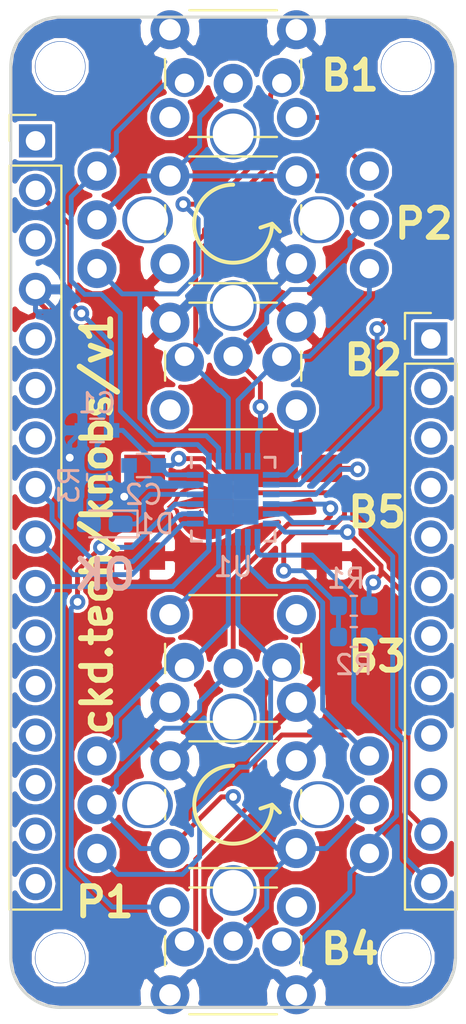
<source format=kicad_pcb>
(kicad_pcb (version 20171130) (host pcbnew "(5.0.0-3-g5ebb6b6)")

  (general
    (thickness 1.6)
    (drawings 23)
    (tracks 297)
    (zones 0)
    (modules 23)
    (nets 52)
  )

  (page A4)
  (layers
    (0 F.Cu signal)
    (31 B.Cu signal)
    (32 B.Adhes user)
    (33 F.Adhes user)
    (34 B.Paste user)
    (35 F.Paste user)
    (36 B.SilkS user)
    (37 F.SilkS user)
    (38 B.Mask user)
    (39 F.Mask user)
    (40 Dwgs.User user)
    (41 Cmts.User user)
    (42 Eco1.User user)
    (43 Eco2.User user)
    (44 Edge.Cuts user)
    (45 Margin user)
    (46 B.CrtYd user)
    (47 F.CrtYd user)
    (48 B.Fab user hide)
    (49 F.Fab user hide)
  )

  (setup
    (last_trace_width 0.25)
    (trace_clearance 0.1651)
    (zone_clearance 0.01)
    (zone_45_only no)
    (trace_min 0.2)
    (segment_width 0.2)
    (edge_width 0.15)
    (via_size 0.8)
    (via_drill 0.4)
    (via_min_size 0.4)
    (via_min_drill 0.3)
    (uvia_size 0.3)
    (uvia_drill 0.1)
    (uvias_allowed no)
    (uvia_min_size 0.2)
    (uvia_min_drill 0.1)
    (pcb_text_width 0.3)
    (pcb_text_size 1.5 1.5)
    (mod_edge_width 0.15)
    (mod_text_size 1 1)
    (mod_text_width 0.15)
    (pad_size 2.6 2.4)
    (pad_drill 2)
    (pad_to_mask_clearance 0.2)
    (aux_axis_origin 0 0)
    (grid_origin 137.16 69.85)
    (visible_elements FFFFFF7F)
    (pcbplotparams
      (layerselection 0x010fc_ffffffff)
      (usegerberextensions false)
      (usegerberattributes false)
      (usegerberadvancedattributes false)
      (creategerberjobfile false)
      (excludeedgelayer true)
      (linewidth 0.100000)
      (plotframeref false)
      (viasonmask false)
      (mode 1)
      (useauxorigin false)
      (hpglpennumber 1)
      (hpglpenspeed 20)
      (hpglpendiameter 15.000000)
      (psnegative false)
      (psa4output false)
      (plotreference true)
      (plotvalue true)
      (plotinvisibletext false)
      (padsonsilk false)
      (subtractmaskfromsilk false)
      (outputformat 1)
      (mirror false)
      (drillshape 1)
      (scaleselection 1)
      (outputdirectory ""))
  )

  (net 0 "")
  (net 1 "Net-(J2-Pad16)")
  (net 2 "Net-(J2-Pad15)")
  (net 3 "Net-(J2-Pad14)")
  (net 4 "Net-(J2-Pad13)")
  (net 5 "Net-(J2-Pad12)")
  (net 6 "Net-(J2-Pad11)")
  (net 7 "Net-(J2-Pad7)")
  (net 8 "Net-(J2-Pad6)")
  (net 9 "Net-(J2-Pad5)")
  (net 10 "Net-(J2-Pad3)")
  (net 11 "Net-(J2-Pad1)")
  (net 12 "Net-(J1-Pad10)")
  (net 13 "Net-(J1-Pad9)")
  (net 14 "Net-(J1-Pad8)")
  (net 15 "Net-(J1-Pad7)")
  (net 16 "Net-(J1-Pad6)")
  (net 17 "Net-(J1-Pad5)")
  (net 18 "Net-(J1-Pad4)")
  (net 19 "Net-(J1-Pad3)")
  (net 20 "Net-(J1-Pad2)")
  (net 21 "Net-(J1-Pad1)")
  (net 22 /SDA)
  (net 23 /SCL)
  (net 24 +3V3)
  (net 25 GND)
  (net 26 /SWDIO)
  (net 27 /SWCLK)
  (net 28 "Net-(U1-Pad5)")
  (net 29 /POT2)
  (net 30 /POT1)
  (net 31 "Net-(SW7-Pad2)")
  (net 32 /B1)
  (net 33 /B2)
  (net 34 /B3)
  (net 35 /B4)
  (net 36 "Net-(J6-Pad1)")
  (net 37 "Net-(J5-Pad1)")
  (net 38 "Net-(J4-Pad1)")
  (net 39 "Net-(J3-Pad1)")
  (net 40 /RESET)
  (net 41 /S11)
  (net 42 /S21)
  (net 43 /RA1)
  (net 44 /RB1)
  (net 45 /S12)
  (net 46 /S22)
  (net 47 /RA2)
  (net 48 /RB2)
  (net 49 /B5)
  (net 50 "Net-(D1-Pad2)")
  (net 51 /LED)

  (net_class Default "This is the default net class."
    (clearance 0.1651)
    (trace_width 0.25)
    (via_dia 0.8)
    (via_drill 0.4)
    (uvia_dia 0.3)
    (uvia_drill 0.1)
    (add_net +3V3)
    (add_net /B1)
    (add_net /B2)
    (add_net /B3)
    (add_net /B4)
    (add_net /B5)
    (add_net /LED)
    (add_net /POT1)
    (add_net /POT2)
    (add_net /RA1)
    (add_net /RA2)
    (add_net /RB1)
    (add_net /RB2)
    (add_net /RESET)
    (add_net /S11)
    (add_net /S12)
    (add_net /S21)
    (add_net /S22)
    (add_net /SCL)
    (add_net /SDA)
    (add_net /SWCLK)
    (add_net /SWDIO)
    (add_net GND)
    (add_net "Net-(D1-Pad2)")
    (add_net "Net-(J1-Pad1)")
    (add_net "Net-(J1-Pad10)")
    (add_net "Net-(J1-Pad2)")
    (add_net "Net-(J1-Pad3)")
    (add_net "Net-(J1-Pad4)")
    (add_net "Net-(J1-Pad5)")
    (add_net "Net-(J1-Pad6)")
    (add_net "Net-(J1-Pad7)")
    (add_net "Net-(J1-Pad8)")
    (add_net "Net-(J1-Pad9)")
    (add_net "Net-(J2-Pad1)")
    (add_net "Net-(J2-Pad11)")
    (add_net "Net-(J2-Pad12)")
    (add_net "Net-(J2-Pad13)")
    (add_net "Net-(J2-Pad14)")
    (add_net "Net-(J2-Pad15)")
    (add_net "Net-(J2-Pad16)")
    (add_net "Net-(J2-Pad3)")
    (add_net "Net-(J2-Pad5)")
    (add_net "Net-(J2-Pad6)")
    (add_net "Net-(J2-Pad7)")
    (add_net "Net-(J3-Pad1)")
    (add_net "Net-(J4-Pad1)")
    (add_net "Net-(J5-Pad1)")
    (add_net "Net-(J6-Pad1)")
    (add_net "Net-(SW7-Pad2)")
    (add_net "Net-(U1-Pad5)")
  )

  (module "Alps Pots:RK09D-AllOrientations" (layer F.Cu) (tedit 5BE88C40) (tstamp 5BF43EAA)
    (at 137.16 84.85)
    (path /5BE80A06)
    (fp_text reference SW9 (at 0 0.5) (layer F.SilkS) hide
      (effects (font (size 1 1) (thickness 0.15)))
    )
    (fp_text value Rotary_Encoder_Switch (at 0 -0.5) (layer F.Fab)
      (effects (font (size 1 1) (thickness 0.15)))
    )
    (fp_line (start 4.9 -5.5) (end 4.9 5.5) (layer F.CrtYd) (width 0.15))
    (fp_line (start 4.9 5.5) (end -4.9 5.5) (layer F.CrtYd) (width 0.15))
    (fp_line (start -4.9 5.5) (end -4.9 -5.5) (layer F.CrtYd) (width 0.15))
    (fp_line (start -4.9 -5.5) (end 4.9 -5.5) (layer F.CrtYd) (width 0.15))
    (pad S1 thru_hole oval (at -2.5 7) (size 2 2) (drill 1 (offset 0 0.3)) (layers *.Cu *.Mask)
      (net 45 /S12))
    (pad C thru_hole circle (at 0 7) (size 2 2) (drill 1) (layers *.Cu *.Mask)
      (net 30 /POT1))
    (pad S2 thru_hole oval (at 2.5 7) (size 2 2) (drill 1 (offset 0 0.3)) (layers *.Cu *.Mask)
      (net 46 /S22))
    (pad "" thru_hole oval (at -4.4 0) (size 2.6 2.4) (drill 2.1) (layers *.Cu *.Mask))
    (pad "" thru_hole oval (at 4.4 0) (size 2.6 2.4) (drill 2.1) (layers *.Cu *.Mask))
    (pad "" thru_hole oval (at 0 -4.4) (size 2.4 2.6) (drill 2.1) (layers *.Cu *.Mask))
    (pad "" thru_hole oval (at 0 4.4) (size 2.4 2.6) (drill 2.1) (layers *.Cu *.Mask))
    (pad A thru_hole circle (at -7 -2.5) (size 2 2) (drill 1) (layers *.Cu *.Mask)
      (net 47 /RA2))
    (pad C thru_hole circle (at -7 0) (size 2 2) (drill 1) (layers *.Cu *.Mask)
      (net 30 /POT1))
    (pad B thru_hole circle (at -7 2.5) (size 2 2) (drill 1) (layers *.Cu *.Mask)
      (net 48 /RB2))
    (pad S2 thru_hole circle (at 7 2.5) (size 2 2) (drill 1) (layers *.Cu *.Mask)
      (net 46 /S22))
    (pad C thru_hole circle (at 7 0) (size 2 2) (drill 1) (layers *.Cu *.Mask)
      (net 30 /POT1))
    (pad S1 thru_hole circle (at 7 -2.5) (size 2 2) (drill 1) (layers *.Cu *.Mask)
      (net 45 /S12))
    (pad B thru_hole oval (at 2.5 -7) (size 2 2) (drill 1 (offset 0 -0.3)) (layers *.Cu *.Mask)
      (net 48 /RB2))
    (pad C thru_hole circle (at 0 -7) (size 2 2) (drill 1) (layers *.Cu *.Mask)
      (net 30 /POT1))
    (pad A thru_hole oval (at -2.5 -7) (size 2 2) (drill 1 (offset 0 -0.3)) (layers *.Cu *.Mask)
      (net 47 /RA2))
  )

  (module "Alps Pots:RK09D-AllOrientations" (layer F.Cu) (tedit 5BE88C40) (tstamp 5BF43E92)
    (at 137.16 54.85 180)
    (path /5BE8024F)
    (fp_text reference SW8 (at 0 0.5 180) (layer F.SilkS) hide
      (effects (font (size 1 1) (thickness 0.15)))
    )
    (fp_text value Rotary_Encoder_Switch (at 0 -0.5 180) (layer F.Fab)
      (effects (font (size 1 1) (thickness 0.15)))
    )
    (fp_line (start 4.9 -5.5) (end 4.9 5.5) (layer F.CrtYd) (width 0.15))
    (fp_line (start 4.9 5.5) (end -4.9 5.5) (layer F.CrtYd) (width 0.15))
    (fp_line (start -4.9 5.5) (end -4.9 -5.5) (layer F.CrtYd) (width 0.15))
    (fp_line (start -4.9 -5.5) (end 4.9 -5.5) (layer F.CrtYd) (width 0.15))
    (pad S1 thru_hole oval (at -2.5 7 180) (size 2 2) (drill 1 (offset 0 0.3)) (layers *.Cu *.Mask)
      (net 41 /S11))
    (pad C thru_hole circle (at 0 7 180) (size 2 2) (drill 1) (layers *.Cu *.Mask)
      (net 29 /POT2))
    (pad S2 thru_hole oval (at 2.5 7 180) (size 2 2) (drill 1 (offset 0 0.3)) (layers *.Cu *.Mask)
      (net 42 /S21))
    (pad "" thru_hole oval (at -4.4 0 180) (size 2.6 2.4) (drill 2.1) (layers *.Cu *.Mask))
    (pad "" thru_hole oval (at 4.4 0 180) (size 2.6 2.4) (drill 2.1) (layers *.Cu *.Mask))
    (pad "" thru_hole oval (at 0 -4.4 180) (size 2.4 2.6) (drill 2.1) (layers *.Cu *.Mask))
    (pad "" thru_hole oval (at 0 4.4 180) (size 2.4 2.6) (drill 2.1) (layers *.Cu *.Mask))
    (pad A thru_hole circle (at -7 -2.5 180) (size 2 2) (drill 1) (layers *.Cu *.Mask)
      (net 43 /RA1))
    (pad C thru_hole circle (at -7 0 180) (size 2 2) (drill 1) (layers *.Cu *.Mask)
      (net 29 /POT2))
    (pad B thru_hole circle (at -7 2.5 180) (size 2 2) (drill 1) (layers *.Cu *.Mask)
      (net 44 /RB1))
    (pad S2 thru_hole circle (at 7 2.5 180) (size 2 2) (drill 1) (layers *.Cu *.Mask)
      (net 42 /S21))
    (pad C thru_hole circle (at 7 0 180) (size 2 2) (drill 1) (layers *.Cu *.Mask)
      (net 29 /POT2))
    (pad S1 thru_hole circle (at 7 -2.5 180) (size 2 2) (drill 1) (layers *.Cu *.Mask)
      (net 41 /S11))
    (pad B thru_hole oval (at 2.5 -7 180) (size 2 2) (drill 1 (offset 0 -0.3)) (layers *.Cu *.Mask)
      (net 44 /RB1))
    (pad C thru_hole circle (at 0 -7 180) (size 2 2) (drill 1) (layers *.Cu *.Mask)
      (net 29 /POT2))
    (pad A thru_hole oval (at -2.5 -7 180) (size 2 2) (drill 1 (offset 0 -0.3)) (layers *.Cu *.Mask)
      (net 43 /RA1))
  )

  (module LED_SMD:LED_0603_1608Metric_Castellated (layer B.Cu) (tedit 5B301BBE) (tstamp 5C011A0D)
    (at 130.56 70.45 180)
    (descr "LED SMD 0603 (1608 Metric), castellated end terminal, IPC_7351 nominal, (Body size source: http://www.tortai-tech.com/upload/download/2011102023233369053.pdf), generated with kicad-footprint-generator")
    (tags "LED castellated")
    (path /5BE8A658)
    (attr smd)
    (fp_text reference D1 (at -2.6 0 180) (layer B.SilkS)
      (effects (font (size 1 1) (thickness 0.15)) (justify mirror))
    )
    (fp_text value LED_Small (at 0 -1.38 180) (layer B.Fab)
      (effects (font (size 1 1) (thickness 0.15)) (justify mirror))
    )
    (fp_line (start 0.8 0.4) (end -0.5 0.4) (layer B.Fab) (width 0.1))
    (fp_line (start -0.5 0.4) (end -0.8 0.1) (layer B.Fab) (width 0.1))
    (fp_line (start -0.8 0.1) (end -0.8 -0.4) (layer B.Fab) (width 0.1))
    (fp_line (start -0.8 -0.4) (end 0.8 -0.4) (layer B.Fab) (width 0.1))
    (fp_line (start 0.8 -0.4) (end 0.8 0.4) (layer B.Fab) (width 0.1))
    (fp_line (start 0.8 0.685) (end -1.685 0.685) (layer B.SilkS) (width 0.12))
    (fp_line (start -1.685 0.685) (end -1.685 -0.685) (layer B.SilkS) (width 0.12))
    (fp_line (start -1.685 -0.685) (end 0.8 -0.685) (layer B.SilkS) (width 0.12))
    (fp_line (start -1.68 -0.68) (end -1.68 0.68) (layer B.CrtYd) (width 0.05))
    (fp_line (start -1.68 0.68) (end 1.68 0.68) (layer B.CrtYd) (width 0.05))
    (fp_line (start 1.68 0.68) (end 1.68 -0.68) (layer B.CrtYd) (width 0.05))
    (fp_line (start 1.68 -0.68) (end -1.68 -0.68) (layer B.CrtYd) (width 0.05))
    (fp_text user %R (at 0 0 180) (layer B.Fab)
      (effects (font (size 0.4 0.4) (thickness 0.06)) (justify mirror))
    )
    (pad 1 smd roundrect (at -0.8125 0 180) (size 1.225 0.85) (layers B.Cu B.Paste B.Mask) (roundrect_rratio 0.25)
      (net 51 /LED))
    (pad 2 smd roundrect (at 0.8125 0 180) (size 1.225 0.85) (layers B.Cu B.Paste B.Mask) (roundrect_rratio 0.25)
      (net 50 "Net-(D1-Pad2)"))
    (model ${KISYS3DMOD}/LED_SMD.3dshapes/LED_0603_1608Metric_Castellated.wrl
      (at (xyz 0 0 0))
      (scale (xyz 1 1 1))
      (rotate (xyz 0 0 0))
    )
  )

  (module Resistor_SMD:R_0603_1608Metric (layer B.Cu) (tedit 5B301BBD) (tstamp 5C01070C)
    (at 130.16 68.05 270)
    (descr "Resistor SMD 0603 (1608 Metric), square (rectangular) end terminal, IPC_7351 nominal, (Body size source: http://www.tortai-tech.com/upload/download/2011102023233369053.pdf), generated with kicad-footprint-generator")
    (tags resistor)
    (path /5BE8A52B)
    (attr smd)
    (fp_text reference R3 (at 0.4 1.43 270) (layer B.SilkS)
      (effects (font (size 1 1) (thickness 0.15)) (justify mirror))
    )
    (fp_text value 1k (at 0 -1.43 270) (layer B.Fab)
      (effects (font (size 1 1) (thickness 0.15)) (justify mirror))
    )
    (fp_line (start -0.8 -0.4) (end -0.8 0.4) (layer B.Fab) (width 0.1))
    (fp_line (start -0.8 0.4) (end 0.8 0.4) (layer B.Fab) (width 0.1))
    (fp_line (start 0.8 0.4) (end 0.8 -0.4) (layer B.Fab) (width 0.1))
    (fp_line (start 0.8 -0.4) (end -0.8 -0.4) (layer B.Fab) (width 0.1))
    (fp_line (start -0.162779 0.51) (end 0.162779 0.51) (layer B.SilkS) (width 0.12))
    (fp_line (start -0.162779 -0.51) (end 0.162779 -0.51) (layer B.SilkS) (width 0.12))
    (fp_line (start -1.48 -0.73) (end -1.48 0.73) (layer B.CrtYd) (width 0.05))
    (fp_line (start -1.48 0.73) (end 1.48 0.73) (layer B.CrtYd) (width 0.05))
    (fp_line (start 1.48 0.73) (end 1.48 -0.73) (layer B.CrtYd) (width 0.05))
    (fp_line (start 1.48 -0.73) (end -1.48 -0.73) (layer B.CrtYd) (width 0.05))
    (fp_text user %R (at 0 0 270) (layer B.Fab)
      (effects (font (size 0.4 0.4) (thickness 0.06)) (justify mirror))
    )
    (pad 1 smd roundrect (at -0.7875 0 270) (size 0.875 0.95) (layers B.Cu B.Paste B.Mask) (roundrect_rratio 0.25)
      (net 24 +3V3))
    (pad 2 smd roundrect (at 0.7875 0 270) (size 0.875 0.95) (layers B.Cu B.Paste B.Mask) (roundrect_rratio 0.25)
      (net 50 "Net-(D1-Pad2)"))
    (model ${KISYS3DMOD}/Resistor_SMD.3dshapes/R_0603_1608Metric.wrl
      (at (xyz 0 0 0))
      (scale (xyz 1 1 1))
      (rotate (xyz 0 0 0))
    )
  )

  (module Resistor_SMD:R_0603_1608Metric (layer B.Cu) (tedit 5B301BBD) (tstamp 5C00A7A1)
    (at 143.36 76.25)
    (descr "Resistor SMD 0603 (1608 Metric), square (rectangular) end terminal, IPC_7351 nominal, (Body size source: http://www.tortai-tech.com/upload/download/2011102023233369053.pdf), generated with kicad-footprint-generator")
    (tags resistor)
    (path /5BE89D81)
    (attr smd)
    (fp_text reference R2 (at 0 1.43) (layer B.SilkS)
      (effects (font (size 1 1) (thickness 0.15)) (justify mirror))
    )
    (fp_text value 4.7k (at 0 -1.43) (layer B.Fab)
      (effects (font (size 1 1) (thickness 0.15)) (justify mirror))
    )
    (fp_text user %R (at 0 0) (layer B.Fab)
      (effects (font (size 0.4 0.4) (thickness 0.06)) (justify mirror))
    )
    (fp_line (start 1.48 -0.73) (end -1.48 -0.73) (layer B.CrtYd) (width 0.05))
    (fp_line (start 1.48 0.73) (end 1.48 -0.73) (layer B.CrtYd) (width 0.05))
    (fp_line (start -1.48 0.73) (end 1.48 0.73) (layer B.CrtYd) (width 0.05))
    (fp_line (start -1.48 -0.73) (end -1.48 0.73) (layer B.CrtYd) (width 0.05))
    (fp_line (start -0.162779 -0.51) (end 0.162779 -0.51) (layer B.SilkS) (width 0.12))
    (fp_line (start -0.162779 0.51) (end 0.162779 0.51) (layer B.SilkS) (width 0.12))
    (fp_line (start 0.8 -0.4) (end -0.8 -0.4) (layer B.Fab) (width 0.1))
    (fp_line (start 0.8 0.4) (end 0.8 -0.4) (layer B.Fab) (width 0.1))
    (fp_line (start -0.8 0.4) (end 0.8 0.4) (layer B.Fab) (width 0.1))
    (fp_line (start -0.8 -0.4) (end -0.8 0.4) (layer B.Fab) (width 0.1))
    (pad 2 smd roundrect (at 0.7875 0) (size 0.875 0.95) (layers B.Cu B.Paste B.Mask) (roundrect_rratio 0.25)
      (net 22 /SDA))
    (pad 1 smd roundrect (at -0.7875 0) (size 0.875 0.95) (layers B.Cu B.Paste B.Mask) (roundrect_rratio 0.25)
      (net 24 +3V3))
    (model ${KISYS3DMOD}/Resistor_SMD.3dshapes/R_0603_1608Metric.wrl
      (at (xyz 0 0 0))
      (scale (xyz 1 1 1))
      (rotate (xyz 0 0 0))
    )
  )

  (module Resistor_SMD:R_0603_1608Metric (layer B.Cu) (tedit 5B301BBD) (tstamp 5C00A790)
    (at 143.36 74.65 180)
    (descr "Resistor SMD 0603 (1608 Metric), square (rectangular) end terminal, IPC_7351 nominal, (Body size source: http://www.tortai-tech.com/upload/download/2011102023233369053.pdf), generated with kicad-footprint-generator")
    (tags resistor)
    (path /5BE89DC8)
    (attr smd)
    (fp_text reference R1 (at 0.4 1.4 180) (layer B.SilkS)
      (effects (font (size 1 1) (thickness 0.15)) (justify mirror))
    )
    (fp_text value 4.7k (at 0 -1.43 180) (layer B.Fab)
      (effects (font (size 1 1) (thickness 0.15)) (justify mirror))
    )
    (fp_line (start -0.8 -0.4) (end -0.8 0.4) (layer B.Fab) (width 0.1))
    (fp_line (start -0.8 0.4) (end 0.8 0.4) (layer B.Fab) (width 0.1))
    (fp_line (start 0.8 0.4) (end 0.8 -0.4) (layer B.Fab) (width 0.1))
    (fp_line (start 0.8 -0.4) (end -0.8 -0.4) (layer B.Fab) (width 0.1))
    (fp_line (start -0.162779 0.51) (end 0.162779 0.51) (layer B.SilkS) (width 0.12))
    (fp_line (start -0.162779 -0.51) (end 0.162779 -0.51) (layer B.SilkS) (width 0.12))
    (fp_line (start -1.48 -0.73) (end -1.48 0.73) (layer B.CrtYd) (width 0.05))
    (fp_line (start -1.48 0.73) (end 1.48 0.73) (layer B.CrtYd) (width 0.05))
    (fp_line (start 1.48 0.73) (end 1.48 -0.73) (layer B.CrtYd) (width 0.05))
    (fp_line (start 1.48 -0.73) (end -1.48 -0.73) (layer B.CrtYd) (width 0.05))
    (fp_text user %R (at 0 0 180) (layer B.Fab)
      (effects (font (size 0.4 0.4) (thickness 0.06)) (justify mirror))
    )
    (pad 1 smd roundrect (at -0.7875 0 180) (size 0.875 0.95) (layers B.Cu B.Paste B.Mask) (roundrect_rratio 0.25)
      (net 23 /SCL))
    (pad 2 smd roundrect (at 0.7875 0 180) (size 0.875 0.95) (layers B.Cu B.Paste B.Mask) (roundrect_rratio 0.25)
      (net 24 +3V3))
    (model ${KISYS3DMOD}/Resistor_SMD.3dshapes/R_0603_1608Metric.wrl
      (at (xyz 0 0 0))
      (scale (xyz 1 1 1))
      (rotate (xyz 0 0 0))
    )
  )

  (module "Adafruit:Feather Mounting Hole" (layer F.Cu) (tedit 5BE87E64) (tstamp 5AA74D18)
    (at 146.05 92.71)
    (path /5AA7D5BC)
    (fp_text reference J3 (at 0 0.5) (layer F.SilkS) hide
      (effects (font (size 1 1) (thickness 0.15)))
    )
    (fp_text value Conn_01x01 (at 0 -0.5) (layer F.Fab)
      (effects (font (size 1 1) (thickness 0.15)))
    )
    (pad 1 thru_hole circle (at 0 0) (size 2.6 2.6) (drill 2.54) (layers *.Cu *.Mask)
      (net 39 "Net-(J3-Pad1)"))
  )

  (module "Adafruit:Feather Mounting Hole" (layer F.Cu) (tedit 5BE87E8F) (tstamp 5AA74D13)
    (at 128.27 46.99)
    (path /5AA7D652)
    (fp_text reference J4 (at 0 0.5) (layer F.SilkS) hide
      (effects (font (size 1 1) (thickness 0.15)))
    )
    (fp_text value Conn_01x01 (at 0 -0.5) (layer F.Fab)
      (effects (font (size 1 1) (thickness 0.15)))
    )
    (pad 1 thru_hole circle (at 0 0) (size 2.6 2.6) (drill 2.54) (layers *.Cu *.Mask)
      (net 38 "Net-(J4-Pad1)"))
  )

  (module "Adafruit:Feather Mounting Hole" (layer F.Cu) (tedit 5BE87E6C) (tstamp 5AA74D0E)
    (at 128.27 92.71)
    (path /5AA7D6B3)
    (fp_text reference J5 (at 0 0.5) (layer F.SilkS) hide
      (effects (font (size 1 1) (thickness 0.15)))
    )
    (fp_text value Conn_01x01 (at 0 -0.5) (layer F.Fab)
      (effects (font (size 1 1) (thickness 0.15)))
    )
    (pad 1 thru_hole circle (at 0 0) (size 2.6 2.6) (drill 2.54) (layers *.Cu *.Mask)
      (net 37 "Net-(J5-Pad1)"))
  )

  (module "Adafruit:Feather Mounting Hole" (layer F.Cu) (tedit 5BE87E7E) (tstamp 5AA74D09)
    (at 146.05 46.99)
    (path /5AA7D70F)
    (fp_text reference J6 (at 0 0.5) (layer F.SilkS) hide
      (effects (font (size 1 1) (thickness 0.15)))
    )
    (fp_text value Conn_01x01 (at 0 -0.5) (layer F.Fab)
      (effects (font (size 1 1) (thickness 0.15)))
    )
    (pad 1 thru_hole circle (at 0 0) (size 2.6 2.6) (drill 2.54) (layers *.Cu *.Mask)
      (net 36 "Net-(J6-Pad1)"))
  )

  (module Capacitors_SMD:C_0603 (layer B.Cu) (tedit 59958EE7) (tstamp 5AA68EB5)
    (at 130.16 65.65)
    (descr "Capacitor SMD 0603, reflow soldering, AVX (see smccp.pdf)")
    (tags "capacitor 0603")
    (path /5AA772DD)
    (attr smd)
    (fp_text reference C1 (at 0 -1.4) (layer B.SilkS)
      (effects (font (size 1 1) (thickness 0.15)) (justify mirror))
    )
    (fp_text value 10uF (at 0 -1.5) (layer B.Fab)
      (effects (font (size 1 1) (thickness 0.15)) (justify mirror))
    )
    (fp_line (start 1.4 -0.65) (end -1.4 -0.65) (layer B.CrtYd) (width 0.05))
    (fp_line (start 1.4 -0.65) (end 1.4 0.65) (layer B.CrtYd) (width 0.05))
    (fp_line (start -1.4 0.65) (end -1.4 -0.65) (layer B.CrtYd) (width 0.05))
    (fp_line (start -1.4 0.65) (end 1.4 0.65) (layer B.CrtYd) (width 0.05))
    (fp_line (start 0.35 -0.6) (end -0.35 -0.6) (layer B.SilkS) (width 0.12))
    (fp_line (start -0.35 0.6) (end 0.35 0.6) (layer B.SilkS) (width 0.12))
    (fp_line (start -0.8 0.4) (end 0.8 0.4) (layer B.Fab) (width 0.1))
    (fp_line (start 0.8 0.4) (end 0.8 -0.4) (layer B.Fab) (width 0.1))
    (fp_line (start 0.8 -0.4) (end -0.8 -0.4) (layer B.Fab) (width 0.1))
    (fp_line (start -0.8 -0.4) (end -0.8 0.4) (layer B.Fab) (width 0.1))
    (fp_text user %R (at 0 0) (layer B.Fab)
      (effects (font (size 0.3 0.3) (thickness 0.075)) (justify mirror))
    )
    (pad 2 smd rect (at 0.75 0) (size 0.8 0.75) (layers B.Cu B.Paste B.Mask)
      (net 24 +3V3))
    (pad 1 smd rect (at -0.75 0) (size 0.8 0.75) (layers B.Cu B.Paste B.Mask)
      (net 25 GND))
    (model Capacitors_SMD.3dshapes/C_0603.wrl
      (at (xyz 0 0 0))
      (scale (xyz 1 1 1))
      (rotate (xyz 0 0 0))
    )
  )

  (module Capacitors_SMD:C_0603 (layer B.Cu) (tedit 59958EE7) (tstamp 5AA68EA4)
    (at 132.56 67.45)
    (descr "Capacitor SMD 0603, reflow soldering, AVX (see smccp.pdf)")
    (tags "capacitor 0603")
    (path /5AA77090)
    (attr smd)
    (fp_text reference C2 (at 0 1.5) (layer B.SilkS)
      (effects (font (size 1 1) (thickness 0.15)) (justify mirror))
    )
    (fp_text value 0.1uF (at 0 -1.5) (layer B.Fab)
      (effects (font (size 1 1) (thickness 0.15)) (justify mirror))
    )
    (fp_text user %R (at 0 0) (layer B.Fab)
      (effects (font (size 0.3 0.3) (thickness 0.075)) (justify mirror))
    )
    (fp_line (start -0.8 -0.4) (end -0.8 0.4) (layer B.Fab) (width 0.1))
    (fp_line (start 0.8 -0.4) (end -0.8 -0.4) (layer B.Fab) (width 0.1))
    (fp_line (start 0.8 0.4) (end 0.8 -0.4) (layer B.Fab) (width 0.1))
    (fp_line (start -0.8 0.4) (end 0.8 0.4) (layer B.Fab) (width 0.1))
    (fp_line (start -0.35 0.6) (end 0.35 0.6) (layer B.SilkS) (width 0.12))
    (fp_line (start 0.35 -0.6) (end -0.35 -0.6) (layer B.SilkS) (width 0.12))
    (fp_line (start -1.4 0.65) (end 1.4 0.65) (layer B.CrtYd) (width 0.05))
    (fp_line (start -1.4 0.65) (end -1.4 -0.65) (layer B.CrtYd) (width 0.05))
    (fp_line (start 1.4 -0.65) (end 1.4 0.65) (layer B.CrtYd) (width 0.05))
    (fp_line (start 1.4 -0.65) (end -1.4 -0.65) (layer B.CrtYd) (width 0.05))
    (pad 1 smd rect (at -0.75 0) (size 0.8 0.75) (layers B.Cu B.Paste B.Mask)
      (net 25 GND))
    (pad 2 smd rect (at 0.75 0) (size 0.8 0.75) (layers B.Cu B.Paste B.Mask)
      (net 24 +3V3))
    (model Capacitors_SMD.3dshapes/C_0603.wrl
      (at (xyz 0 0 0))
      (scale (xyz 1 1 1))
      (rotate (xyz 0 0 0))
    )
  )

  (module E-Switch:TL3301-GullWing (layer F.Cu) (tedit 5BE87E49) (tstamp 5AA5E455)
    (at 137.16 69.85)
    (path /5AA71357)
    (fp_text reference SW7 (at 0 0.5) (layer F.SilkS) hide
      (effects (font (size 1 1) (thickness 0.15)))
    )
    (fp_text value SW_Push (at 0 -0.5) (layer F.Fab)
      (effects (font (size 1 1) (thickness 0.15)))
    )
    (fp_line (start -3 -3) (end 3 -3) (layer F.CrtYd) (width 0.15))
    (fp_line (start 3 -3) (end 3 3) (layer F.CrtYd) (width 0.15))
    (fp_line (start 3 3) (end -3 3) (layer F.CrtYd) (width 0.15))
    (fp_line (start -3 3) (end -3 -3) (layer F.CrtYd) (width 0.15))
    (fp_circle (center 0 0) (end 1 0) (layer F.CrtYd) (width 0.15))
    (pad 1 smd rect (at -4.55 2.25) (size 2.1 1.4) (layers F.Cu F.Paste F.Mask)
      (net 25 GND))
    (pad 3 smd rect (at 4.55 2.25) (size 2.1 1.4) (layers F.Cu F.Paste F.Mask)
      (net 25 GND))
    (pad 4 smd rect (at 4.55 -2.25) (size 2.1 1.4) (layers F.Cu F.Paste F.Mask)
      (net 49 /B5))
    (pad 2 smd rect (at -4.55 -2.25) (size 2.1 1.4) (layers F.Cu F.Paste F.Mask)
      (net 31 "Net-(SW7-Pad2)"))
  )

  (module Housings_DFN_QFN:QFN-24-1EP_4x4mm_Pitch0.5mm (layer B.Cu) (tedit 54130A77) (tstamp 5AA6135F)
    (at 137.16 69.1825 270)
    (descr "24-Lead Plastic Quad Flat, No Lead Package (MJ) - 4x4x0.9 mm Body [QFN]; (see Microchip Packaging Specification 00000049BS.pdf)")
    (tags "QFN 0.5")
    (path /5AA71F13)
    (attr smd)
    (fp_text reference U1 (at 3.4675 0) (layer B.SilkS)
      (effects (font (size 1 1) (thickness 0.15)) (justify mirror))
    )
    (fp_text value SAMD09D (at 0 -3.375 270) (layer B.Fab)
      (effects (font (size 1 1) (thickness 0.15)) (justify mirror))
    )
    (fp_line (start 2.15 2.15) (end 1.625 2.15) (layer B.SilkS) (width 0.15))
    (fp_line (start 2.15 -2.15) (end 1.625 -2.15) (layer B.SilkS) (width 0.15))
    (fp_line (start -2.15 -2.15) (end -1.625 -2.15) (layer B.SilkS) (width 0.15))
    (fp_line (start -2.15 2.15) (end -1.625 2.15) (layer B.SilkS) (width 0.15))
    (fp_line (start 2.15 -2.15) (end 2.15 -1.625) (layer B.SilkS) (width 0.15))
    (fp_line (start -2.15 -2.15) (end -2.15 -1.625) (layer B.SilkS) (width 0.15))
    (fp_line (start 2.15 2.15) (end 2.15 1.625) (layer B.SilkS) (width 0.15))
    (fp_line (start -2.65 -2.65) (end 2.65 -2.65) (layer B.CrtYd) (width 0.05))
    (fp_line (start -2.65 2.65) (end 2.65 2.65) (layer B.CrtYd) (width 0.05))
    (fp_line (start 2.65 2.65) (end 2.65 -2.65) (layer B.CrtYd) (width 0.05))
    (fp_line (start -2.65 2.65) (end -2.65 -2.65) (layer B.CrtYd) (width 0.05))
    (fp_line (start -2 1) (end -1 2) (layer B.Fab) (width 0.15))
    (fp_line (start -2 -2) (end -2 1) (layer B.Fab) (width 0.15))
    (fp_line (start 2 -2) (end -2 -2) (layer B.Fab) (width 0.15))
    (fp_line (start 2 2) (end 2 -2) (layer B.Fab) (width 0.15))
    (fp_line (start -1 2) (end 2 2) (layer B.Fab) (width 0.15))
    (pad 25 smd rect (at -0.65 0.65 270) (size 1.3 1.3) (layers B.Cu B.Paste B.Mask)
      (solder_paste_margin_ratio -0.2))
    (pad 25 smd rect (at -0.65 -0.65 270) (size 1.3 1.3) (layers B.Cu B.Paste B.Mask)
      (solder_paste_margin_ratio -0.2))
    (pad 25 smd rect (at 0.65 0.65 270) (size 1.3 1.3) (layers B.Cu B.Paste B.Mask)
      (solder_paste_margin_ratio -0.2))
    (pad 25 smd rect (at 0.65 -0.65 270) (size 1.3 1.3) (layers B.Cu B.Paste B.Mask)
      (solder_paste_margin_ratio -0.2))
    (pad 24 smd rect (at -1.25 1.95 180) (size 0.85 0.3) (layers B.Cu B.Paste B.Mask)
      (net 24 +3V3))
    (pad 23 smd rect (at -0.75 1.95 180) (size 0.85 0.3) (layers B.Cu B.Paste B.Mask)
      (net 25 GND))
    (pad 22 smd rect (at -0.25 1.95 180) (size 0.85 0.3) (layers B.Cu B.Paste B.Mask)
      (net 51 /LED))
    (pad 21 smd rect (at 0.25 1.95 180) (size 0.85 0.3) (layers B.Cu B.Paste B.Mask)
      (net 35 /B4))
    (pad 20 smd rect (at 0.75 1.95 180) (size 0.85 0.3) (layers B.Cu B.Paste B.Mask)
      (net 26 /SWDIO))
    (pad 19 smd rect (at 1.25 1.95 180) (size 0.85 0.3) (layers B.Cu B.Paste B.Mask)
      (net 27 /SWCLK))
    (pad 18 smd rect (at 1.95 1.25 270) (size 0.85 0.3) (layers B.Cu B.Paste B.Mask)
      (net 40 /RESET))
    (pad 17 smd rect (at 1.95 0.75 270) (size 0.85 0.3) (layers B.Cu B.Paste B.Mask)
      (net 34 /B3))
    (pad 16 smd rect (at 1.95 0.25 270) (size 0.85 0.3) (layers B.Cu B.Paste B.Mask)
      (net 47 /RA2))
    (pad 15 smd rect (at 1.95 -0.25 270) (size 0.85 0.3) (layers B.Cu B.Paste B.Mask)
      (net 48 /RB2))
    (pad 14 smd rect (at 1.95 -0.75 270) (size 0.85 0.3) (layers B.Cu B.Paste B.Mask)
      (net 45 /S12))
    (pad 13 smd rect (at 1.95 -1.25 270) (size 0.85 0.3) (layers B.Cu B.Paste B.Mask)
      (net 46 /S22))
    (pad 12 smd rect (at 1.25 -1.95 180) (size 0.85 0.3) (layers B.Cu B.Paste B.Mask)
      (net 23 /SCL))
    (pad 11 smd rect (at 0.75 -1.95 180) (size 0.85 0.3) (layers B.Cu B.Paste B.Mask)
      (net 22 /SDA))
    (pad 10 smd rect (at 0.25 -1.95 180) (size 0.85 0.3) (layers B.Cu B.Paste B.Mask)
      (net 30 /POT1))
    (pad 9 smd rect (at -0.25 -1.95 180) (size 0.85 0.3) (layers B.Cu B.Paste B.Mask)
      (net 49 /B5))
    (pad 8 smd rect (at -0.75 -1.95 180) (size 0.85 0.3) (layers B.Cu B.Paste B.Mask)
      (net 32 /B1))
    (pad 7 smd rect (at -1.25 -1.95 180) (size 0.85 0.3) (layers B.Cu B.Paste B.Mask)
      (net 33 /B2))
    (pad 6 smd rect (at -1.95 -1.25 270) (size 0.85 0.3) (layers B.Cu B.Paste B.Mask)
      (net 29 /POT2))
    (pad 5 smd rect (at -1.95 -0.75 270) (size 0.85 0.3) (layers B.Cu B.Paste B.Mask)
      (net 28 "Net-(U1-Pad5)"))
    (pad 4 smd rect (at -1.95 -0.25 270) (size 0.85 0.3) (layers B.Cu B.Paste B.Mask)
      (net 43 /RA1))
    (pad 3 smd rect (at -1.95 0.25 270) (size 0.85 0.3) (layers B.Cu B.Paste B.Mask)
      (net 44 /RB1))
    (pad 2 smd rect (at -1.95 0.75 270) (size 0.85 0.3) (layers B.Cu B.Paste B.Mask)
      (net 41 /S11))
    (pad 1 smd rect (at -1.95 1.25 270) (size 0.85 0.3) (layers B.Cu B.Paste B.Mask)
      (net 42 /S21))
    (model ${KISYS3DMOD}/Housings_DFN_QFN.3dshapes/QFN-24-1EP_4x4mm_Pitch0.5mm.wrl
      (at (xyz 0 0 0))
      (scale (xyz 1 1 1))
      (rotate (xyz 0 0 0))
    )
  )

  (module Adafruit:SW_PUSH_6mm_Centered (layer F.Cu) (tedit 5BE87ECA) (tstamp 5AA583E7)
    (at 137.16 84.85)
    (descr https://www.omron.com/ecb/products/pdf/en-b3f.pdf)
    (tags "tact sw push 6mm")
    (path /5AA71244)
    (fp_text reference SW6 (at 0 -4.25) (layer F.SilkS) hide
      (effects (font (size 1 1) (thickness 0.15)))
    )
    (fp_text value SW_Push (at 0.5 4.45) (layer F.Fab)
      (effects (font (size 1 1) (thickness 0.15)))
    )
    (fp_circle (center 0 0) (end -2 0.25) (layer F.Fab) (width 0.1))
    (fp_line (start 3.5 0.75) (end 3.5 -0.75) (layer F.SilkS) (width 0.12))
    (fp_line (start 2.25 -3.25) (end -2.25 -3.25) (layer F.SilkS) (width 0.12))
    (fp_line (start -3.5 -0.75) (end -3.5 0.75) (layer F.SilkS) (width 0.12))
    (fp_line (start -2.25 3.25) (end 2.25 3.25) (layer F.SilkS) (width 0.12))
    (fp_line (start 4.75 -3.5) (end 4.75 3.5) (layer F.CrtYd) (width 0.05))
    (fp_line (start 4.5 3.75) (end -4.5 3.75) (layer F.CrtYd) (width 0.05))
    (fp_line (start -4.75 3.5) (end -4.75 -3.5) (layer F.CrtYd) (width 0.05))
    (fp_line (start -4.5 -3.75) (end 4.5 -3.75) (layer F.CrtYd) (width 0.05))
    (fp_line (start -4.75 3.75) (end -4.5 3.75) (layer F.CrtYd) (width 0.05))
    (fp_line (start -4.75 3.5) (end -4.75 3.75) (layer F.CrtYd) (width 0.05))
    (fp_line (start -4.75 -3.75) (end -4.5 -3.75) (layer F.CrtYd) (width 0.05))
    (fp_line (start -4.75 -3.5) (end -4.75 -3.75) (layer F.CrtYd) (width 0.05))
    (fp_line (start 4.75 -3.75) (end 4.75 -3.5) (layer F.CrtYd) (width 0.05))
    (fp_line (start 4.5 -3.75) (end 4.75 -3.75) (layer F.CrtYd) (width 0.05))
    (fp_line (start 4.75 3.75) (end 4.75 3.5) (layer F.CrtYd) (width 0.05))
    (fp_line (start 4.5 3.75) (end 4.75 3.75) (layer F.CrtYd) (width 0.05))
    (fp_line (start -3 -3) (end 0 -3) (layer F.Fab) (width 0.1))
    (fp_line (start -3 3) (end -3 -3) (layer F.Fab) (width 0.1))
    (fp_line (start 3 3) (end -3 3) (layer F.Fab) (width 0.1))
    (fp_line (start 3 -3) (end 3 3) (layer F.Fab) (width 0.1))
    (fp_line (start 0 -3) (end 3 -3) (layer F.Fab) (width 0.1))
    (fp_text user %R (at 0 0) (layer F.Fab)
      (effects (font (size 1 1) (thickness 0.15)))
    )
    (pad 1 thru_hole circle (at 3.25 -2.25 90) (size 2 2) (drill 1.1) (layers *.Cu *.Mask)
      (net 25 GND))
    (pad 2 thru_hole circle (at 3.25 2.25 90) (size 2 2) (drill 1.1) (layers *.Cu *.Mask)
      (net 30 /POT1))
    (pad 1 thru_hole circle (at -3.25 -2.25 90) (size 2 2) (drill 1.1) (layers *.Cu *.Mask)
      (net 25 GND))
    (pad 2 thru_hole circle (at -3.25 2.25 90) (size 2 2) (drill 1.1) (layers *.Cu *.Mask)
      (net 30 /POT1))
    (model ${KISYS3DMOD}/Buttons_Switches_THT.3dshapes/SW_PUSH_6mm.wrl
      (offset (xyz -3.25 2.25 0))
      (scale (xyz 0.3937 0.3937 0.3937))
      (rotate (xyz 0 0 0))
    )
  )

  (module Adafruit:SW_PUSH_6mm_Centered (layer F.Cu) (tedit 5BE87E98) (tstamp 5AA583C8)
    (at 137.16 54.85)
    (descr https://www.omron.com/ecb/products/pdf/en-b3f.pdf)
    (tags "tact sw push 6mm")
    (path /5AA71214)
    (fp_text reference SW5 (at 0 -4.25) (layer F.SilkS) hide
      (effects (font (size 1 1) (thickness 0.15)))
    )
    (fp_text value SW_Push (at 0.5 4.45) (layer F.Fab)
      (effects (font (size 1 1) (thickness 0.15)))
    )
    (fp_text user %R (at 0 0) (layer F.Fab)
      (effects (font (size 1 1) (thickness 0.15)))
    )
    (fp_line (start 0 -3) (end 3 -3) (layer F.Fab) (width 0.1))
    (fp_line (start 3 -3) (end 3 3) (layer F.Fab) (width 0.1))
    (fp_line (start 3 3) (end -3 3) (layer F.Fab) (width 0.1))
    (fp_line (start -3 3) (end -3 -3) (layer F.Fab) (width 0.1))
    (fp_line (start -3 -3) (end 0 -3) (layer F.Fab) (width 0.1))
    (fp_line (start 4.5 3.75) (end 4.75 3.75) (layer F.CrtYd) (width 0.05))
    (fp_line (start 4.75 3.75) (end 4.75 3.5) (layer F.CrtYd) (width 0.05))
    (fp_line (start 4.5 -3.75) (end 4.75 -3.75) (layer F.CrtYd) (width 0.05))
    (fp_line (start 4.75 -3.75) (end 4.75 -3.5) (layer F.CrtYd) (width 0.05))
    (fp_line (start -4.75 -3.5) (end -4.75 -3.75) (layer F.CrtYd) (width 0.05))
    (fp_line (start -4.75 -3.75) (end -4.5 -3.75) (layer F.CrtYd) (width 0.05))
    (fp_line (start -4.75 3.5) (end -4.75 3.75) (layer F.CrtYd) (width 0.05))
    (fp_line (start -4.75 3.75) (end -4.5 3.75) (layer F.CrtYd) (width 0.05))
    (fp_line (start -4.5 -3.75) (end 4.5 -3.75) (layer F.CrtYd) (width 0.05))
    (fp_line (start -4.75 3.5) (end -4.75 -3.5) (layer F.CrtYd) (width 0.05))
    (fp_line (start 4.5 3.75) (end -4.5 3.75) (layer F.CrtYd) (width 0.05))
    (fp_line (start 4.75 -3.5) (end 4.75 3.5) (layer F.CrtYd) (width 0.05))
    (fp_line (start -2.25 3.25) (end 2.25 3.25) (layer F.SilkS) (width 0.12))
    (fp_line (start -3.5 -0.75) (end -3.5 0.75) (layer F.SilkS) (width 0.12))
    (fp_line (start 2.25 -3.25) (end -2.25 -3.25) (layer F.SilkS) (width 0.12))
    (fp_line (start 3.5 0.75) (end 3.5 -0.75) (layer F.SilkS) (width 0.12))
    (fp_circle (center 0 0) (end -2 0.25) (layer F.Fab) (width 0.1))
    (pad 2 thru_hole circle (at -3.25 2.25 90) (size 2 2) (drill 1.1) (layers *.Cu *.Mask)
      (net 25 GND))
    (pad 1 thru_hole circle (at -3.25 -2.25 90) (size 2 2) (drill 1.1) (layers *.Cu *.Mask)
      (net 29 /POT2))
    (pad 2 thru_hole circle (at 3.25 2.25 90) (size 2 2) (drill 1.1) (layers *.Cu *.Mask)
      (net 25 GND))
    (pad 1 thru_hole circle (at 3.25 -2.25 90) (size 2 2) (drill 1.1) (layers *.Cu *.Mask)
      (net 29 /POT2))
    (model ${KISYS3DMOD}/Buttons_Switches_THT.3dshapes/SW_PUSH_6mm.wrl
      (offset (xyz -3.25 2.25 0))
      (scale (xyz 0.3937 0.3937 0.3937))
      (rotate (xyz 0 0 0))
    )
  )

  (module Adafruit:SW_PUSH_6mm_Centered (layer F.Cu) (tedit 5BE87E5D) (tstamp 5AA57CE9)
    (at 137.16 92.35)
    (descr https://www.omron.com/ecb/products/pdf/en-b3f.pdf)
    (tags "tact sw push 6mm")
    (path /5AA70AA8)
    (fp_text reference SW4 (at 0 -4.25) (layer F.SilkS) hide
      (effects (font (size 1 1) (thickness 0.15)))
    )
    (fp_text value SW_Push (at 0.5 4.45) (layer F.Fab)
      (effects (font (size 1 1) (thickness 0.15)))
    )
    (fp_circle (center 0 0) (end -2 0.25) (layer F.Fab) (width 0.1))
    (fp_line (start 3.5 0.75) (end 3.5 -0.75) (layer F.SilkS) (width 0.12))
    (fp_line (start 2.25 -3.25) (end -2.25 -3.25) (layer F.SilkS) (width 0.12))
    (fp_line (start -3.5 -0.75) (end -3.5 0.75) (layer F.SilkS) (width 0.12))
    (fp_line (start -2.25 3.25) (end 2.25 3.25) (layer F.SilkS) (width 0.12))
    (fp_line (start 4.75 -3.5) (end 4.75 3.5) (layer F.CrtYd) (width 0.05))
    (fp_line (start 4.5 3.75) (end -4.5 3.75) (layer F.CrtYd) (width 0.05))
    (fp_line (start -4.75 3.5) (end -4.75 -3.5) (layer F.CrtYd) (width 0.05))
    (fp_line (start -4.5 -3.75) (end 4.5 -3.75) (layer F.CrtYd) (width 0.05))
    (fp_line (start -4.75 3.75) (end -4.5 3.75) (layer F.CrtYd) (width 0.05))
    (fp_line (start -4.75 3.5) (end -4.75 3.75) (layer F.CrtYd) (width 0.05))
    (fp_line (start -4.75 -3.75) (end -4.5 -3.75) (layer F.CrtYd) (width 0.05))
    (fp_line (start -4.75 -3.5) (end -4.75 -3.75) (layer F.CrtYd) (width 0.05))
    (fp_line (start 4.75 -3.75) (end 4.75 -3.5) (layer F.CrtYd) (width 0.05))
    (fp_line (start 4.5 -3.75) (end 4.75 -3.75) (layer F.CrtYd) (width 0.05))
    (fp_line (start 4.75 3.75) (end 4.75 3.5) (layer F.CrtYd) (width 0.05))
    (fp_line (start 4.5 3.75) (end 4.75 3.75) (layer F.CrtYd) (width 0.05))
    (fp_line (start -3 -3) (end 0 -3) (layer F.Fab) (width 0.1))
    (fp_line (start -3 3) (end -3 -3) (layer F.Fab) (width 0.1))
    (fp_line (start 3 3) (end -3 3) (layer F.Fab) (width 0.1))
    (fp_line (start 3 -3) (end 3 3) (layer F.Fab) (width 0.1))
    (fp_line (start 0 -3) (end 3 -3) (layer F.Fab) (width 0.1))
    (fp_text user %R (at 0 0) (layer F.Fab)
      (effects (font (size 1 1) (thickness 0.15)))
    )
    (pad "" thru_hole circle (at 3.25 -2.25 90) (size 2 2) (drill 1.1) (layers *.Cu *.Mask))
    (pad 2 thru_hole circle (at 3.25 2.25 90) (size 2 2) (drill 1.1) (layers *.Cu *.Mask)
      (net 25 GND))
    (pad 1 thru_hole circle (at -3.25 -2.25 90) (size 2 2) (drill 1.1) (layers *.Cu *.Mask)
      (net 35 /B4))
    (pad 2 thru_hole circle (at -3.25 2.25 90) (size 2 2) (drill 1.1) (layers *.Cu *.Mask)
      (net 25 GND))
    (model ${KISYS3DMOD}/Buttons_Switches_THT.3dshapes/SW_PUSH_6mm.wrl
      (offset (xyz -3.25 2.25 0))
      (scale (xyz 0.3937 0.3937 0.3937))
      (rotate (xyz 0 0 0))
    )
  )

  (module Adafruit:SW_PUSH_6mm_Centered (layer F.Cu) (tedit 5BE87E40) (tstamp 5AA57CCB)
    (at 137.16 77.35)
    (descr https://www.omron.com/ecb/products/pdf/en-b3f.pdf)
    (tags "tact sw push 6mm")
    (path /5AA70A82)
    (fp_text reference SW3 (at 0 -4.25) (layer F.SilkS) hide
      (effects (font (size 1 1) (thickness 0.15)))
    )
    (fp_text value SW_Push (at 0.5 4.45) (layer F.Fab)
      (effects (font (size 1 1) (thickness 0.15)))
    )
    (fp_text user %R (at 0 0) (layer F.Fab)
      (effects (font (size 1 1) (thickness 0.15)))
    )
    (fp_line (start 0 -3) (end 3 -3) (layer F.Fab) (width 0.1))
    (fp_line (start 3 -3) (end 3 3) (layer F.Fab) (width 0.1))
    (fp_line (start 3 3) (end -3 3) (layer F.Fab) (width 0.1))
    (fp_line (start -3 3) (end -3 -3) (layer F.Fab) (width 0.1))
    (fp_line (start -3 -3) (end 0 -3) (layer F.Fab) (width 0.1))
    (fp_line (start 4.5 3.75) (end 4.75 3.75) (layer F.CrtYd) (width 0.05))
    (fp_line (start 4.75 3.75) (end 4.75 3.5) (layer F.CrtYd) (width 0.05))
    (fp_line (start 4.5 -3.75) (end 4.75 -3.75) (layer F.CrtYd) (width 0.05))
    (fp_line (start 4.75 -3.75) (end 4.75 -3.5) (layer F.CrtYd) (width 0.05))
    (fp_line (start -4.75 -3.5) (end -4.75 -3.75) (layer F.CrtYd) (width 0.05))
    (fp_line (start -4.75 -3.75) (end -4.5 -3.75) (layer F.CrtYd) (width 0.05))
    (fp_line (start -4.75 3.5) (end -4.75 3.75) (layer F.CrtYd) (width 0.05))
    (fp_line (start -4.75 3.75) (end -4.5 3.75) (layer F.CrtYd) (width 0.05))
    (fp_line (start -4.5 -3.75) (end 4.5 -3.75) (layer F.CrtYd) (width 0.05))
    (fp_line (start -4.75 3.5) (end -4.75 -3.5) (layer F.CrtYd) (width 0.05))
    (fp_line (start 4.5 3.75) (end -4.5 3.75) (layer F.CrtYd) (width 0.05))
    (fp_line (start 4.75 -3.5) (end 4.75 3.5) (layer F.CrtYd) (width 0.05))
    (fp_line (start -2.25 3.25) (end 2.25 3.25) (layer F.SilkS) (width 0.12))
    (fp_line (start -3.5 -0.75) (end -3.5 0.75) (layer F.SilkS) (width 0.12))
    (fp_line (start 2.25 -3.25) (end -2.25 -3.25) (layer F.SilkS) (width 0.12))
    (fp_line (start 3.5 0.75) (end 3.5 -0.75) (layer F.SilkS) (width 0.12))
    (fp_circle (center 0 0) (end -2 0.25) (layer F.Fab) (width 0.1))
    (pad 2 thru_hole circle (at -3.25 2.25 90) (size 2 2) (drill 1.1) (layers *.Cu *.Mask)
      (net 25 GND))
    (pad 1 thru_hole circle (at -3.25 -2.25 90) (size 2 2) (drill 1.1) (layers *.Cu *.Mask)
      (net 34 /B3))
    (pad 2 thru_hole circle (at 3.25 2.25 90) (size 2 2) (drill 1.1) (layers *.Cu *.Mask)
      (net 25 GND))
    (pad "" thru_hole circle (at 3.25 -2.25 90) (size 2 2) (drill 1.1) (layers *.Cu *.Mask))
    (model ${KISYS3DMOD}/Buttons_Switches_THT.3dshapes/SW_PUSH_6mm.wrl
      (offset (xyz -3.25 2.25 0))
      (scale (xyz 0.3937 0.3937 0.3937))
      (rotate (xyz 0 0 0))
    )
  )

  (module Adafruit:SW_PUSH_6mm_Centered (layer F.Cu) (tedit 5BE87EA6) (tstamp 5AA57CAD)
    (at 137.16 62.35)
    (descr https://www.omron.com/ecb/products/pdf/en-b3f.pdf)
    (tags "tact sw push 6mm")
    (path /5AA70A60)
    (fp_text reference SW2 (at 0 -4.25) (layer F.SilkS) hide
      (effects (font (size 1 1) (thickness 0.15)))
    )
    (fp_text value SW_Push (at 0.5 4.45) (layer F.Fab)
      (effects (font (size 1 1) (thickness 0.15)))
    )
    (fp_circle (center 0 0) (end -2 0.25) (layer F.Fab) (width 0.1))
    (fp_line (start 3.5 0.75) (end 3.5 -0.75) (layer F.SilkS) (width 0.12))
    (fp_line (start 2.25 -3.25) (end -2.25 -3.25) (layer F.SilkS) (width 0.12))
    (fp_line (start -3.5 -0.75) (end -3.5 0.75) (layer F.SilkS) (width 0.12))
    (fp_line (start -2.25 3.25) (end 2.25 3.25) (layer F.SilkS) (width 0.12))
    (fp_line (start 4.75 -3.5) (end 4.75 3.5) (layer F.CrtYd) (width 0.05))
    (fp_line (start 4.5 3.75) (end -4.5 3.75) (layer F.CrtYd) (width 0.05))
    (fp_line (start -4.75 3.5) (end -4.75 -3.5) (layer F.CrtYd) (width 0.05))
    (fp_line (start -4.5 -3.75) (end 4.5 -3.75) (layer F.CrtYd) (width 0.05))
    (fp_line (start -4.75 3.75) (end -4.5 3.75) (layer F.CrtYd) (width 0.05))
    (fp_line (start -4.75 3.5) (end -4.75 3.75) (layer F.CrtYd) (width 0.05))
    (fp_line (start -4.75 -3.75) (end -4.5 -3.75) (layer F.CrtYd) (width 0.05))
    (fp_line (start -4.75 -3.5) (end -4.75 -3.75) (layer F.CrtYd) (width 0.05))
    (fp_line (start 4.75 -3.75) (end 4.75 -3.5) (layer F.CrtYd) (width 0.05))
    (fp_line (start 4.5 -3.75) (end 4.75 -3.75) (layer F.CrtYd) (width 0.05))
    (fp_line (start 4.75 3.75) (end 4.75 3.5) (layer F.CrtYd) (width 0.05))
    (fp_line (start 4.5 3.75) (end 4.75 3.75) (layer F.CrtYd) (width 0.05))
    (fp_line (start -3 -3) (end 0 -3) (layer F.Fab) (width 0.1))
    (fp_line (start -3 3) (end -3 -3) (layer F.Fab) (width 0.1))
    (fp_line (start 3 3) (end -3 3) (layer F.Fab) (width 0.1))
    (fp_line (start 3 -3) (end 3 3) (layer F.Fab) (width 0.1))
    (fp_line (start 0 -3) (end 3 -3) (layer F.Fab) (width 0.1))
    (fp_text user %R (at 0 0) (layer F.Fab)
      (effects (font (size 1 1) (thickness 0.15)))
    )
    (pad 1 thru_hole circle (at 3.25 -2.25 90) (size 2 2) (drill 1.1) (layers *.Cu *.Mask)
      (net 25 GND))
    (pad 2 thru_hole circle (at 3.25 2.25 90) (size 2 2) (drill 1.1) (layers *.Cu *.Mask)
      (net 33 /B2))
    (pad 1 thru_hole circle (at -3.25 -2.25 90) (size 2 2) (drill 1.1) (layers *.Cu *.Mask)
      (net 25 GND))
    (pad "" thru_hole circle (at -3.25 2.25 90) (size 2 2) (drill 1.1) (layers *.Cu *.Mask))
    (model ${KISYS3DMOD}/Buttons_Switches_THT.3dshapes/SW_PUSH_6mm.wrl
      (offset (xyz -3.25 2.25 0))
      (scale (xyz 0.3937 0.3937 0.3937))
      (rotate (xyz 0 0 0))
    )
  )

  (module Adafruit:SW_PUSH_6mm_Centered (layer F.Cu) (tedit 5BE88579) (tstamp 5AA57C8F)
    (at 137.16 47.35)
    (descr https://www.omron.com/ecb/products/pdf/en-b3f.pdf)
    (tags "tact sw push 6mm")
    (path /5AA70A32)
    (fp_text reference SW1 (at 0 -4.25) (layer F.SilkS) hide
      (effects (font (size 1 1) (thickness 0.15)))
    )
    (fp_text value SW_Push (at 0.5 4.45) (layer F.Fab)
      (effects (font (size 1 1) (thickness 0.15)))
    )
    (fp_text user %R (at 0 0) (layer F.Fab)
      (effects (font (size 1 1) (thickness 0.15)))
    )
    (fp_line (start 0 -3) (end 3 -3) (layer F.Fab) (width 0.1))
    (fp_line (start 3 -3) (end 3 3) (layer F.Fab) (width 0.1))
    (fp_line (start 3 3) (end -3 3) (layer F.Fab) (width 0.1))
    (fp_line (start -3 3) (end -3 -3) (layer F.Fab) (width 0.1))
    (fp_line (start -3 -3) (end 0 -3) (layer F.Fab) (width 0.1))
    (fp_line (start 4.5 3.75) (end 4.75 3.75) (layer F.CrtYd) (width 0.05))
    (fp_line (start 4.75 3.75) (end 4.75 3.5) (layer F.CrtYd) (width 0.05))
    (fp_line (start 4.5 -3.75) (end 4.75 -3.75) (layer F.CrtYd) (width 0.05))
    (fp_line (start 4.75 -3.75) (end 4.75 -3.5) (layer F.CrtYd) (width 0.05))
    (fp_line (start -4.75 -3.5) (end -4.75 -3.75) (layer F.CrtYd) (width 0.05))
    (fp_line (start -4.75 -3.75) (end -4.5 -3.75) (layer F.CrtYd) (width 0.05))
    (fp_line (start -4.75 3.5) (end -4.75 3.75) (layer F.CrtYd) (width 0.05))
    (fp_line (start -4.75 3.75) (end -4.5 3.75) (layer F.CrtYd) (width 0.05))
    (fp_line (start -4.5 -3.75) (end 4.5 -3.75) (layer F.CrtYd) (width 0.05))
    (fp_line (start -4.75 3.5) (end -4.75 -3.5) (layer F.CrtYd) (width 0.05))
    (fp_line (start 4.5 3.75) (end -4.5 3.75) (layer F.CrtYd) (width 0.05))
    (fp_line (start 4.75 -3.5) (end 4.75 3.5) (layer F.CrtYd) (width 0.05))
    (fp_line (start -2.25 3.25) (end 2.25 3.25) (layer F.SilkS) (width 0.12))
    (fp_line (start -3.5 -0.75) (end -3.5 0.75) (layer F.SilkS) (width 0.12))
    (fp_line (start 2.25 -3.25) (end -2.25 -3.25) (layer F.SilkS) (width 0.12))
    (fp_line (start 3.5 0.75) (end 3.5 -0.75) (layer F.SilkS) (width 0.12))
    (fp_circle (center 0 0) (end -2 0.25) (layer F.Fab) (width 0.1))
    (pad "" thru_hole circle (at -3.25 2.25 90) (size 2 2) (drill 1.1) (layers *.Cu *.Mask))
    (pad 1 thru_hole circle (at -3.25 -2.25 90) (size 2 2) (drill 1.1) (layers *.Cu *.Mask)
      (net 25 GND))
    (pad 2 thru_hole circle (at 3.25 2.25 90) (size 2 2) (drill 1.1) (layers *.Cu *.Mask)
      (net 32 /B1))
    (pad 1 thru_hole circle (at 3.25 -2.25 90) (size 2 2) (drill 1.1) (layers *.Cu *.Mask)
      (net 25 GND))
    (model ${KISYS3DMOD}/Buttons_Switches_THT.3dshapes/SW_PUSH_6mm.wrl
      (offset (xyz -3.25 2.25 0))
      (scale (xyz 0.3937 0.3937 0.3937))
      (rotate (xyz 0 0 0))
    )
  )

  (module Pin_Headers:Pin_Header_Straight_1x12_Pitch2.54mm (layer F.Cu) (tedit 5BE87E88) (tstamp 5AA5622A)
    (at 147.32 60.96)
    (descr "Through hole straight pin header, 1x12, 2.54mm pitch, single row")
    (tags "Through hole pin header THT 1x12 2.54mm single row")
    (path /5AA7089B)
    (fp_text reference J1 (at 0 -2.33) (layer F.SilkS) hide
      (effects (font (size 1 1) (thickness 0.15)))
    )
    (fp_text value FeatherTop (at 0 30.27) (layer F.Fab)
      (effects (font (size 1 1) (thickness 0.15)))
    )
    (fp_text user %R (at 0 13.97 90) (layer F.Fab)
      (effects (font (size 1 1) (thickness 0.15)))
    )
    (fp_line (start 1.8 -1.8) (end -1.8 -1.8) (layer F.CrtYd) (width 0.05))
    (fp_line (start 1.8 29.75) (end 1.8 -1.8) (layer F.CrtYd) (width 0.05))
    (fp_line (start -1.8 29.75) (end 1.8 29.75) (layer F.CrtYd) (width 0.05))
    (fp_line (start -1.8 -1.8) (end -1.8 29.75) (layer F.CrtYd) (width 0.05))
    (fp_line (start -1.33 -1.33) (end 0 -1.33) (layer F.SilkS) (width 0.12))
    (fp_line (start -1.33 0) (end -1.33 -1.33) (layer F.SilkS) (width 0.12))
    (fp_line (start -1.33 1.27) (end 1.33 1.27) (layer F.SilkS) (width 0.12))
    (fp_line (start 1.33 1.27) (end 1.33 29.27) (layer F.SilkS) (width 0.12))
    (fp_line (start -1.33 1.27) (end -1.33 29.27) (layer F.SilkS) (width 0.12))
    (fp_line (start -1.33 29.27) (end 1.33 29.27) (layer F.SilkS) (width 0.12))
    (fp_line (start -1.27 -0.635) (end -0.635 -1.27) (layer F.Fab) (width 0.1))
    (fp_line (start -1.27 29.21) (end -1.27 -0.635) (layer F.Fab) (width 0.1))
    (fp_line (start 1.27 29.21) (end -1.27 29.21) (layer F.Fab) (width 0.1))
    (fp_line (start 1.27 -1.27) (end 1.27 29.21) (layer F.Fab) (width 0.1))
    (fp_line (start -0.635 -1.27) (end 1.27 -1.27) (layer F.Fab) (width 0.1))
    (pad 12 thru_hole oval (at 0 27.94) (size 1.7 1.7) (drill 1) (layers *.Cu *.Mask)
      (net 22 /SDA))
    (pad 11 thru_hole oval (at 0 25.4) (size 1.7 1.7) (drill 1) (layers *.Cu *.Mask)
      (net 23 /SCL))
    (pad 10 thru_hole oval (at 0 22.86) (size 1.7 1.7) (drill 1) (layers *.Cu *.Mask)
      (net 12 "Net-(J1-Pad10)"))
    (pad 9 thru_hole oval (at 0 20.32) (size 1.7 1.7) (drill 1) (layers *.Cu *.Mask)
      (net 13 "Net-(J1-Pad9)"))
    (pad 8 thru_hole oval (at 0 17.78) (size 1.7 1.7) (drill 1) (layers *.Cu *.Mask)
      (net 14 "Net-(J1-Pad8)"))
    (pad 7 thru_hole oval (at 0 15.24) (size 1.7 1.7) (drill 1) (layers *.Cu *.Mask)
      (net 15 "Net-(J1-Pad7)"))
    (pad 6 thru_hole oval (at 0 12.7) (size 1.7 1.7) (drill 1) (layers *.Cu *.Mask)
      (net 16 "Net-(J1-Pad6)"))
    (pad 5 thru_hole oval (at 0 10.16) (size 1.7 1.7) (drill 1) (layers *.Cu *.Mask)
      (net 17 "Net-(J1-Pad5)"))
    (pad 4 thru_hole oval (at 0 7.62) (size 1.7 1.7) (drill 1) (layers *.Cu *.Mask)
      (net 18 "Net-(J1-Pad4)"))
    (pad 3 thru_hole oval (at 0 5.08) (size 1.7 1.7) (drill 1) (layers *.Cu *.Mask)
      (net 19 "Net-(J1-Pad3)"))
    (pad 2 thru_hole oval (at 0 2.54) (size 1.7 1.7) (drill 1) (layers *.Cu *.Mask)
      (net 20 "Net-(J1-Pad2)"))
    (pad 1 thru_hole rect (at 0 0) (size 1.7 1.7) (drill 1) (layers *.Cu *.Mask)
      (net 21 "Net-(J1-Pad1)"))
    (model ${KISYS3DMOD}/Pin_Headers.3dshapes/Pin_Header_Straight_1x12_Pitch2.54mm.wrl
      (at (xyz 0 0 0))
      (scale (xyz 1 1 1))
      (rotate (xyz 0 0 0))
    )
  )

  (module Pin_Headers:Pin_Header_Straight_1x16_Pitch2.54mm (layer F.Cu) (tedit 5BE87E83) (tstamp 5AA5620A)
    (at 127 50.8)
    (descr "Through hole straight pin header, 1x16, 2.54mm pitch, single row")
    (tags "Through hole pin header THT 1x16 2.54mm single row")
    (path /5AA7085D)
    (fp_text reference J2 (at 0 -2.33) (layer F.SilkS) hide
      (effects (font (size 1 1) (thickness 0.15)))
    )
    (fp_text value FeatherBottom (at 0 40.43) (layer F.Fab)
      (effects (font (size 1 1) (thickness 0.15)))
    )
    (fp_text user %R (at 0 19.05 90) (layer F.Fab)
      (effects (font (size 1 1) (thickness 0.15)))
    )
    (fp_line (start 1.8 -1.8) (end -1.8 -1.8) (layer F.CrtYd) (width 0.05))
    (fp_line (start 1.8 39.9) (end 1.8 -1.8) (layer F.CrtYd) (width 0.05))
    (fp_line (start -1.8 39.9) (end 1.8 39.9) (layer F.CrtYd) (width 0.05))
    (fp_line (start -1.8 -1.8) (end -1.8 39.9) (layer F.CrtYd) (width 0.05))
    (fp_line (start -1.33 -1.33) (end 0 -1.33) (layer F.SilkS) (width 0.12))
    (fp_line (start -1.33 0) (end -1.33 -1.33) (layer F.SilkS) (width 0.12))
    (fp_line (start -1.33 1.27) (end 1.33 1.27) (layer F.SilkS) (width 0.12))
    (fp_line (start 1.33 1.27) (end 1.33 39.43) (layer F.SilkS) (width 0.12))
    (fp_line (start -1.33 1.27) (end -1.33 39.43) (layer F.SilkS) (width 0.12))
    (fp_line (start -1.33 39.43) (end 1.33 39.43) (layer F.SilkS) (width 0.12))
    (fp_line (start -1.27 -0.635) (end -0.635 -1.27) (layer F.Fab) (width 0.1))
    (fp_line (start -1.27 39.37) (end -1.27 -0.635) (layer F.Fab) (width 0.1))
    (fp_line (start 1.27 39.37) (end -1.27 39.37) (layer F.Fab) (width 0.1))
    (fp_line (start 1.27 -1.27) (end 1.27 39.37) (layer F.Fab) (width 0.1))
    (fp_line (start -0.635 -1.27) (end 1.27 -1.27) (layer F.Fab) (width 0.1))
    (pad 16 thru_hole oval (at 0 38.1) (size 1.7 1.7) (drill 1) (layers *.Cu *.Mask)
      (net 1 "Net-(J2-Pad16)"))
    (pad 15 thru_hole oval (at 0 35.56) (size 1.7 1.7) (drill 1) (layers *.Cu *.Mask)
      (net 2 "Net-(J2-Pad15)"))
    (pad 14 thru_hole oval (at 0 33.02) (size 1.7 1.7) (drill 1) (layers *.Cu *.Mask)
      (net 3 "Net-(J2-Pad14)"))
    (pad 13 thru_hole oval (at 0 30.48) (size 1.7 1.7) (drill 1) (layers *.Cu *.Mask)
      (net 4 "Net-(J2-Pad13)"))
    (pad 12 thru_hole oval (at 0 27.94) (size 1.7 1.7) (drill 1) (layers *.Cu *.Mask)
      (net 5 "Net-(J2-Pad12)"))
    (pad 11 thru_hole oval (at 0 25.4) (size 1.7 1.7) (drill 1) (layers *.Cu *.Mask)
      (net 6 "Net-(J2-Pad11)"))
    (pad 10 thru_hole oval (at 0 22.86) (size 1.7 1.7) (drill 1) (layers *.Cu *.Mask)
      (net 40 /RESET))
    (pad 9 thru_hole oval (at 0 20.32) (size 1.7 1.7) (drill 1) (layers *.Cu *.Mask)
      (net 27 /SWCLK))
    (pad 8 thru_hole oval (at 0 17.78) (size 1.7 1.7) (drill 1) (layers *.Cu *.Mask)
      (net 26 /SWDIO))
    (pad 7 thru_hole oval (at 0 15.24) (size 1.7 1.7) (drill 1) (layers *.Cu *.Mask)
      (net 7 "Net-(J2-Pad7)"))
    (pad 6 thru_hole oval (at 0 12.7) (size 1.7 1.7) (drill 1) (layers *.Cu *.Mask)
      (net 8 "Net-(J2-Pad6)"))
    (pad 5 thru_hole oval (at 0 10.16) (size 1.7 1.7) (drill 1) (layers *.Cu *.Mask)
      (net 9 "Net-(J2-Pad5)"))
    (pad 4 thru_hole oval (at 0 7.62) (size 1.7 1.7) (drill 1) (layers *.Cu *.Mask)
      (net 25 GND))
    (pad 3 thru_hole oval (at 0 5.08) (size 1.7 1.7) (drill 1) (layers *.Cu *.Mask)
      (net 10 "Net-(J2-Pad3)"))
    (pad 2 thru_hole oval (at 0 2.54) (size 1.7 1.7) (drill 1) (layers *.Cu *.Mask)
      (net 24 +3V3))
    (pad 1 thru_hole rect (at 0 0) (size 1.7 1.7) (drill 1) (layers *.Cu *.Mask)
      (net 11 "Net-(J2-Pad1)"))
    (model ${KISYS3DMOD}/Pin_Headers.3dshapes/Pin_Header_Straight_1x16_Pitch2.54mm.wrl
      (at (xyz 0 0 0))
      (scale (xyz 1 1 1))
      (rotate (xyz 0 0 0))
    )
  )

  (module chickadee:chickadee_3mm_fcu (layer F.Cu) (tedit 0) (tstamp 5C18D649)
    (at 137.56 69.85)
    (fp_text reference G*** (at 0 0) (layer F.SilkS) hide
      (effects (font (size 1.524 1.524) (thickness 0.3)))
    )
    (fp_text value "Chickadee 3mm" (at 0.75 0) (layer F.SilkS) hide
      (effects (font (size 1.524 1.524) (thickness 0.3)))
    )
    (fp_poly (pts (xy -2.158969 -1.476897) (xy -2.121134 -1.475122) (xy -2.085237 -1.47205) (xy -2.049588 -1.467549)
      (xy -2.012501 -1.461488) (xy -1.987463 -1.456774) (xy -1.950495 -1.449127) (xy -1.91523 -1.440944)
      (xy -1.880622 -1.431892) (xy -1.845624 -1.421636) (xy -1.809191 -1.409844) (xy -1.770278 -1.396182)
      (xy -1.727839 -1.380316) (xy -1.680827 -1.361912) (xy -1.645263 -1.347594) (xy -1.598042 -1.328195)
      (xy -1.550102 -1.308057) (xy -1.501041 -1.286989) (xy -1.450453 -1.264801) (xy -1.397934 -1.241305)
      (xy -1.343079 -1.216311) (xy -1.285486 -1.189628) (xy -1.224749 -1.161068) (xy -1.160464 -1.130441)
      (xy -1.092227 -1.097558) (xy -1.019635 -1.062228) (xy -0.942281 -1.024263) (xy -0.859764 -0.983472)
      (xy -0.771677 -0.939667) (xy -0.713915 -0.910823) (xy -0.632201 -0.870036) (xy -0.556268 -0.832302)
      (xy -0.485642 -0.797404) (xy -0.419851 -0.765125) (xy -0.358423 -0.735248) (xy -0.300885 -0.707556)
      (xy -0.246765 -0.681833) (xy -0.195591 -0.657862) (xy -0.146889 -0.635425) (xy -0.100189 -0.614305)
      (xy -0.055018 -0.594286) (xy -0.010903 -0.575152) (xy 0.032629 -0.556684) (xy 0.076049 -0.538666)
      (xy 0.119829 -0.520881) (xy 0.164443 -0.503112) (xy 0.210363 -0.485143) (xy 0.227542 -0.478491)
      (xy 0.251524 -0.469207) (xy 0.273788 -0.460545) (xy 0.293348 -0.452891) (xy 0.309219 -0.446634)
      (xy 0.320414 -0.44216) (xy 0.325784 -0.43993) (xy 0.335832 -0.435427) (xy 0.320698 -0.416151)
      (xy 0.308889 -0.402098) (xy 0.29292 -0.384518) (xy 0.273921 -0.364551) (xy 0.253023 -0.343337)
      (xy 0.231357 -0.322014) (xy 0.210055 -0.301723) (xy 0.190246 -0.283603) (xy 0.181681 -0.27608)
      (xy 0.106102 -0.214961) (xy 0.024352 -0.156762) (xy -0.063253 -0.101625) (xy -0.156399 -0.049694)
      (xy -0.254769 -0.001114) (xy -0.358048 0.043973) (xy -0.465921 0.085422) (xy -0.578072 0.123091)
      (xy -0.694186 0.156835) (xy -0.813946 0.18651) (xy -0.853722 0.195281) (xy -0.912747 0.207567)
      (xy -0.966586 0.218013) (xy -1.016795 0.226877) (xy -1.064926 0.234413) (xy -1.112531 0.240877)
      (xy -1.161165 0.246526) (xy -1.171222 0.247588) (xy -1.191268 0.249185) (xy -1.216488 0.250438)
      (xy -1.245561 0.251348) (xy -1.277167 0.251913) (xy -1.309986 0.252134) (xy -1.342697 0.252011)
      (xy -1.37398 0.251543) (xy -1.402515 0.25073) (xy -1.426981 0.249572) (xy -1.446059 0.248069)
      (xy -1.449917 0.247629) (xy -1.520413 0.236359) (xy -1.585332 0.220777) (xy -1.644686 0.200875)
      (xy -1.698489 0.176642) (xy -1.746754 0.148071) (xy -1.789494 0.115152) (xy -1.826725 0.077875)
      (xy -1.858458 0.036233) (xy -1.884708 -0.009784) (xy -1.904186 -0.056444) (xy -1.913436 -0.084664)
      (xy -1.92005 -0.11021) (xy -1.924389 -0.13533) (xy -1.926811 -0.162274) (xy -1.927677 -0.19329)
      (xy -1.927689 -0.20331) (xy -1.927494 -0.260217) (xy -1.950459 -0.26257) (xy -1.973423 -0.264922)
      (xy -2.023181 -0.23099) (xy -2.022739 -0.181641) (xy -2.018754 -0.12341) (xy -2.007973 -0.066659)
      (xy -1.990573 -0.011805) (xy -1.966733 0.040732) (xy -1.936631 0.090536) (xy -1.900446 0.137188)
      (xy -1.875226 0.164155) (xy -1.83459 0.201) (xy -1.79086 0.233371) (xy -1.743528 0.261491)
      (xy -1.692089 0.285584) (xy -1.636034 0.305873) (xy -1.574857 0.322584) (xy -1.508052 0.335938)
      (xy -1.474611 0.341113) (xy -1.453545 0.343389) (xy -1.426697 0.345185) (xy -1.395325 0.3465)
      (xy -1.360685 0.347334) (xy -1.324034 0.347688) (xy -1.286631 0.347562) (xy -1.249731 0.346956)
      (xy -1.214593 0.34587) (xy -1.182474 0.344303) (xy -1.15463 0.342257) (xy -1.143 0.341088)
      (xy -1.028753 0.325915) (xy -0.913621 0.306055) (xy -0.798476 0.28177) (xy -0.684191 0.253321)
      (xy -0.571641 0.220969) (xy -0.461697 0.184975) (xy -0.355234 0.1456) (xy -0.253124 0.103106)
      (xy -0.15624 0.057754) (xy -0.101392 0.029498) (xy -0.018282 -0.017249) (xy 0.060658 -0.066369)
      (xy 0.134981 -0.117513) (xy 0.204241 -0.170332) (xy 0.267993 -0.224478) (xy 0.325791 -0.279603)
      (xy 0.377188 -0.335357) (xy 0.39888 -0.36152) (xy 0.413589 -0.379428) (xy 0.424647 -0.391741)
      (xy 0.432321 -0.398733) (xy 0.436878 -0.400678) (xy 0.437106 -0.400627) (xy 0.451682 -0.396988)
      (xy 0.472129 -0.392861) (xy 0.497296 -0.388412) (xy 0.526029 -0.383807) (xy 0.557174 -0.379213)
      (xy 0.589579 -0.374796) (xy 0.622091 -0.370724) (xy 0.653556 -0.367163) (xy 0.682821 -0.36428)
      (xy 0.696736 -0.363107) (xy 0.726996 -0.36137) (xy 0.760509 -0.360689) (xy 0.797721 -0.361091)
      (xy 0.839075 -0.362602) (xy 0.885017 -0.36525) (xy 0.935991 -0.369062) (xy 0.992441 -0.374063)
      (xy 1.054812 -0.380281) (xy 1.123548 -0.387744) (xy 1.144764 -0.390147) (xy 1.242696 -0.401961)
      (xy 1.34711 -0.415747) (xy 1.457726 -0.431456) (xy 1.574267 -0.449038) (xy 1.696454 -0.468441)
      (xy 1.824011 -0.489614) (xy 1.956657 -0.512508) (xy 2.094117 -0.537072) (xy 2.23611 -0.563254)
      (xy 2.38236 -0.591005) (xy 2.532588 -0.620273) (xy 2.686517 -0.651009) (xy 2.843867 -0.68316)
      (xy 3.004361 -0.716678) (xy 3.167721 -0.751511) (xy 3.333669 -0.787608) (xy 3.361972 -0.793834)
      (xy 3.393505 -0.800732) (xy 3.423573 -0.807213) (xy 3.451326 -0.813101) (xy 3.475913 -0.81822)
      (xy 3.496484 -0.822393) (xy 3.512186 -0.825444) (xy 3.52217 -0.827196) (xy 3.52425 -0.82748)
      (xy 3.551629 -0.827397) (xy 3.580597 -0.821802) (xy 3.609337 -0.81136) (xy 3.636032 -0.796737)
      (xy 3.658863 -0.7786) (xy 3.659577 -0.777903) (xy 3.670334 -0.765542) (xy 3.683559 -0.747416)
      (xy 3.698873 -0.724218) (xy 3.715898 -0.696638) (xy 3.734253 -0.665367) (xy 3.753562 -0.631098)
      (xy 3.773444 -0.594521) (xy 3.793521 -0.556329) (xy 3.813415 -0.517211) (xy 3.832747 -0.477861)
      (xy 3.851137 -0.438969) (xy 3.868208 -0.401226) (xy 3.876938 -0.381112) (xy 3.904418 -0.312172)
      (xy 3.926295 -0.247247) (xy 3.942564 -0.186369) (xy 3.95322 -0.129572) (xy 3.958258 -0.076888)
      (xy 3.957674 -0.02835) (xy 3.951462 0.016008) (xy 3.940303 0.054355) (xy 3.930721 0.074617)
      (xy 3.917158 0.09653) (xy 3.901359 0.117628) (xy 3.885072 0.135441) (xy 3.879089 0.14086)
      (xy 3.8637 0.152771) (xy 3.847081 0.163287) (xy 3.828689 0.172518) (xy 3.807978 0.180574)
      (xy 3.784406 0.187565) (xy 3.757427 0.193602) (xy 3.726498 0.198794) (xy 3.691074 0.203252)
      (xy 3.650612 0.207086) (xy 3.604567 0.210405) (xy 3.552396 0.213321) (xy 3.511903 0.215182)
      (xy 3.492132 0.215961) (xy 3.466304 0.216876) (xy 3.435416 0.217897) (xy 3.400464 0.218994)
      (xy 3.362446 0.220137) (xy 3.322357 0.221294) (xy 3.281195 0.222437) (xy 3.239956 0.223534)
      (xy 3.219097 0.22407) (xy 3.113132 0.226865) (xy 3.013623 0.229728) (xy 2.919971 0.232688)
      (xy 2.831576 0.235774) (xy 2.74784 0.239016) (xy 2.668162 0.242444) (xy 2.591944 0.246086)
      (xy 2.518587 0.249972) (xy 2.447491 0.254132) (xy 2.378056 0.258595) (xy 2.309683 0.26339)
      (xy 2.241774 0.268548) (xy 2.173729 0.274096) (xy 2.137833 0.277168) (xy 1.985425 0.291484)
      (xy 1.838916 0.307501) (xy 1.697314 0.325426) (xy 1.559629 0.345462) (xy 1.424869 0.367813)
      (xy 1.292042 0.392686) (xy 1.160156 0.420283) (xy 1.028221 0.450811) (xy 0.895244 0.484473)
      (xy 0.760234 0.521474) (xy 0.622199 0.562018) (xy 0.480149 0.606311) (xy 0.372181 0.641516)
      (xy 0.315529 0.660415) (xy 0.263101 0.678181) (xy 0.214324 0.695079) (xy 0.168627 0.711377)
      (xy 0.125437 0.72734) (xy 0.084184 0.743235) (xy 0.044295 0.759327) (xy 0.005199 0.775884)
      (xy -0.033675 0.79317) (xy -0.072901 0.811452) (xy -0.113048 0.830997) (xy -0.15469 0.852071)
      (xy -0.198398 0.874939) (xy -0.244743 0.899869) (xy -0.294297 0.927125) (xy -0.347632 0.956975)
      (xy -0.40532 0.989684) (xy -0.467932 1.025519) (xy -0.532694 1.062815) (xy -0.582887 1.091743)
      (xy -0.627657 1.11745) (xy -0.667661 1.140298) (xy -0.703555 1.160648) (xy -0.735994 1.178863)
      (xy -0.765635 1.195303) (xy -0.793134 1.21033) (xy -0.819147 1.224307) (xy -0.84433 1.237594)
      (xy -0.869338 1.250554) (xy -0.894828 1.263549) (xy -0.917222 1.27482) (xy -0.982539 1.306741)
      (xy -1.043326 1.334702) (xy -1.100631 1.359064) (xy -1.155499 1.380188) (xy -1.208978 1.398436)
      (xy -1.262115 1.414169) (xy -1.315957 1.427748) (xy -1.371551 1.439537) (xy -1.419025 1.448094)
      (xy -1.478301 1.457475) (xy -1.532886 1.464849) (xy -1.584804 1.470377) (xy -1.636074 1.474223)
      (xy -1.688721 1.47655) (xy -1.744766 1.477522) (xy -1.783292 1.477509) (xy -1.80988 1.477309)
      (xy -1.834924 1.477051) (xy -1.85733 1.476751) (xy -1.876003 1.476426) (xy -1.889851 1.476092)
      (xy -1.897777 1.475767) (xy -1.897944 1.475755) (xy -1.988991 1.46674) (xy -2.0788 1.453096)
      (xy -2.166515 1.435042) (xy -2.251282 1.412798) (xy -2.332244 1.386583) (xy -2.408545 1.356619)
      (xy -2.466209 1.329817) (xy -2.552043 1.282919) (xy -2.63567 1.229377) (xy -2.717012 1.169273)
      (xy -2.795994 1.10269) (xy -2.872539 1.029708) (xy -2.946571 0.950411) (xy -3.018015 0.864879)
      (xy -3.086793 0.773196) (xy -3.152829 0.675442) (xy -3.216048 0.571701) (xy -3.276373 0.462053)
      (xy -3.2807 0.453746) (xy -3.317707 0.378734) (xy -3.352221 0.300989) (xy -3.3846 0.21958)
      (xy -3.415202 0.133574) (xy -3.444388 0.042039) (xy -3.46089 -0.014242) (xy -3.468457 -0.040831)
      (xy -3.714194 -0.139956) (xy -3.753671 -0.155931) (xy -3.791187 -0.171209) (xy -3.826234 -0.185578)
      (xy -3.858306 -0.198827) (xy -3.886898 -0.210743) (xy -3.911502 -0.221113) (xy -3.931612 -0.229726)
      (xy -3.946722 -0.23637) (xy -3.956326 -0.240832) (xy -3.959917 -0.242899) (xy -3.959931 -0.242945)
      (xy -3.957356 -0.245822) (xy -3.949885 -0.253035) (xy -3.937902 -0.264238) (xy -3.921787 -0.279083)
      (xy -3.901922 -0.297224) (xy -3.87869 -0.318314) (xy -3.852471 -0.342006) (xy -3.823649 -0.367952)
      (xy -3.792605 -0.395807) (xy -3.75972 -0.425222) (xy -3.734153 -0.448034) (xy -3.508375 -0.649259)
      (xy -3.493997 -0.688978) (xy -3.465662 -0.759052) (xy -3.432414 -0.825955) (xy -3.393848 -0.890293)
      (xy -3.349555 -0.952676) (xy -3.29913 -1.013713) (xy -3.242165 -1.07401) (xy -3.225776 -1.090083)
      (xy -3.158462 -1.150261) (xy -3.08587 -1.205941) (xy -3.008266 -1.25699) (xy -2.925914 -1.303278)
      (xy -2.839079 -1.34467) (xy -2.748026 -1.381036) (xy -2.653021 -1.412242) (xy -2.554329 -1.438158)
      (xy -2.50825 -1.448166) (xy -2.463853 -1.456803) (xy -2.424131 -1.463573) (xy -2.387021 -1.468705)
      (xy -2.35046 -1.472428) (xy -2.312386 -1.474971) (xy -2.270735 -1.476561) (xy -2.247194 -1.477084)
      (xy -2.200426 -1.477507) (xy -2.158969 -1.476897)) (layer F.Mask) (width 0.01))
    (fp_poly (pts (xy -2.190577 -1.394931) (xy -2.158906 -1.394428) (xy -2.131275 -1.393379) (xy -2.106176 -1.39166)
      (xy -2.082107 -1.389149) (xy -2.057561 -1.385724) (xy -2.031033 -1.38126) (xy -2.009069 -1.377185)
      (xy -1.950214 -1.364422) (xy -1.889117 -1.348355) (xy -1.828664 -1.329818) (xy -1.77174 -1.309646)
      (xy -1.760361 -1.305223) (xy -1.717183 -1.28803) (xy -1.674808 -1.270892) (xy -1.63285 -1.25363)
      (xy -1.59092 -1.236063) (xy -1.548631 -1.218011) (xy -1.505596 -1.199293) (xy -1.461427 -1.179729)
      (xy -1.415735 -1.159138) (xy -1.368134 -1.137341) (xy -1.318236 -1.114156) (xy -1.265653 -1.089403)
      (xy -1.209997 -1.062901) (xy -1.150882 -1.034472) (xy -1.087918 -1.003933) (xy -1.02072 -0.971104)
      (xy -0.948898 -0.935806) (xy -0.872065 -0.897857) (xy -0.789834 -0.857077) (xy -0.701817 -0.813286)
      (xy -0.679097 -0.801963) (xy -0.600817 -0.763019) (xy -0.528298 -0.72712) (xy -0.461051 -0.694039)
      (xy -0.398585 -0.663552) (xy -0.340411 -0.635433) (xy -0.286038 -0.609455) (xy -0.234976 -0.585394)
      (xy -0.186735 -0.563022) (xy -0.140825 -0.542115) (xy -0.096756 -0.522447) (xy -0.054038 -0.503792)
      (xy -0.012181 -0.485924) (xy 0.029306 -0.468618) (xy 0.070912 -0.451647) (xy 0.113128 -0.434787)
      (xy 0.146403 -0.421719) (xy 0.169926 -0.412482) (xy 0.191319 -0.403963) (xy 0.209688 -0.396527)
      (xy 0.224143 -0.39054) (xy 0.233791 -0.386365) (xy 0.237732 -0.384376) (xy 0.237199 -0.380281)
      (xy 0.231987 -0.372263) (xy 0.222739 -0.361032) (xy 0.2101 -0.347296) (xy 0.194712 -0.331764)
      (xy 0.177219 -0.315145) (xy 0.164178 -0.303343) (xy 0.096199 -0.247242) (xy 0.021764 -0.193747)
      (xy -0.059006 -0.142914) (xy -0.145989 -0.0948) (xy -0.239062 -0.049462) (xy -0.338103 -0.006957)
      (xy -0.442991 0.032658) (xy -0.553602 0.069327) (xy -0.669815 0.102992) (xy -0.756708 0.125296)
      (xy -0.857303 0.148538) (xy -0.952291 0.167867) (xy -1.041919 0.183303) (xy -1.126439 0.194868)
      (xy -1.206099 0.20258) (xy -1.281149 0.206462) (xy -1.351837 0.206535) (xy -1.418413 0.202818)
      (xy -1.481126 0.195332) (xy -1.518918 0.18866) (xy -1.57955 0.173748) (xy -1.634906 0.154367)
      (xy -1.684914 0.13059) (xy -1.729501 0.102491) (xy -1.768596 0.070142) (xy -1.802127 0.033617)
      (xy -1.830021 -0.007012) (xy -1.852205 -0.051671) (xy -1.868608 -0.100287) (xy -1.879158 -0.152786)
      (xy -1.882097 -0.17906) (xy -1.882915 -0.190167) (xy -1.883851 -0.198302) (xy -1.885889 -0.204006)
      (xy -1.890009 -0.207822) (xy -1.897194 -0.21029) (xy -1.908425 -0.211954) (xy -1.924685 -0.213354)
      (xy -1.946955 -0.215033) (xy -1.947333 -0.215063) (xy -1.974885 -0.21729) (xy -1.996056 -0.219184)
      (xy -2.011509 -0.220834) (xy -2.021906 -0.222327) (xy -2.02791 -0.223751) (xy -2.030183 -0.225193)
      (xy -2.030082 -0.226026) (xy -2.032027 -0.227335) (xy -2.038861 -0.22756) (xy -2.048532 -0.226886)
      (xy -2.05899 -0.225503) (xy -2.068183 -0.223597) (xy -2.072569 -0.222141) (xy -2.078077 -0.220624)
      (xy -2.089384 -0.218164) (xy -2.105331 -0.214992) (xy -2.124759 -0.211335) (xy -2.146511 -0.207422)
      (xy -2.151944 -0.206471) (xy -2.23343 -0.192964) (xy -2.310846 -0.181591) (xy -2.386734 -0.172013)
      (xy -2.463633 -0.163891) (xy -2.487083 -0.161706) (xy -2.509513 -0.160112) (xy -2.536719 -0.158879)
      (xy -2.567348 -0.158007) (xy -2.600049 -0.157496) (xy -2.633471 -0.157348) (xy -2.666262 -0.157562)
      (xy -2.69707 -0.158139) (xy -2.724545 -0.15908) (xy -2.747334 -0.160385) (xy -2.760486 -0.161598)
      (xy -2.833314 -0.171253) (xy -2.904171 -0.18314) (xy -2.974932 -0.197651) (xy -3.047473 -0.215178)
      (xy -3.123669 -0.23611) (xy -3.139143 -0.240632) (xy -3.161757 -0.247425) (xy -3.178423 -0.252778)
      (xy -3.190018 -0.257041) (xy -3.197422 -0.260562) (xy -3.20151 -0.263691) (xy -3.202943 -0.266032)
      (xy -3.203909 -0.271145) (xy -3.205491 -0.282439) (xy -3.20759 -0.299075) (xy -3.210105 -0.320217)
      (xy -3.212937 -0.345025) (xy -3.215987 -0.372662) (xy -3.219082 -0.401608) (xy -3.222679 -0.435601)
      (xy -3.225565 -0.463243) (xy -3.227688 -0.485209) (xy -3.228999 -0.50217) (xy -3.229447 -0.514802)
      (xy -3.228982 -0.523777) (xy -3.227553 -0.52977) (xy -3.22511 -0.533453) (xy -3.221603 -0.535501)
      (xy -3.216982 -0.536587) (xy -3.211195 -0.537385) (xy -3.208909 -0.537717) (xy -3.197663 -0.539746)
      (xy -3.180611 -0.543203) (xy -3.158807 -0.547849) (xy -3.1333 -0.553445) (xy -3.105142 -0.559751)
      (xy -3.075385 -0.566529) (xy -3.045079 -0.573539) (xy -3.015275 -0.580543) (xy -2.987025 -0.5873)
      (xy -2.96138 -0.593573) (xy -2.942167 -0.598407) (xy -2.839538 -0.625766) (xy -2.743547 -0.653603)
      (xy -2.653787 -0.682055) (xy -2.569847 -0.711258) (xy -2.49132 -0.74135) (xy -2.417797 -0.772466)
      (xy -2.405944 -0.777787) (xy -2.33527 -0.81224) (xy -2.2633 -0.851978) (xy -2.191754 -0.895908)
      (xy -2.122352 -0.942934) (xy -2.05681 -0.991963) (xy -2.012597 -1.028214) (xy -1.994935 -1.043577)
      (xy -1.976602 -1.059988) (xy -1.958316 -1.076756) (xy -1.940794 -1.09319) (xy -1.924751 -1.108599)
      (xy -1.910905 -1.122291) (xy -1.899973 -1.133576) (xy -1.892671 -1.141762) (xy -1.889717 -1.146159)
      (xy -1.889781 -1.146632) (xy -1.895886 -1.149881) (xy -1.907863 -1.154203) (xy -1.924653 -1.159337)
      (xy -1.945199 -1.16502) (xy -1.968444 -1.170989) (xy -1.99333 -1.176981) (xy -2.018801 -1.182735)
      (xy -2.043799 -1.187987) (xy -2.067268 -1.192474) (xy -2.088148 -1.195935) (xy -2.088444 -1.195979)
      (xy -2.143487 -1.202523) (xy -2.197821 -1.205577) (xy -2.252961 -1.205107) (xy -2.310419 -1.201077)
      (xy -2.371711 -1.193452) (xy -2.401539 -1.188739) (xy -2.494796 -1.17015) (xy -2.584229 -1.146293)
      (xy -2.669623 -1.117275) (xy -2.750766 -1.083203) (xy -2.827443 -1.044182) (xy -2.899442 -1.000319)
      (xy -2.966549 -0.95172) (xy -3.028551 -0.898491) (xy -3.072051 -0.855085) (xy -3.114426 -0.806444)
      (xy -3.152464 -0.755667) (xy -3.185507 -0.70377) (xy -3.212895 -0.65177) (xy -3.230344 -0.610645)
      (xy -3.23532 -0.598231) (xy -3.239944 -0.588063) (xy -3.243211 -0.582348) (xy -3.246468 -0.579042)
      (xy -3.254369 -0.57133) (xy -3.266439 -0.559666) (xy -3.282207 -0.544504) (xy -3.301199 -0.526296)
      (xy -3.322943 -0.505496) (xy -3.346966 -0.482558) (xy -3.372795 -0.457935) (xy -3.391958 -0.439691)
      (xy -3.418659 -0.414263) (xy -3.443792 -0.390288) (xy -3.466896 -0.368206) (xy -3.487514 -0.34846)
      (xy -3.505187 -0.331487) (xy -3.519455 -0.31773) (xy -3.529861 -0.307629) (xy -3.535945 -0.301624)
      (xy -3.537393 -0.300078) (xy -3.534428 -0.298301) (xy -3.525616 -0.293948) (xy -3.511564 -0.287299)
      (xy -3.492877 -0.278632) (xy -3.470164 -0.268227) (xy -3.444028 -0.256363) (xy -3.415077 -0.243317)
      (xy -3.383917 -0.22937) (xy -3.376532 -0.226077) (xy -3.214874 -0.154058) (xy -3.198019 -0.093786)
      (xy -3.189906 -0.065801) (xy -3.180059 -0.033466) (xy -3.169084 0.001347) (xy -3.157589 0.036762)
      (xy -3.146183 0.070907) (xy -3.135473 0.101907) (xy -3.126489 0.126757) (xy -3.121041 0.140443)
      (xy -3.116521 0.148917) (xy -3.111864 0.153733) (xy -3.10617 0.156392) (xy -3.098868 0.157558)
      (xy -3.085547 0.158496) (xy -3.06724 0.159209) (xy -3.04498 0.159697) (xy -3.019799 0.159965)
      (xy -2.992731 0.160013) (xy -2.964808 0.159845) (xy -2.937063 0.159461) (xy -2.910528 0.158866)
      (xy -2.886237 0.15806) (xy -2.865223 0.157046) (xy -2.848681 0.155841) (xy -2.685739 0.138212)
      (xy -2.585861 0.124838) (xy -2.543141 0.1184) (xy -2.506322 0.1121) (xy -2.474266 0.105624)
      (xy -2.445833 0.098661) (xy -2.419884 0.090899) (xy -2.395279 0.082025) (xy -2.370878 0.071727)
      (xy -2.345543 0.059694) (xy -2.342444 0.058147) (xy -2.286885 0.026813) (xy -2.232336 -0.010789)
      (xy -2.179767 -0.053872) (xy -2.130148 -0.101647) (xy -2.089686 -0.146958) (xy -2.071653 -0.168681)
      (xy -2.069252 -0.143431) (xy -2.062225 -0.096009) (xy -2.050319 -0.046832) (xy -2.034198 0.002224)
      (xy -2.014523 0.049282) (xy -1.991958 0.092463) (xy -1.978281 0.114289) (xy -1.94066 0.164006)
      (xy -1.897859 0.209003) (xy -1.849963 0.249251) (xy -1.797063 0.284723) (xy -1.739243 0.315389)
      (xy -1.676594 0.341223) (xy -1.609201 0.362197) (xy -1.537152 0.378282) (xy -1.460535 0.389451)
      (xy -1.379438 0.395676) (xy -1.293947 0.396929) (xy -1.204152 0.393182) (xy -1.125361 0.386139)
      (xy -1.052218 0.376822) (xy -0.974125 0.364509) (xy -0.892379 0.349481) (xy -0.808276 0.332024)
      (xy -0.723113 0.312418) (xy -0.638187 0.290949) (xy -0.554795 0.267899) (xy -0.478014 0.244745)
      (xy -0.38054 0.212112) (xy -0.286214 0.17667) (xy -0.195387 0.138629) (xy -0.108408 0.098203)
      (xy -0.025628 0.0556) (xy 0.052604 0.011034) (xy 0.125937 -0.035286) (xy 0.194021 -0.083147)
      (xy 0.256506 -0.132339) (xy 0.313041 -0.18265) (xy 0.363278 -0.233869) (xy 0.406865 -0.285785)
      (xy 0.411516 -0.291897) (xy 0.421132 -0.304324) (xy 0.427892 -0.311896) (xy 0.432929 -0.315578)
      (xy 0.437377 -0.316336) (xy 0.439726 -0.315921) (xy 0.459163 -0.311612) (xy 0.48424 -0.30693)
      (xy 0.513568 -0.302078) (xy 0.545757 -0.297263) (xy 0.579415 -0.292687) (xy 0.613152 -0.288557)
      (xy 0.645578 -0.285077) (xy 0.656167 -0.284068) (xy 0.687905 -0.281538) (xy 0.719888 -0.279816)
      (xy 0.752791 -0.278933) (xy 0.78729 -0.27892) (xy 0.82406 -0.279806) (xy 0.863775 -0.281623)
      (xy 0.907113 -0.284401) (xy 0.954746 -0.288171) (xy 1.007352 -0.292963) (xy 1.065605 -0.298808)
      (xy 1.127125 -0.3054) (xy 1.216165 -0.315763) (xy 1.311639 -0.327982) (xy 1.413193 -0.341993)
      (xy 1.520469 -0.357731) (xy 1.633115 -0.375132) (xy 1.750774 -0.394133) (xy 1.873091 -0.414668)
      (xy 1.999712 -0.436674) (xy 2.13028 -0.460086) (xy 2.264441 -0.48484) (xy 2.40184 -0.510872)
      (xy 2.542121 -0.538118) (xy 2.68493 -0.566514) (xy 2.829911 -0.595994) (xy 2.976709 -0.626495)
      (xy 3.124969 -0.657954) (xy 3.274335 -0.690304) (xy 3.361972 -0.709592) (xy 3.406466 -0.719446)
      (xy 3.444684 -0.727733) (xy 3.477258 -0.73432) (xy 3.504823 -0.739072) (xy 3.528011 -0.741854)
      (xy 3.547455 -0.742532) (xy 3.563788 -0.740972) (xy 3.577642 -0.737038) (xy 3.589652 -0.730596)
      (xy 3.600449 -0.721512) (xy 3.610667 -0.709652) (xy 3.620938 -0.69488) (xy 3.631896 -0.677062)
      (xy 3.644174 -0.656064) (xy 3.648453 -0.648705) (xy 3.685722 -0.582928) (xy 3.720654 -0.517678)
      (xy 3.752855 -0.453786) (xy 3.781929 -0.392085) (xy 3.807481 -0.333406) (xy 3.829117 -0.278581)
      (xy 3.842982 -0.239141) (xy 3.858442 -0.186728) (xy 3.869158 -0.137816) (xy 3.875158 -0.092633)
      (xy 3.876469 -0.051406) (xy 3.873119 -0.014365) (xy 3.865134 0.018262) (xy 3.852543 0.046247)
      (xy 3.835372 0.069362) (xy 3.813649 0.087378) (xy 3.803124 0.093395) (xy 3.792991 0.098154)
      (xy 3.781941 0.102524) (xy 3.769615 0.106533) (xy 3.755657 0.110209) (xy 3.739709 0.113581)
      (xy 3.721413 0.116677) (xy 3.700414 0.119524) (xy 3.676352 0.122152) (xy 3.648872 0.124587)
      (xy 3.617615 0.126859) (xy 3.582225 0.128995) (xy 3.542343 0.131023) (xy 3.497613 0.132973)
      (xy 3.447677 0.134871) (xy 3.392178 0.136746) (xy 3.330759 0.138626) (xy 3.263062 0.14054)
      (xy 3.188731 0.142515) (xy 3.175 0.142869) (xy 3.052923 0.146207) (xy 2.937344 0.149786)
      (xy 2.827707 0.153639) (xy 2.723456 0.157794) (xy 2.624037 0.162284) (xy 2.528895 0.167138)
      (xy 2.437474 0.172388) (xy 2.349219 0.178064) (xy 2.263574 0.184196) (xy 2.179985 0.190816)
      (xy 2.097897 0.197954) (xy 2.016754 0.20564) (xy 1.989667 0.208345) (xy 1.860967 0.222177)
      (xy 1.736502 0.237273) (xy 1.615523 0.253805) (xy 1.497281 0.271941) (xy 1.381028 0.291851)
      (xy 1.266016 0.313705) (xy 1.151496 0.337671) (xy 1.036721 0.36392) (xy 0.920941 0.39262)
      (xy 0.803408 0.423942) (xy 0.683373 0.458054) (xy 0.56009 0.495127) (xy 0.432808 0.535329)
      (xy 0.30078 0.57883) (xy 0.195792 0.614551) (xy 0.145932 0.632059) (xy 0.0984 0.649485)
      (xy 0.052527 0.66715) (xy 0.007643 0.685374) (xy -0.03692 0.704476) (xy -0.081833 0.724779)
      (xy -0.127765 0.746601) (xy -0.175385 0.770263) (xy -0.225363 0.796085) (xy -0.278367 0.824388)
      (xy -0.335068 0.855492) (xy -0.396135 0.889717) (xy -0.462237 0.927384) (xy -0.483306 0.939493)
      (xy -0.541927 0.973223) (xy -0.594898 1.003651) (xy -0.642666 1.031025) (xy -0.685679 1.055591)
      (xy -0.724384 1.077596) (xy -0.759229 1.097287) (xy -0.790662 1.11491) (xy -0.81913 1.130714)
      (xy -0.845081 1.144944) (xy -0.868963 1.157848) (xy -0.891223 1.169672) (xy -0.912308 1.180664)
      (xy -0.932668 1.19107) (xy -0.952748 1.201138) (xy -0.972997 1.211113) (xy -0.993862 1.221244)
      (xy -0.995694 1.222128) (xy -1.063133 1.253565) (xy -1.12675 1.280819) (xy -1.187918 1.304282)
      (xy -1.248008 1.324345) (xy -1.308391 1.341402) (xy -1.37044 1.355844) (xy -1.435526 1.368064)
      (xy -1.505022 1.378454) (xy -1.569861 1.386279) (xy -1.610848 1.390039) (xy -1.656794 1.392999)
      (xy -1.705642 1.395105) (xy -1.755337 1.396301) (xy -1.803821 1.396532) (xy -1.849038 1.395744)
      (xy -1.878542 1.394508) (xy -1.958088 1.387865) (xy -2.038544 1.376743) (xy -2.118722 1.361443)
      (xy -2.197433 1.342263) (xy -2.273489 1.319501) (xy -2.345702 1.293456) (xy -2.412884 1.264427)
      (xy -2.430992 1.255625) (xy -2.511972 1.211372) (xy -2.591194 1.160408) (xy -2.668518 1.102893)
      (xy -2.743805 1.038983) (xy -2.816914 0.968836) (xy -2.887705 0.89261) (xy -2.95604 0.810463)
      (xy -3.021777 0.722552) (xy -3.084778 0.629036) (xy -3.144903 0.53007) (xy -3.202011 0.425814)
      (xy -3.247103 0.335201) (xy -3.265441 0.295287) (xy -3.283063 0.253922) (xy -3.300474 0.209814)
      (xy -3.318181 0.161672) (xy -3.33669 0.108204) (xy -3.341035 0.09525) (xy -3.348704 0.071804)
      (xy -3.356807 0.046214) (xy -3.364992 0.019673) (xy -3.372907 -0.006627) (xy -3.380199 -0.031492)
      (xy -3.386515 -0.053731) (xy -3.391504 -0.072152) (xy -3.394813 -0.08556) (xy -3.395622 -0.089442)
      (xy -3.397791 -0.101004) (xy -3.602405 -0.183572) (xy -3.638385 -0.198117) (xy -3.672393 -0.211915)
      (xy -3.703868 -0.224734) (xy -3.732252 -0.236346) (xy -3.756986 -0.24652) (xy -3.77751 -0.255026)
      (xy -3.793266 -0.261633) (xy -3.803693 -0.266111) (xy -3.808232 -0.268231) (xy -3.808381 -0.268344)
      (xy -3.80604 -0.270994) (xy -3.798838 -0.27795) (xy -3.787188 -0.288837) (xy -3.771505 -0.303276)
      (xy -3.752203 -0.320892) (xy -3.729696 -0.341306) (xy -3.704399 -0.364141) (xy -3.676726 -0.389021)
      (xy -3.647091 -0.415568) (xy -3.621714 -0.438231) (xy -3.585698 -0.47036) (xy -3.554584 -0.498154)
      (xy -3.528002 -0.521967) (xy -3.505585 -0.542152) (xy -3.486962 -0.559065) (xy -3.471765 -0.573058)
      (xy -3.459624 -0.584487) (xy -3.45017 -0.593706) (xy -3.443035 -0.601069) (xy -3.437848 -0.606929)
      (xy -3.434241 -0.611642) (xy -3.431844 -0.615561) (xy -3.430288 -0.619041) (xy -3.429205 -0.622435)
      (xy -3.429021 -0.623103) (xy -3.422612 -0.643652) (xy -3.41351 -0.668602) (xy -3.40244 -0.696184)
      (xy -3.390126 -0.724625) (xy -3.377295 -0.752157) (xy -3.3707 -0.765446) (xy -3.338251 -0.823655)
      (xy -3.301023 -0.87978) (xy -3.258334 -0.934751) (xy -3.209501 -0.989498) (xy -3.196358 -1.003151)
      (xy -3.140849 -1.05669) (xy -3.083569 -1.105173) (xy -3.023315 -1.149469) (xy -2.958883 -1.190443)
      (xy -2.889069 -1.228963) (xy -2.868083 -1.23958) (xy -2.800029 -1.271452) (xy -2.732015 -1.299287)
      (xy -2.662813 -1.323459) (xy -2.591193 -1.344341) (xy -2.515928 -1.362308) (xy -2.435788 -1.377732)
      (xy -2.38932 -1.385248) (xy -2.369484 -1.388168) (xy -2.352156 -1.390434) (xy -2.335939 -1.39213)
      (xy -2.319438 -1.393341) (xy -2.301258 -1.394152) (xy -2.280002 -1.394645) (xy -2.254276 -1.394906)
      (xy -2.227792 -1.395009) (xy -2.190577 -1.394931)) (layer F.Cu) (width 0.01))
  )

  (gr_text ckd.tech/knobs/v1 (at 130.16 70.45 90) (layer F.SilkS)
    (effects (font (size 1.5 1.5) (thickness 0.3)))
  )
  (gr_text OK (at 130.56 73.05) (layer B.SilkS)
    (effects (font (size 1.5 1.5) (thickness 0.3)) (justify mirror))
  )
  (gr_text P1 (at 130.56 89.85) (layer F.SilkS)
    (effects (font (size 1.5 1.5) (thickness 0.3)))
  )
  (gr_text B4 (at 143.16 92.25) (layer F.SilkS)
    (effects (font (size 1.5 1.5) (thickness 0.3)))
  )
  (gr_text B3 (at 144.56 77.25) (layer F.SilkS)
    (effects (font (size 1.5 1.5) (thickness 0.3)))
  )
  (gr_text P2 (at 146.96 55.05) (layer F.SilkS)
    (effects (font (size 1.5 1.5) (thickness 0.3)))
  )
  (gr_text B1 (at 143.16 47.45) (layer F.SilkS)
    (effects (font (size 1.5 1.5) (thickness 0.3)))
  )
  (gr_text B2 (at 144.36 62.05) (layer F.SilkS)
    (effects (font (size 1.5 1.5) (thickness 0.3)))
  )
  (gr_text B5 (at 144.56 69.85) (layer F.SilkS)
    (effects (font (size 1.5 1.5) (thickness 0.3)))
  )
  (gr_line (start 138.56 55.25) (end 139.16 55.05) (layer F.SilkS) (width 0.2) (tstamp 5C00E63A))
  (gr_arc (start 137.16 55.05) (end 137.16 53.05) (angle -270) (layer F.SilkS) (width 0.2) (tstamp 5C00E639))
  (gr_line (start 139.16 55.05) (end 139.56 55.45) (layer F.SilkS) (width 0.2) (tstamp 5C00E638))
  (gr_line (start 139.16 84.85) (end 139.56 85.25) (layer F.SilkS) (width 0.2))
  (gr_line (start 138.56 85.05) (end 139.16 84.85) (layer F.SilkS) (width 0.2))
  (gr_arc (start 137.16 84.85) (end 137.16 82.85) (angle -270) (layer F.SilkS) (width 0.2))
  (gr_arc (start 128.27 46.99) (end 128.27 44.45) (angle -90) (layer Edge.Cuts) (width 0.15))
  (gr_arc (start 146.05 46.99) (end 148.59 46.99) (angle -90) (layer Edge.Cuts) (width 0.15))
  (gr_line (start 128.27 44.45) (end 146.05 44.45) (layer Edge.Cuts) (width 0.15))
  (gr_line (start 148.59 92.71) (end 148.59 46.99) (layer Edge.Cuts) (width 0.15) (tstamp 5AA5694C))
  (gr_line (start 125.73 92.71) (end 125.73 46.99) (layer Edge.Cuts) (width 0.15) (tstamp 5AA63676))
  (gr_arc (start 128.27 92.71) (end 125.73 92.71) (angle -90) (layer Edge.Cuts) (width 0.15))
  (gr_arc (start 146.05 92.71) (end 146.05 95.25) (angle -90) (layer Edge.Cuts) (width 0.15))
  (gr_line (start 128.27 95.25) (end 146.05 95.25) (layer Edge.Cuts) (width 0.15))

  (segment (start 146.010011 81.602598) (end 145.36 80.952587) (width 0.25) (layer B.Cu) (net 22))
  (segment (start 146.010011 87.590011) (end 146.010011 81.602598) (width 0.25) (layer B.Cu) (net 22))
  (segment (start 147.32 88.9) (end 146.010011 87.590011) (width 0.25) (layer B.Cu) (net 22))
  (segment (start 144.885 76.45) (end 145.36 76.45) (width 0.25) (layer B.Cu) (net 22))
  (segment (start 144.1475 76.25) (end 144.685 76.25) (width 0.25) (layer B.Cu) (net 22))
  (segment (start 144.685 76.25) (end 144.885 76.45) (width 0.25) (layer B.Cu) (net 22))
  (segment (start 145.36 80.952587) (end 145.36 76.45) (width 0.25) (layer B.Cu) (net 22))
  (segment (start 142.691299 70.143956) (end 142.460251 70.375004) (width 0.25) (layer B.Cu) (net 22))
  (segment (start 140.227502 70.375002) (end 139.785 69.9325) (width 0.25) (layer B.Cu) (net 22))
  (segment (start 142.460251 70.375004) (end 140.227502 70.375002) (width 0.25) (layer B.Cu) (net 22))
  (segment (start 143.387303 70.143956) (end 142.691299 70.143956) (width 0.25) (layer B.Cu) (net 22))
  (segment (start 145.36 72.116653) (end 143.387303 70.143956) (width 0.25) (layer B.Cu) (net 22))
  (segment (start 139.785 69.9325) (end 139.11 69.9325) (width 0.25) (layer B.Cu) (net 22))
  (segment (start 145.36 76.45) (end 145.36 72.116653) (width 0.25) (layer B.Cu) (net 22))
  (segment (start 147.32 86.36) (end 146.144999 85.184999) (width 0.25) (layer F.Cu) (net 23))
  (segment (start 146.144999 85.184999) (end 146.144999 74.414039) (width 0.25) (layer F.Cu) (net 23))
  (segment (start 146.144999 74.414039) (end 146.144999 74.234999) (width 0.25) (layer F.Cu) (net 23))
  (via (at 144.36 73.45) (size 0.8) (drill 0.4) (layers F.Cu B.Cu) (net 23))
  (segment (start 144.1475 73.6625) (end 144.36 73.45) (width 0.25) (layer B.Cu) (net 23))
  (segment (start 144.1475 74.65) (end 144.1475 73.6625) (width 0.25) (layer B.Cu) (net 23))
  (segment (start 144.76 73.05) (end 144.76 72.85) (width 0.25) (layer F.Cu) (net 23))
  (segment (start 144.36 73.45) (end 144.76 73.05) (width 0.25) (layer F.Cu) (net 23))
  (segment (start 146.144999 74.234999) (end 144.76 72.85) (width 0.25) (layer F.Cu) (net 23))
  (segment (start 139.821458 70.868958) (end 142.473616 70.868958) (width 0.25) (layer B.Cu) (net 23))
  (via (at 143.039301 70.868958) (size 0.8) (drill 0.4) (layers F.Cu B.Cu) (net 23))
  (segment (start 144.76 72.589657) (end 143.4393 71.268957) (width 0.25) (layer F.Cu) (net 23))
  (segment (start 139.11 70.4325) (end 139.385 70.4325) (width 0.25) (layer B.Cu) (net 23))
  (segment (start 142.473616 70.868958) (end 143.039301 70.868958) (width 0.25) (layer B.Cu) (net 23))
  (segment (start 143.4393 71.268957) (end 143.039301 70.868958) (width 0.25) (layer F.Cu) (net 23))
  (segment (start 144.76 72.85) (end 144.76 72.589657) (width 0.25) (layer F.Cu) (net 23))
  (segment (start 139.385 70.4325) (end 139.821458 70.868958) (width 0.25) (layer B.Cu) (net 23))
  (segment (start 133.7925 67.9325) (end 133.31 67.45) (width 0.25) (layer B.Cu) (net 24))
  (segment (start 135.21 67.9325) (end 133.7925 67.9325) (width 0.25) (layer B.Cu) (net 24))
  (segment (start 131.485 65.65) (end 130.91 65.65) (width 0.25) (layer B.Cu) (net 24))
  (segment (start 133.285 67.45) (end 131.485 65.65) (width 0.25) (layer B.Cu) (net 24))
  (segment (start 133.31 67.45) (end 133.285 67.45) (width 0.25) (layer B.Cu) (net 24))
  (via (at 129.36 59.65) (size 0.8) (drill 0.4) (layers F.Cu B.Cu) (net 24))
  (segment (start 129.36 59.65) (end 130.91 61.2) (width 0.25) (layer B.Cu) (net 24))
  (segment (start 130.91 61.2) (end 130.91 65.65) (width 0.25) (layer B.Cu) (net 24))
  (segment (start 128.76 59.05) (end 129.36 59.65) (width 0.25) (layer F.Cu) (net 24))
  (segment (start 128.76 55.1) (end 128.76 59.05) (width 0.25) (layer F.Cu) (net 24))
  (segment (start 127 53.34) (end 128.76 55.1) (width 0.25) (layer F.Cu) (net 24))
  (via (at 134.36 67.100022) (size 0.8) (drill 0.4) (layers F.Cu B.Cu) (net 24))
  (segment (start 134.010022 67.45) (end 134.36 67.100022) (width 0.25) (layer B.Cu) (net 24))
  (segment (start 133.31 67.45) (end 134.010022 67.45) (width 0.25) (layer B.Cu) (net 24))
  (via (at 139.76 72.85) (size 0.8) (drill 0.4) (layers F.Cu B.Cu) (net 24))
  (segment (start 140.7725 72.85) (end 142.5725 74.65) (width 0.25) (layer B.Cu) (net 24))
  (segment (start 139.76 72.85) (end 140.7725 72.85) (width 0.25) (layer B.Cu) (net 24))
  (segment (start 142.5725 74.65) (end 142.5725 76.25) (width 0.25) (layer B.Cu) (net 24))
  (segment (start 130.16 66.4) (end 130.91 65.65) (width 0.25) (layer B.Cu) (net 24))
  (segment (start 130.16 67.2625) (end 130.16 66.4) (width 0.25) (layer B.Cu) (net 24))
  (segment (start 139.76 72.284315) (end 139.76 72.85) (width 0.25) (layer F.Cu) (net 24))
  (segment (start 142.88497 69.99797) (end 141.982929 70.900011) (width 0.25) (layer F.Cu) (net 24))
  (segment (start 140.309989 70.900011) (end 139.76 71.45) (width 0.25) (layer F.Cu) (net 24))
  (segment (start 141.982929 70.900011) (end 140.309989 70.900011) (width 0.25) (layer F.Cu) (net 24))
  (segment (start 142.88497 69.301966) (end 142.88497 69.99797) (width 0.25) (layer F.Cu) (net 24))
  (segment (start 139.76 71.45) (end 139.76 72.284315) (width 0.25) (layer F.Cu) (net 24))
  (segment (start 134.36 67.100022) (end 135.610022 67.100022) (width 0.25) (layer F.Cu) (net 24))
  (segment (start 135.610022 67.100022) (end 137.36 68.85) (width 0.25) (layer F.Cu) (net 24))
  (segment (start 142.433004 68.85) (end 142.88497 69.301966) (width 0.25) (layer F.Cu) (net 24))
  (segment (start 137.36 68.85) (end 142.433004 68.85) (width 0.25) (layer F.Cu) (net 24))
  (segment (start 132.1675 68.4325) (end 131.81 68.075) (width 0.25) (layer B.Cu) (net 25))
  (segment (start 131.81 68.075) (end 131.81 67.45) (width 0.25) (layer B.Cu) (net 25))
  (segment (start 135.21 68.4325) (end 132.1675 68.4325) (width 0.25) (layer B.Cu) (net 25))
  (segment (start 129.41 65.7) (end 129.41 65.65) (width 0.25) (layer B.Cu) (net 25))
  (segment (start 127.849999 59.269999) (end 127.849999 59.539999) (width 0.25) (layer F.Cu) (net 25))
  (segment (start 127 58.42) (end 127.849999 59.269999) (width 0.25) (layer F.Cu) (net 25))
  (segment (start 127.849999 59.539999) (end 128.56 60.25) (width 0.25) (layer F.Cu) (net 25))
  (segment (start 127 59.622081) (end 127.027919 59.65) (width 0.25) (layer F.Cu) (net 25))
  (segment (start 127 58.42) (end 127 59.622081) (width 0.25) (layer F.Cu) (net 25))
  (segment (start 127.027919 59.65) (end 127.76 59.65) (width 0.25) (layer F.Cu) (net 25))
  (segment (start 127 58.42) (end 127 58.89) (width 0.25) (layer F.Cu) (net 25))
  (segment (start 127 58.89) (end 128.36 60.25) (width 0.25) (layer F.Cu) (net 25))
  (segment (start 127 58.42) (end 128.36 59.78) (width 0.25) (layer B.Cu) (net 25))
  (segment (start 128.36 59.78) (end 128.23 59.78) (width 0.25) (layer B.Cu) (net 25))
  (segment (start 128.23 59.78) (end 128.16 59.85) (width 0.25) (layer B.Cu) (net 25))
  (segment (start 128.16 59.85) (end 127.56 59.85) (width 0.25) (layer B.Cu) (net 25))
  (segment (start 127.849999 59.560001) (end 127.070001 59.560001) (width 0.25) (layer B.Cu) (net 25))
  (segment (start 127 59.49) (end 127 58.42) (width 0.25) (layer B.Cu) (net 25))
  (segment (start 127.070001 59.560001) (end 127 59.49) (width 0.25) (layer B.Cu) (net 25))
  (via (at 131.56 69.05) (size 0.8) (drill 0.4) (layers F.Cu B.Cu) (net 25))
  (segment (start 131.81 68.8) (end 131.56 69.05) (width 0.25) (layer B.Cu) (net 25))
  (segment (start 131.81 67.45) (end 131.81 68.8) (width 0.25) (layer B.Cu) (net 25))
  (via (at 128.76 67.05) (size 0.8) (drill 0.4) (layers F.Cu B.Cu) (net 25))
  (segment (start 129.56 67.05) (end 128.76 67.05) (width 0.25) (layer F.Cu) (net 25))
  (segment (start 131.56 69.05) (end 129.56 67.05) (width 0.25) (layer F.Cu) (net 25))
  (segment (start 128.76 66.3) (end 129.41 65.65) (width 0.25) (layer B.Cu) (net 25))
  (segment (start 128.76 67.05) (end 128.76 66.3) (width 0.25) (layer B.Cu) (net 25))
  (segment (start 134.500008 69.98249) (end 134.391099 69.982491) (width 0.25) (layer B.Cu) (net 26))
  (segment (start 131.998589 72.375001) (end 130.011999 72.375001) (width 0.25) (layer B.Cu) (net 26))
  (segment (start 130.011999 72.375001) (end 127.849999 70.213001) (width 0.25) (layer B.Cu) (net 26))
  (segment (start 134.524999 69.942501) (end 134.524999 69.957499) (width 0.25) (layer B.Cu) (net 26))
  (segment (start 134.524999 69.957499) (end 134.500008 69.98249) (width 0.25) (layer B.Cu) (net 26))
  (segment (start 135.21 69.9325) (end 134.535 69.9325) (width 0.25) (layer B.Cu) (net 26))
  (segment (start 134.391099 69.982491) (end 131.998589 72.375001) (width 0.25) (layer B.Cu) (net 26))
  (segment (start 127.849999 70.213001) (end 127.849999 69.429999) (width 0.25) (layer B.Cu) (net 26))
  (segment (start 127.849999 69.429999) (end 127 68.58) (width 0.25) (layer B.Cu) (net 26))
  (segment (start 134.535 69.9325) (end 134.524999 69.942501) (width 0.25) (layer B.Cu) (net 26))
  (segment (start 128.93 73.05) (end 127 71.12) (width 0.25) (layer B.Cu) (net 27))
  (segment (start 131.96 73.05) (end 128.93 73.05) (width 0.25) (layer B.Cu) (net 27))
  (segment (start 134.5775 70.4325) (end 131.96 73.05) (width 0.25) (layer B.Cu) (net 27))
  (segment (start 135.21 70.4325) (end 134.5775 70.4325) (width 0.25) (layer B.Cu) (net 27))
  (segment (start 134.909999 51.600001) (end 133.91 52.6) (width 0.25) (layer B.Cu) (net 29))
  (segment (start 135.434999 49.575001) (end 135.434999 51.075001) (width 0.25) (layer B.Cu) (net 29))
  (segment (start 135.434999 51.075001) (end 134.909999 51.600001) (width 0.25) (layer B.Cu) (net 29))
  (segment (start 137.16 47.85) (end 135.434999 49.575001) (width 0.25) (layer B.Cu) (net 29))
  (segment (start 132.41 52.6) (end 130.16 54.85) (width 0.25) (layer B.Cu) (net 29))
  (segment (start 133.91 52.6) (end 132.41 52.6) (width 0.25) (layer B.Cu) (net 29))
  (segment (start 138.995787 52.6) (end 133.91 52.6) (width 0.25) (layer B.Cu) (net 29))
  (segment (start 140.41 52.6) (end 138.995787 52.6) (width 0.25) (layer B.Cu) (net 29))
  (segment (start 141.91 52.6) (end 140.41 52.6) (width 0.25) (layer F.Cu) (net 29))
  (segment (start 144.16 54.85) (end 141.91 52.6) (width 0.25) (layer F.Cu) (net 29))
  (segment (start 141.046001 58.425001) (end 143.160001 56.311001) (width 0.25) (layer B.Cu) (net 29))
  (segment (start 143.160001 55.849999) (end 144.16 54.85) (width 0.25) (layer B.Cu) (net 29))
  (segment (start 143.160001 56.311001) (end 143.160001 55.849999) (width 0.25) (layer B.Cu) (net 29))
  (segment (start 140.123997 58.425001) (end 141.046001 58.425001) (width 0.25) (layer B.Cu) (net 29))
  (segment (start 138.885001 60.124999) (end 138.885001 59.663997) (width 0.25) (layer B.Cu) (net 29))
  (segment (start 138.885001 59.663997) (end 140.123997 58.425001) (width 0.25) (layer B.Cu) (net 29))
  (segment (start 137.16 61.85) (end 138.885001 60.124999) (width 0.25) (layer B.Cu) (net 29))
  (via (at 138.56 64.45) (size 0.8) (drill 0.4) (layers F.Cu B.Cu) (net 29))
  (segment (start 138.56 63.25) (end 138.56 64.45) (width 0.25) (layer F.Cu) (net 29))
  (segment (start 137.16 61.85) (end 138.56 63.25) (width 0.25) (layer F.Cu) (net 29))
  (segment (start 138.56 64.45) (end 138.56 65.65) (width 0.25) (layer B.Cu) (net 29))
  (segment (start 138.41 65.8) (end 138.41 67.2325) (width 0.25) (layer B.Cu) (net 29))
  (segment (start 138.56 65.65) (end 138.41 65.8) (width 0.25) (layer B.Cu) (net 29))
  (segment (start 139.410001 88.099999) (end 140.41 87.1) (width 0.25) (layer B.Cu) (net 30))
  (segment (start 138.885001 88.624999) (end 139.410001 88.099999) (width 0.25) (layer B.Cu) (net 30))
  (segment (start 138.885001 90.124999) (end 138.885001 88.624999) (width 0.25) (layer B.Cu) (net 30))
  (segment (start 137.16 91.85) (end 138.885001 90.124999) (width 0.25) (layer B.Cu) (net 30))
  (segment (start 141.91 87.1) (end 144.16 84.85) (width 0.25) (layer B.Cu) (net 30))
  (segment (start 140.41 87.1) (end 141.91 87.1) (width 0.25) (layer B.Cu) (net 30))
  (segment (start 132.41 87.1) (end 130.16 84.85) (width 0.25) (layer B.Cu) (net 30))
  (segment (start 133.91 87.1) (end 132.41 87.1) (width 0.25) (layer B.Cu) (net 30))
  (segment (start 135.434999 79.575001) (end 136.160001 78.849999) (width 0.25) (layer B.Cu) (net 30))
  (segment (start 134.546001 80.925001) (end 135.434999 80.036003) (width 0.25) (layer B.Cu) (net 30))
  (segment (start 135.434999 80.036003) (end 135.434999 79.575001) (width 0.25) (layer B.Cu) (net 30))
  (segment (start 133.623997 80.925001) (end 134.546001 80.925001) (width 0.25) (layer B.Cu) (net 30))
  (segment (start 131.159999 83.388999) (end 133.623997 80.925001) (width 0.25) (layer B.Cu) (net 30))
  (segment (start 136.160001 78.849999) (end 137.16 77.85) (width 0.25) (layer B.Cu) (net 30))
  (segment (start 131.159999 83.850001) (end 131.159999 83.388999) (width 0.25) (layer B.Cu) (net 30))
  (segment (start 130.16 84.85) (end 131.159999 83.850001) (width 0.25) (layer B.Cu) (net 30))
  (segment (start 136.594315 84.45) (end 137.16 84.45) (width 0.25) (layer F.Cu) (net 30))
  (segment (start 136.56 84.45) (end 136.594315 84.45) (width 0.25) (layer F.Cu) (net 30))
  (via (at 137.16 84.45) (size 0.8) (drill 0.4) (layers F.Cu B.Cu) (net 30))
  (segment (start 133.91 87.1) (end 136.56 84.45) (width 0.25) (layer F.Cu) (net 30))
  (segment (start 136.96 84.65) (end 137.16 84.45) (width 0.25) (layer B.Cu) (net 30))
  (segment (start 139.41 87.1) (end 136.96 84.65) (width 0.25) (layer B.Cu) (net 30))
  (segment (start 140.41 87.1) (end 139.41 87.1) (width 0.25) (layer B.Cu) (net 30))
  (segment (start 137.16 77.85) (end 136.96 77.85) (width 0.25) (layer B.Cu) (net 30))
  (via (at 142.159968 69.649968) (size 0.8) (drill 0.4) (layers F.Cu B.Cu) (net 30))
  (segment (start 139.11 69.4325) (end 141.9425 69.4325) (width 0.25) (layer B.Cu) (net 30))
  (segment (start 141.9425 69.4325) (end 142.159968 69.649968) (width 0.25) (layer B.Cu) (net 30))
  (segment (start 142.159968 70.050032) (end 142.159968 69.649968) (width 0.25) (layer F.Cu) (net 30))
  (segment (start 141.76 70.45) (end 142.159968 70.050032) (width 0.25) (layer F.Cu) (net 30))
  (segment (start 139.994315 70.45) (end 141.76 70.45) (width 0.25) (layer F.Cu) (net 30))
  (segment (start 137.16 73.284315) (end 139.994315 70.45) (width 0.25) (layer F.Cu) (net 30))
  (segment (start 137.16 77.85) (end 137.16 73.284315) (width 0.25) (layer F.Cu) (net 30))
  (segment (start 143.371002 49.6) (end 145.96 52.188998) (width 0.25) (layer F.Cu) (net 32))
  (segment (start 140.41 49.6) (end 143.371002 49.6) (width 0.25) (layer F.Cu) (net 32))
  (segment (start 145.96 52.188998) (end 145.96 59.05) (width 0.25) (layer F.Cu) (net 32))
  (segment (start 145.96 59.05) (end 144.56 60.45) (width 0.25) (layer F.Cu) (net 32))
  (segment (start 130.948998 90.1) (end 128.834999 87.986001) (width 0.25) (layer B.Cu) (net 35))
  (segment (start 133.91 90.1) (end 130.948998 90.1) (width 0.25) (layer B.Cu) (net 35))
  (segment (start 131.46 58.65) (end 130.16 57.35) (width 0.25) (layer B.Cu) (net 41))
  (segment (start 132.36 58.65) (end 131.46 58.65) (width 0.25) (layer B.Cu) (net 41))
  (segment (start 131.159999 50.388999) (end 131.159999 51.350001) (width 0.25) (layer B.Cu) (net 42))
  (segment (start 133.698998 47.85) (end 131.159999 50.388999) (width 0.25) (layer B.Cu) (net 42))
  (segment (start 131.159999 51.350001) (end 130.16 52.35) (width 0.25) (layer B.Cu) (net 42))
  (segment (start 134.66 47.85) (end 133.698998 47.85) (width 0.25) (layer B.Cu) (net 42))
  (segment (start 144.16 58.764213) (end 141.074213 61.85) (width 0.25) (layer B.Cu) (net 43))
  (segment (start 141.074213 61.85) (end 139.66 61.85) (width 0.25) (layer B.Cu) (net 43))
  (segment (start 144.16 57.35) (end 144.16 58.764213) (width 0.25) (layer B.Cu) (net 43))
  (segment (start 137.41 64.1) (end 139.66 61.85) (width 0.25) (layer B.Cu) (net 43))
  (segment (start 139.771411 51.274999) (end 135.685002 55.361408) (width 0.25) (layer F.Cu) (net 44))
  (segment (start 135.685002 55.361408) (end 135.685002 55.598002) (width 0.25) (layer F.Cu) (net 44))
  (segment (start 143.084999 51.274999) (end 139.771411 51.274999) (width 0.25) (layer F.Cu) (net 44))
  (segment (start 144.16 52.35) (end 143.084999 51.274999) (width 0.25) (layer F.Cu) (net 44))
  (segment (start 135.685002 55.598002) (end 135.235001 56.048003) (width 0.25) (layer F.Cu) (net 44))
  (segment (start 135.235001 56.048003) (end 135.235001 61.274999) (width 0.25) (layer F.Cu) (net 44))
  (segment (start 135.235001 61.274999) (end 134.66 61.85) (width 0.25) (layer F.Cu) (net 44))
  (segment (start 136.41 63.6) (end 134.66 61.85) (width 0.25) (layer B.Cu) (net 44))
  (segment (start 134.66 91.85) (end 135.235001 91.274999) (width 0.25) (layer F.Cu) (net 45))
  (segment (start 143.160001 81.350001) (end 144.16 82.35) (width 0.25) (layer F.Cu) (net 45))
  (segment (start 135.235001 91.274999) (end 135.235001 87.648003) (width 0.25) (layer F.Cu) (net 45))
  (segment (start 138.285002 82.648003) (end 139.658006 81.274999) (width 0.25) (layer F.Cu) (net 45))
  (segment (start 135.235001 87.648003) (end 138.285002 84.598002) (width 0.25) (layer F.Cu) (net 45))
  (segment (start 139.658006 81.274999) (end 143.084999 81.274999) (width 0.25) (layer F.Cu) (net 45))
  (segment (start 143.084999 81.274999) (end 143.160001 81.350001) (width 0.25) (layer F.Cu) (net 45))
  (segment (start 138.285002 84.598002) (end 138.285002 82.648003) (width 0.25) (layer F.Cu) (net 45))
  (segment (start 139.084999 78.425001) (end 139.66 77.85) (width 0.25) (layer B.Cu) (net 48))
  (segment (start 139.084999 81.748001) (end 139.084999 78.425001) (width 0.25) (layer B.Cu) (net 48))
  (segment (start 137.485002 82.924998) (end 137.908002 82.924998) (width 0.25) (layer B.Cu) (net 48))
  (segment (start 135.16 85.65) (end 135.16 85.25) (width 0.25) (layer B.Cu) (net 48))
  (segment (start 137.908002 82.924998) (end 139.084999 81.748001) (width 0.25) (layer B.Cu) (net 48))
  (segment (start 130.16 87.35) (end 131.235001 88.425001) (width 0.25) (layer B.Cu) (net 48))
  (segment (start 135.434998 85.924998) (end 135.16 85.65) (width 0.25) (layer B.Cu) (net 48))
  (segment (start 135.434998 87.536004) (end 135.434998 85.924998) (width 0.25) (layer B.Cu) (net 48))
  (segment (start 131.235001 88.425001) (end 134.546001 88.425001) (width 0.25) (layer B.Cu) (net 48))
  (segment (start 135.16 85.25) (end 137.485002 82.924998) (width 0.25) (layer B.Cu) (net 48))
  (segment (start 134.546001 88.425001) (end 135.434998 87.536004) (width 0.25) (layer B.Cu) (net 48))
  (segment (start 143.160001 88.349999) (end 144.16 87.35) (width 0.25) (layer B.Cu) (net 46))
  (segment (start 143.160001 89.311001) (end 143.160001 88.349999) (width 0.25) (layer B.Cu) (net 46))
  (segment (start 140.621002 91.85) (end 143.160001 89.311001) (width 0.25) (layer B.Cu) (net 46))
  (segment (start 139.66 91.85) (end 140.621002 91.85) (width 0.25) (layer B.Cu) (net 46))
  (segment (start 131.159999 80.388999) (end 133.698998 77.85) (width 0.25) (layer B.Cu) (net 47))
  (segment (start 131.159999 81.350001) (end 131.159999 80.388999) (width 0.25) (layer B.Cu) (net 47))
  (segment (start 133.698998 77.85) (end 134.66 77.85) (width 0.25) (layer B.Cu) (net 47))
  (segment (start 130.16 82.35) (end 131.159999 81.350001) (width 0.25) (layer B.Cu) (net 47))
  (segment (start 139.11 67.9325) (end 139.2775 67.9325) (width 0.25) (layer B.Cu) (net 33))
  (via (at 144.56 60.45) (size 0.8) (drill 0.4) (layers F.Cu B.Cu) (net 32))
  (segment (start 144.56 61.015685) (end 144.56 60.45) (width 0.25) (layer B.Cu) (net 32))
  (segment (start 144.56 64.45) (end 144.56 61.015685) (width 0.25) (layer B.Cu) (net 32))
  (segment (start 140.5775 68.4325) (end 144.56 64.45) (width 0.25) (layer B.Cu) (net 32))
  (segment (start 139.11 68.4325) (end 140.5775 68.4325) (width 0.25) (layer B.Cu) (net 32))
  (segment (start 139.8775 67.9325) (end 140.41 67.4) (width 0.25) (layer B.Cu) (net 33))
  (segment (start 140.41 67.4) (end 140.41 64.6) (width 0.25) (layer B.Cu) (net 33))
  (segment (start 139.11 67.9325) (end 139.8775 67.9325) (width 0.25) (layer B.Cu) (net 33))
  (segment (start 136.41 72.6) (end 136.41 71.1325) (width 0.25) (layer B.Cu) (net 34))
  (segment (start 133.91 75.1) (end 136.41 72.6) (width 0.25) (layer B.Cu) (net 34))
  (via (at 129.16 74.45) (size 0.8) (drill 0.4) (layers F.Cu B.Cu) (net 35))
  (segment (start 128.834999 74.775001) (end 129.16 74.45) (width 0.25) (layer B.Cu) (net 35))
  (segment (start 128.834999 87.986001) (end 128.834999 74.775001) (width 0.25) (layer B.Cu) (net 35))
  (via (at 130.36 71.65) (size 0.8) (drill 0.4) (layers F.Cu B.Cu) (net 35))
  (segment (start 129.16 72.85) (end 129.960001 72.049999) (width 0.25) (layer F.Cu) (net 35))
  (segment (start 135.21 69.4325) (end 134.1775 69.4325) (width 0.25) (layer B.Cu) (net 35))
  (segment (start 134.1775 69.4325) (end 131.96 71.65) (width 0.25) (layer B.Cu) (net 35))
  (segment (start 129.960001 72.049999) (end 130.36 71.65) (width 0.25) (layer F.Cu) (net 35))
  (segment (start 129.16 74.45) (end 129.16 72.85) (width 0.25) (layer F.Cu) (net 35))
  (segment (start 130.925685 71.65) (end 130.36 71.65) (width 0.25) (layer B.Cu) (net 35))
  (segment (start 131.96 71.65) (end 130.925685 71.65) (width 0.25) (layer B.Cu) (net 35))
  (segment (start 134.0575 73.66) (end 127 73.66) (width 0.25) (layer B.Cu) (net 40))
  (segment (start 135.91 71.8075) (end 134.0575 73.66) (width 0.25) (layer B.Cu) (net 40))
  (segment (start 135.91 71.1325) (end 135.91 71.8075) (width 0.25) (layer B.Cu) (net 40))
  (segment (start 132.36 58.65) (end 132.36 65.011002) (width 0.25) (layer B.Cu) (net 41))
  (segment (start 132.36 65.011002) (end 133.273999 65.925001) (width 0.25) (layer B.Cu) (net 41))
  (segment (start 133.273999 65.925001) (end 135.777501 65.925001) (width 0.25) (layer B.Cu) (net 41))
  (segment (start 135.777501 65.925001) (end 136.41 66.5575) (width 0.25) (layer B.Cu) (net 41))
  (segment (start 136.41 66.5575) (end 136.41 67.2325) (width 0.25) (layer B.Cu) (net 41))
  (via (at 134.592156 54.047308) (size 0.8) (drill 0.4) (layers F.Cu B.Cu) (net 41))
  (segment (start 139.084999 48.425001) (end 139.084999 51.090686) (width 0.25) (layer F.Cu) (net 41))
  (segment (start 135.157841 54.047308) (end 134.592156 54.047308) (width 0.25) (layer F.Cu) (net 41))
  (segment (start 134.321002 58.65) (end 135.359999 57.611003) (width 0.25) (layer B.Cu) (net 41))
  (segment (start 139.66 47.85) (end 139.084999 48.425001) (width 0.25) (layer F.Cu) (net 41))
  (segment (start 134.992155 54.447307) (end 134.592156 54.047308) (width 0.25) (layer B.Cu) (net 41))
  (segment (start 139.084999 51.090686) (end 136.128377 54.047308) (width 0.25) (layer F.Cu) (net 41))
  (segment (start 135.359999 54.815151) (end 134.992155 54.447307) (width 0.25) (layer B.Cu) (net 41))
  (segment (start 136.128377 54.047308) (end 135.157841 54.047308) (width 0.25) (layer F.Cu) (net 41))
  (segment (start 132.36 58.65) (end 134.321002 58.65) (width 0.25) (layer B.Cu) (net 41))
  (segment (start 135.359999 57.611003) (end 135.359999 54.815151) (width 0.25) (layer B.Cu) (net 41))
  (segment (start 130.16 52.35) (end 128.834999 53.675001) (width 0.25) (layer B.Cu) (net 42))
  (segment (start 128.834999 57.986001) (end 129.523999 58.675001) (width 0.25) (layer B.Cu) (net 42))
  (segment (start 131.360011 59.650011) (end 131.360011 64.650011) (width 0.25) (layer B.Cu) (net 42))
  (segment (start 131.360011 64.650011) (end 133.085012 66.375012) (width 0.25) (layer B.Cu) (net 42))
  (segment (start 130.385001 58.675001) (end 131.360011 59.650011) (width 0.25) (layer B.Cu) (net 42))
  (segment (start 133.085012 66.375012) (end 135.327512 66.375012) (width 0.25) (layer B.Cu) (net 42))
  (segment (start 128.834999 53.675001) (end 128.834999 57.986001) (width 0.25) (layer B.Cu) (net 42))
  (segment (start 135.91 66.9575) (end 135.91 67.2325) (width 0.25) (layer B.Cu) (net 42))
  (segment (start 129.523999 58.675001) (end 130.385001 58.675001) (width 0.25) (layer B.Cu) (net 42))
  (segment (start 135.327512 66.375012) (end 135.91 66.9575) (width 0.25) (layer B.Cu) (net 42))
  (segment (start 137.41 64.1) (end 137.41 67.2325) (width 0.25) (layer B.Cu) (net 43))
  (segment (start 136.41 63.6) (end 136.51 63.6) (width 0.25) (layer B.Cu) (net 44))
  (segment (start 136.91 64) (end 136.91 67.2325) (width 0.25) (layer B.Cu) (net 44))
  (segment (start 136.51 63.6) (end 136.91 64) (width 0.25) (layer B.Cu) (net 44))
  (segment (start 137.91 72.6) (end 137.91 71.1325) (width 0.25) (layer B.Cu) (net 45))
  (segment (start 138.96 73.65) (end 137.91 72.6) (width 0.25) (layer B.Cu) (net 45))
  (segment (start 140.921002 73.65) (end 138.96 73.65) (width 0.25) (layer B.Cu) (net 45))
  (segment (start 141.76 74.488998) (end 140.921002 73.65) (width 0.25) (layer B.Cu) (net 45))
  (segment (start 141.76 79.95) (end 141.76 74.488998) (width 0.25) (layer B.Cu) (net 45))
  (segment (start 144.16 82.35) (end 141.76 79.95) (width 0.25) (layer B.Cu) (net 45))
  (segment (start 138.41 71.9) (end 138.41 71.1325) (width 0.25) (layer B.Cu) (net 46))
  (segment (start 138.56 72.05) (end 138.41 71.9) (width 0.25) (layer B.Cu) (net 46))
  (segment (start 143.36 74.193506) (end 141.216494 72.05) (width 0.25) (layer B.Cu) (net 46))
  (segment (start 143.36 79.588998) (end 143.36 74.193506) (width 0.25) (layer B.Cu) (net 46))
  (segment (start 145.56 85.411002) (end 145.56 81.788998) (width 0.25) (layer B.Cu) (net 46))
  (segment (start 145.56 81.788998) (end 143.36 79.588998) (width 0.25) (layer B.Cu) (net 46))
  (segment (start 144.16 86.811002) (end 145.56 85.411002) (width 0.25) (layer B.Cu) (net 46))
  (segment (start 141.216494 72.05) (end 138.56 72.05) (width 0.25) (layer B.Cu) (net 46))
  (segment (start 144.16 87.35) (end 144.16 86.811002) (width 0.25) (layer B.Cu) (net 46))
  (segment (start 136.91 75.6) (end 136.91 71.1325) (width 0.25) (layer B.Cu) (net 47))
  (segment (start 134.66 77.85) (end 136.91 75.6) (width 0.25) (layer B.Cu) (net 47))
  (segment (start 137.41 75.6) (end 137.41 71.1325) (width 0.25) (layer B.Cu) (net 48))
  (segment (start 139.66 77.85) (end 137.41 75.6) (width 0.25) (layer B.Cu) (net 48))
  (segment (start 141.36 67.25) (end 141.71 67.6) (width 0.25) (layer F.Cu) (net 49))
  (segment (start 143.51 67.6) (end 143.56 67.65) (width 0.25) (layer F.Cu) (net 49))
  (segment (start 141.71 67.6) (end 143.51 67.6) (width 0.25) (layer F.Cu) (net 49))
  (via (at 143.56 67.65) (size 0.8) (drill 0.4) (layers F.Cu B.Cu) (net 49))
  (segment (start 141.404496 68.9325) (end 142.686996 67.65) (width 0.25) (layer B.Cu) (net 49))
  (segment (start 139.11 68.9325) (end 141.404496 68.9325) (width 0.25) (layer B.Cu) (net 49))
  (segment (start 142.994315 67.65) (end 143.56 67.65) (width 0.25) (layer B.Cu) (net 49))
  (segment (start 142.686996 67.65) (end 142.994315 67.65) (width 0.25) (layer B.Cu) (net 49))
  (segment (start 129.7475 69.25) (end 130.16 68.8375) (width 0.25) (layer B.Cu) (net 50))
  (segment (start 129.7475 70.45) (end 129.7475 69.25) (width 0.25) (layer B.Cu) (net 50))
  (segment (start 132.89 68.9325) (end 132.56 69.2625) (width 0.25) (layer B.Cu) (net 51))
  (segment (start 135.21 68.9325) (end 132.89 68.9325) (width 0.25) (layer B.Cu) (net 51))
  (segment (start 132.56 69.2625) (end 132.56 70.05) (width 0.25) (layer B.Cu) (net 51))
  (segment (start 132.16 70.45) (end 131.3725 70.45) (width 0.25) (layer B.Cu) (net 51))
  (segment (start 132.56 70.05) (end 132.16 70.45) (width 0.25) (layer B.Cu) (net 51))

  (zone (net 25) (net_name GND) (layer F.Cu) (tstamp 0) (hatch edge 0.508)
    (connect_pads (clearance 0.01))
    (min_thickness 0.254)
    (fill yes (arc_segments 16) (thermal_gap 0.508) (thermal_bridge_width 0.508))
    (polygon
      (pts
        (xy 125.66 44.35) (xy 148.66 44.35) (xy 148.66 95.35) (xy 125.66 95.35)
      )
    )
    (filled_polygon
      (pts
        (xy 132.264092 44.835461) (xy 132.288144 45.48546) (xy 132.490613 45.974264) (xy 132.757468 46.072927) (xy 133.730395 45.1)
        (xy 133.716253 45.085858) (xy 133.895858 44.906253) (xy 133.91 44.920395) (xy 133.924143 44.906253) (xy 134.103748 45.085858)
        (xy 134.089605 45.1) (xy 135.062532 46.072927) (xy 135.329387 45.974264) (xy 135.555908 45.364539) (xy 135.531856 44.71454)
        (xy 135.510093 44.662) (xy 138.828535 44.662) (xy 138.764092 44.835461) (xy 138.788144 45.48546) (xy 138.990613 45.974264)
        (xy 139.257468 46.072927) (xy 140.230395 45.1) (xy 140.216253 45.085858) (xy 140.395858 44.906253) (xy 140.41 44.920395)
        (xy 140.424143 44.906253) (xy 140.603748 45.085858) (xy 140.589605 45.1) (xy 141.562532 46.072927) (xy 141.829387 45.974264)
        (xy 142.055908 45.364539) (xy 142.031856 44.71454) (xy 142.010093 44.662) (xy 146.036664 44.662) (xy 146.628528 44.73677)
        (xy 147.170711 44.951435) (xy 147.642472 45.294189) (xy 148.014174 45.7435) (xy 148.262457 46.271127) (xy 148.373617 46.853851)
        (xy 148.378001 46.99335) (xy 148.378001 59.897677) (xy 148.283972 59.834848) (xy 148.17 59.812178) (xy 146.47 59.812178)
        (xy 146.356028 59.834848) (xy 146.259408 59.899408) (xy 146.194848 59.996028) (xy 146.172178 60.11) (xy 146.172178 61.81)
        (xy 146.194848 61.923972) (xy 146.259408 62.020592) (xy 146.356028 62.085152) (xy 146.47 62.107822) (xy 148.17 62.107822)
        (xy 148.283972 62.085152) (xy 148.378001 62.022323) (xy 148.378001 63.027684) (xy 148.143408 62.676592) (xy 147.765625 62.424165)
        (xy 147.432487 62.3579) (xy 147.207513 62.3579) (xy 146.874375 62.424165) (xy 146.496592 62.676592) (xy 146.244165 63.054375)
        (xy 146.155525 63.5) (xy 146.244165 63.945625) (xy 146.496592 64.323408) (xy 146.874375 64.575835) (xy 147.207513 64.6421)
        (xy 147.432487 64.6421) (xy 147.765625 64.575835) (xy 148.143408 64.323408) (xy 148.378001 63.972316) (xy 148.378001 65.567684)
        (xy 148.143408 65.216592) (xy 147.765625 64.964165) (xy 147.432487 64.8979) (xy 147.207513 64.8979) (xy 146.874375 64.964165)
        (xy 146.496592 65.216592) (xy 146.244165 65.594375) (xy 146.155525 66.04) (xy 146.244165 66.485625) (xy 146.496592 66.863408)
        (xy 146.874375 67.115835) (xy 147.207513 67.1821) (xy 147.432487 67.1821) (xy 147.765625 67.115835) (xy 148.143408 66.863408)
        (xy 148.378001 66.512316) (xy 148.378001 68.107684) (xy 148.143408 67.756592) (xy 147.765625 67.504165) (xy 147.432487 67.4379)
        (xy 147.207513 67.4379) (xy 146.874375 67.504165) (xy 146.496592 67.756592) (xy 146.244165 68.134375) (xy 146.155525 68.58)
        (xy 146.244165 69.025625) (xy 146.496592 69.403408) (xy 146.874375 69.655835) (xy 147.207513 69.7221) (xy 147.432487 69.7221)
        (xy 147.765625 69.655835) (xy 148.143408 69.403408) (xy 148.378001 69.052316) (xy 148.378 70.647684) (xy 148.143408 70.296592)
        (xy 147.765625 70.044165) (xy 147.432487 69.9779) (xy 147.207513 69.9779) (xy 146.874375 70.044165) (xy 146.496592 70.296592)
        (xy 146.244165 70.674375) (xy 146.155525 71.12) (xy 146.244165 71.565625) (xy 146.496592 71.943408) (xy 146.874375 72.195835)
        (xy 147.207513 72.2621) (xy 147.432487 72.2621) (xy 147.765625 72.195835) (xy 148.143408 71.943408) (xy 148.378 71.592316)
        (xy 148.378 73.187684) (xy 148.143408 72.836592) (xy 147.765625 72.584165) (xy 147.432487 72.5179) (xy 147.207513 72.5179)
        (xy 146.874375 72.584165) (xy 146.496592 72.836592) (xy 146.244165 73.214375) (xy 146.156246 73.656378) (xy 145.1771 72.677233)
        (xy 145.1771 72.630735) (xy 145.185271 72.589657) (xy 145.152899 72.426912) (xy 145.116142 72.371903) (xy 145.060712 72.288945)
        (xy 145.025886 72.265675) (xy 143.763282 71.003072) (xy 143.76328 71.003069) (xy 143.731401 70.97119) (xy 143.731401 70.731291)
        (xy 143.626035 70.476915) (xy 143.431344 70.282224) (xy 143.247548 70.206093) (xy 143.277869 70.160714) (xy 143.310241 69.99797)
        (xy 143.30207 69.956892) (xy 143.30207 69.343036) (xy 143.31024 69.301965) (xy 143.30207 69.260892) (xy 143.30207 69.260888)
        (xy 143.277869 69.139222) (xy 143.215729 69.046223) (xy 143.20895 69.036077) (xy 143.185682 69.001254) (xy 143.150859 68.977986)
        (xy 142.768919 68.596048) (xy 142.873972 68.575152) (xy 142.970592 68.510592) (xy 143.035152 68.413972) (xy 143.057822 68.3)
        (xy 143.057822 68.126599) (xy 143.167957 68.236734) (xy 143.422333 68.3421) (xy 143.697667 68.3421) (xy 143.952043 68.236734)
        (xy 144.146734 68.042043) (xy 144.2521 67.787667) (xy 144.2521 67.512333) (xy 144.146734 67.257957) (xy 143.952043 67.063266)
        (xy 143.697667 66.9579) (xy 143.422333 66.9579) (xy 143.167957 67.063266) (xy 143.057822 67.173401) (xy 143.057822 66.9)
        (xy 143.035152 66.786028) (xy 142.970592 66.689408) (xy 142.873972 66.624848) (xy 142.76 66.602178) (xy 140.66 66.602178)
        (xy 140.546028 66.624848) (xy 140.449408 66.689408) (xy 140.384848 66.786028) (xy 140.362178 66.9) (xy 140.362178 68.3)
        (xy 140.384848 68.413972) (xy 140.397495 68.4329) (xy 137.532769 68.4329) (xy 135.934006 66.834139) (xy 135.910734 66.79931)
        (xy 135.772766 66.707123) (xy 135.6511 66.682922) (xy 135.651095 66.682922) (xy 135.610022 66.674752) (xy 135.568949 66.682922)
        (xy 134.921677 66.682922) (xy 134.752043 66.513288) (xy 134.497667 66.407922) (xy 134.222333 66.407922) (xy 133.967957 66.513288)
        (xy 133.823382 66.657863) (xy 133.773972 66.624848) (xy 133.66 66.602178) (xy 131.56 66.602178) (xy 131.446028 66.624848)
        (xy 131.349408 66.689408) (xy 131.284848 66.786028) (xy 131.262178 66.9) (xy 131.262178 68.3) (xy 131.284848 68.413972)
        (xy 131.349408 68.510592) (xy 131.446028 68.575152) (xy 131.56 68.597822) (xy 133.66 68.597822) (xy 133.773972 68.575152)
        (xy 133.870592 68.510592) (xy 133.935152 68.413972) (xy 133.957822 68.3) (xy 133.957822 67.676621) (xy 133.967957 67.686756)
        (xy 134.222333 67.792122) (xy 134.497667 67.792122) (xy 134.752043 67.686756) (xy 134.921677 67.517122) (xy 135.437255 67.517122)
        (xy 136.403951 68.48382) (xy 136.368302 68.467038) (xy 136.367566 68.466855) (xy 136.366956 68.466409) (xy 136.317058 68.443224)
        (xy 136.316241 68.443025) (xy 136.31556 68.442533) (xy 136.267959 68.420736) (xy 136.267072 68.420525) (xy 136.26633 68.419996)
        (xy 136.220638 68.399405) (xy 136.219689 68.399186) (xy 136.218894 68.398626) (xy 136.174725 68.379062) (xy 136.173736 68.37884)
        (xy 136.172903 68.378262) (xy 136.129868 68.359544) (xy 136.128862 68.359325) (xy 136.12801 68.358743) (xy 136.085721 68.340691)
        (xy 136.084727 68.340482) (xy 136.083884 68.339914) (xy 136.041955 68.322347) (xy 136.040998 68.322153) (xy 136.040188 68.321614)
        (xy 135.99823 68.304352) (xy 135.99734 68.304177) (xy 135.996584 68.303681) (xy 135.95421 68.286543) (xy 135.953411 68.286391)
        (xy 135.952726 68.285947) (xy 135.909548 68.268755) (xy 135.908327 68.26853) (xy 135.907276 68.26786) (xy 135.895897 68.263438)
        (xy 135.89141 68.262648) (xy 135.887495 68.260317) (xy 135.830572 68.240145) (xy 135.824147 68.239212) (xy 135.818434 68.236136)
        (xy 135.757981 68.217599) (xy 135.751922 68.216984) (xy 135.746444 68.214314) (xy 135.685347 68.198247) (xy 135.67878 68.197847)
        (xy 135.67275 68.195227) (xy 135.613895 68.182464) (xy 135.609351 68.182386) (xy 135.605128 68.1807) (xy 135.583163 68.176625)
        (xy 135.580633 68.176658) (xy 135.578268 68.175759) (xy 135.55174 68.171295) (xy 135.547501 68.171421) (xy 135.543497 68.170027)
        (xy 135.518951 68.166602) (xy 135.513723 68.166904) (xy 135.508721 68.165355) (xy 135.484652 68.162844) (xy 135.479308 68.163339)
        (xy 135.474125 68.161934) (xy 135.449025 68.160215) (xy 135.444465 68.160802) (xy 135.439996 68.159735) (xy 135.412365 68.158686)
        (xy 135.409073 68.159212) (xy 135.405812 68.158509) (xy 135.374141 68.158006) (xy 135.372088 68.158381) (xy 135.370046 68.15797)
        (xy 135.332831 68.157892) (xy 135.331943 68.158067) (xy 135.331052 68.157893) (xy 135.304569 68.157996) (xy 135.303641 68.158184)
        (xy 135.30271 68.158009) (xy 135.276984 68.15827) (xy 135.275052 68.158675) (xy 135.273109 68.158335) (xy 135.251853 68.158828)
        (xy 135.248698 68.159532) (xy 135.245502 68.159043) (xy 135.227322 68.159854) (xy 135.223114 68.160888) (xy 135.218816 68.160356)
        (xy 135.202315 68.161567) (xy 135.19781 68.162812) (xy 135.193158 68.162382) (xy 135.176941 68.164078) (xy 135.173215 68.165233)
        (xy 135.16932 68.164974) (xy 135.151992 68.16724) (xy 135.149681 68.168022) (xy 135.147247 68.1679) (xy 135.127411 68.17082)
        (xy 135.125388 68.171541) (xy 135.123242 68.171464) (xy 135.076774 68.17898) (xy 135.072561 68.18055) (xy 135.068062 68.180522)
        (xy 134.987922 68.195946) (xy 134.981747 68.198459) (xy 134.975088 68.198712) (xy 134.899823 68.216679) (xy 134.893061 68.219786)
        (xy 134.885645 68.220435) (xy 134.814025 68.241317) (xy 134.807027 68.244961) (xy 134.799216 68.246059) (xy 134.730014 68.270231)
        (xy 134.723208 68.274241) (xy 134.715454 68.275749) (xy 134.647441 68.303584) (xy 134.641215 68.307706) (xy 134.633964 68.309493)
        (xy 134.565909 68.341365) (xy 134.562215 68.344083) (xy 134.557798 68.345315) (xy 134.536812 68.355932) (xy 134.532555 68.359268)
        (xy 134.527403 68.360906) (xy 134.457589 68.399426) (xy 134.450426 68.405466) (xy 134.44169 68.408855) (xy 134.377257 68.44983)
        (xy 134.369912 68.456849) (xy 134.360707 68.461156) (xy 134.300453 68.505452) (xy 134.293499 68.51306) (xy 134.284486 68.518055)
        (xy 134.227206 68.566538) (xy 134.221122 68.574185) (xy 134.212898 68.579468) (xy 134.157389 68.633007) (xy 134.154195 68.637605)
        (xy 134.149601 68.640803) (xy 134.136458 68.654456) (xy 134.133362 68.659286) (xy 134.128784 68.662738) (xy 134.079951 68.717484)
        (xy 134.074754 68.726313) (xy 134.067013 68.733023) (xy 134.024324 68.787994) (xy 134.019301 68.798032) (xy 134.011391 68.805996)
        (xy 133.974163 68.86212) (xy 133.969761 68.872851) (xy 133.962247 68.881683) (xy 133.929798 68.939893) (xy 133.927581 68.946763)
        (xy 133.92317 68.952481) (xy 133.916575 68.965769) (xy 133.915605 68.969351) (xy 133.913413 68.972343) (xy 133.900582 68.999874)
        (xy 133.899595 69.003913) (xy 133.897232 69.00733) (xy 133.884918 69.035771) (xy 133.884061 69.039747) (xy 133.881838 69.043155)
        (xy 133.870768 69.070737) (xy 133.87019 69.073821) (xy 133.855239 69.087399) (xy 133.833529 69.106949) (xy 133.807489 69.130275)
        (xy 133.807488 69.130276) (xy 133.776525 69.157936) (xy 133.740509 69.190065) (xy 133.74046 69.19013) (xy 133.740389 69.190172)
        (xy 133.715012 69.212835) (xy 133.714873 69.213019) (xy 133.714674 69.213137) (xy 133.685039 69.239685) (xy 133.684875 69.239903)
        (xy 133.684638 69.240044) (xy 133.656965 69.264924) (xy 133.656784 69.265166) (xy 133.656526 69.26532) (xy 133.631229 69.288155)
        (xy 133.631014 69.288444) (xy 133.630704 69.28863) (xy 133.608197 69.309044) (xy 133.607919 69.309418) (xy 133.607518 69.309661)
        (xy 133.588216 69.327277) (xy 133.587824 69.32781) (xy 133.587261 69.328153) (xy 133.571578 69.342592) (xy 133.570915 69.343501)
        (xy 133.569959 69.344094) (xy 133.558309 69.354981) (xy 133.556857 69.357002) (xy 133.554762 69.35835) (xy 133.54756 69.365307)
        (xy 133.540772 69.375093) (xy 133.531299 69.382308) (xy 133.528957 69.384958) (xy 133.523302 69.394672) (xy 133.514896 69.402128)
        (xy 133.500649 69.431434) (xy 133.482582 69.456042) (xy 133.478946 69.470859) (xy 133.470633 69.485139) (xy 133.469126 69.496275)
        (xy 133.464212 69.506383) (xy 133.46227 69.538829) (xy 133.454959 69.568625) (xy 133.457283 69.583787) (xy 133.455087 69.600015)
        (xy 133.457957 69.610882) (xy 133.457285 69.622099) (xy 133.467831 69.6526) (xy 133.472523 69.68321) (xy 133.480557 69.696469)
        (xy 133.484684 69.712096) (xy 133.491494 69.721037) (xy 133.495166 69.731658) (xy 133.516355 69.755545) (xy 133.532598 69.782351)
        (xy 133.542454 69.789587) (xy 133.543524 69.791234) (xy 133.546528 69.793298) (xy 133.554921 69.804318) (xy 133.564635 69.809973)
        (xy 133.572091 69.818379) (xy 133.57224 69.818492) (xy 133.600611 69.832284) (xy 133.626041 69.850955) (xy 133.63058 69.853075)
        (xy 133.635171 69.854201) (xy 133.639068 69.856879) (xy 133.649495 69.861357) (xy 133.650767 69.861627) (xy 133.651843 69.862353)
        (xy 133.667599 69.86896) (xy 133.668217 69.869086) (xy 133.668741 69.869436) (xy 133.689266 69.877943) (xy 133.689661 69.878022)
        (xy 133.689994 69.878243) (xy 133.714728 69.888417) (xy 133.71501 69.888472) (xy 133.715253 69.888633) (xy 133.743637 69.900245)
        (xy 133.74387 69.90029) (xy 133.744068 69.900421) (xy 133.775543 69.91324) (xy 133.775742 69.913278) (xy 133.775909 69.913388)
        (xy 133.809917 69.927186) (xy 133.810104 69.927222) (xy 133.810266 69.927328) (xy 133.846246 69.941873) (xy 133.846338 69.941891)
        (xy 133.846417 69.941942) (xy 133.914912 69.969582) (xy 133.919287 69.983768) (xy 133.919828 69.984768) (xy 133.919953 69.985901)
        (xy 133.928056 70.011491) (xy 133.928747 70.012747) (xy 133.928918 70.014168) (xy 133.936587 70.037613) (xy 133.937144 70.038603)
        (xy 133.937288 70.039729) (xy 133.941633 70.052683) (xy 133.942357 70.053947) (xy 133.942556 70.055393) (xy 133.961065 70.108861)
        (xy 133.962531 70.111366) (xy 133.962982 70.11423) (xy 133.980689 70.162372) (xy 133.982542 70.165403) (xy 133.983177 70.168899)
        (xy 134.000588 70.213007) (xy 134.002777 70.216405) (xy 134.003606 70.220364) (xy 134.021228 70.261729) (xy 134.023609 70.265216)
        (xy 134.024589 70.269321) (xy 134.042927 70.309235) (xy 134.04568 70.313034) (xy 134.046911 70.317564) (xy 134.092003 70.408178)
        (xy 134.095638 70.41288) (xy 134.09742 70.418545) (xy 134.154528 70.522801) (xy 134.158867 70.527979) (xy 134.161183 70.534331)
        (xy 134.221308 70.633296) (xy 134.22609 70.638509) (xy 134.228822 70.645034) (xy 134.291823 70.73855) (xy 134.297089 70.743776)
        (xy 134.300288 70.750472) (xy 134.366025 70.838383) (xy 134.371831 70.843603) (xy 134.375556 70.850463) (xy 134.443891 70.93261)
        (xy 134.450283 70.937785) (xy 134.454596 70.944787) (xy 134.525387 71.021013) (xy 134.532421 71.026099) (xy 134.537392 71.033215)
        (xy 134.610501 71.103362) (xy 134.618226 71.108296) (xy 134.623925 71.11548) (xy 134.699212 71.17939) (xy 134.707677 71.184097)
        (xy 134.714167 71.191278) (xy 134.791491 71.248794) (xy 134.800721 71.253175) (xy 134.808068 71.260271) (xy 134.88729 71.311235)
        (xy 134.8973 71.315179) (xy 134.905557 71.322084) (xy 134.986538 71.366337) (xy 134.993397 71.368487) (xy 134.999124 71.37283)
        (xy 135.017232 71.381632) (xy 135.023736 71.383335) (xy 135.029271 71.387156) (xy 135.096453 71.416185) (xy 135.10554 71.418136)
        (xy 135.113499 71.422934) (xy 135.185712 71.448979) (xy 135.193957 71.450223) (xy 135.201328 71.454128) (xy 135.277384 71.47689)
        (xy 135.285154 71.477626) (xy 135.292229 71.480917) (xy 135.37094 71.500097) (xy 135.37854 71.500422) (xy 135.385589 71.503277)
        (xy 135.465767 71.518577) (xy 135.473483 71.518517) (xy 135.480773 71.521044) (xy 135.561229 71.532166) (xy 135.569359 71.531686)
        (xy 135.577187 71.533934) (xy 135.656733 71.540577) (xy 135.662944 71.539872) (xy 135.669023 71.541348) (xy 135.698527 71.542584)
        (xy 135.702177 71.542016) (xy 135.705785 71.542799) (xy 135.751002 71.543587) (xy 135.754302 71.54299) (xy 135.757595 71.543629)
        (xy 135.806079 71.543398) (xy 135.808938 71.542815) (xy 135.811811 71.543315) (xy 135.861506 71.542119) (xy 135.864313 71.54149)
        (xy 135.867155 71.541929) (xy 135.916003 71.539823) (xy 135.919123 71.539061) (xy 135.922307 71.539484) (xy 135.968252 71.536524)
        (xy 135.972213 71.535468) (xy 135.976293 71.535897) (xy 136.01728 71.532137) (xy 136.021426 71.53091) (xy 136.025736 71.531239)
        (xy 136.090574 71.523414) (xy 136.094638 71.522083) (xy 136.098908 71.522288) (xy 136.168403 71.511898) (xy 136.173684 71.510002)
        (xy 136.179297 71.510062) (xy 136.244383 71.497842) (xy 136.250415 71.495419) (xy 136.25691 71.495209) (xy 136.31896 71.480767)
        (xy 136.325364 71.477869) (xy 136.332373 71.477314) (xy 136.392756 71.460257) (xy 136.399062 71.457041) (xy 136.406083 71.456152)
        (xy 136.466173 71.436089) (xy 136.47194 71.432798) (xy 136.478485 71.431675) (xy 136.539653 71.408212) (xy 136.544565 71.405114)
        (xy 136.550246 71.403913) (xy 136.613862 71.376659) (xy 136.617778 71.373974) (xy 136.622393 71.372845) (xy 136.689832 71.341408)
        (xy 136.691462 71.340213) (xy 136.693421 71.339706) (xy 136.695253 71.338822) (xy 136.69555 71.338598) (xy 136.695907 71.338505)
        (xy 136.716772 71.328374) (xy 136.717459 71.327853) (xy 136.718294 71.32763) (xy 136.738543 71.317655) (xy 136.739389 71.317006)
        (xy 136.740415 71.316724) (xy 136.760496 71.306656) (xy 136.76142 71.305937) (xy 136.762543 71.305619) (xy 136.782903 71.295213)
        (xy 136.78386 71.294457) (xy 136.785033 71.294114) (xy 136.806118 71.283122) (xy 136.807028 71.28239) (xy 136.808148 71.282054)
        (xy 136.830408 71.27023) (xy 136.831241 71.26955) (xy 136.832269 71.269233) (xy 136.856151 71.256329) (xy 136.856873 71.255731)
        (xy 136.857765 71.25545) (xy 136.883716 71.24122) (xy 136.884321 71.240713) (xy 136.885074 71.240471) (xy 136.913542 71.224667)
        (xy 136.914028 71.224255) (xy 136.914631 71.224059) (xy 136.946064 71.206436) (xy 136.946452 71.206104) (xy 136.946939 71.205944)
        (xy 136.981784 71.186253) (xy 136.982082 71.185997) (xy 136.982454 71.185873) (xy 137.021159 71.163868) (xy 137.021384 71.163673)
        (xy 137.021666 71.163579) (xy 137.064679 71.139013) (xy 137.064844 71.138869) (xy 137.065054 71.138799) (xy 137.112822 71.111424)
        (xy 137.112937 71.111323) (xy 137.113087 71.111273) (xy 137.166058 71.080845) (xy 137.166142 71.080771) (xy 137.166244 71.080737)
        (xy 137.224865 71.047008) (xy 137.245497 71.03515) (xy 137.309962 70.998416) (xy 137.369029 70.965312) (xy 137.423058 70.935674)
        (xy 137.472816 70.909104) (xy 137.518919 70.885284) (xy 137.562084 70.863836) (xy 137.603095 70.844352) (xy 137.642824 70.826392)
        (xy 137.682061 70.809573) (xy 137.721839 70.793422) (xy 137.76288 70.777618) (xy 137.806319 70.761693) (xy 137.852809 70.745368)
        (xy 137.95513 70.710554) (xy 138.084067 70.668072) (xy 138.20759 70.629057) (xy 138.326766 70.593219) (xy 138.442244 70.560402)
        (xy 138.554982 70.530358) (xy 138.665585 70.502941) (xy 138.775039 70.477909) (xy 138.884139 70.455077) (xy 138.993836 70.434232)
        (xy 139.104849 70.41522) (xy 139.218198 70.397834) (xy 139.334455 70.381947) (xy 139.454746 70.367358) (xy 139.490984 70.363463)
        (xy 136.894115 72.960333) (xy 136.859289 72.983603) (xy 136.787477 73.091077) (xy 136.767102 73.121571) (xy 136.73473 73.284315)
        (xy 136.742901 73.325393) (xy 136.7429 76.624209) (xy 136.428084 76.75461) (xy 136.06461 77.118084) (xy 135.947661 77.400425)
        (xy 135.877131 77.045848) (xy 135.591552 76.618448) (xy 135.164152 76.332869) (xy 134.787257 76.2579) (xy 134.532743 76.2579)
        (xy 134.452441 76.273873) (xy 134.641916 76.19539) (xy 135.00539 75.831916) (xy 135.2021 75.357015) (xy 135.2021 74.842985)
        (xy 135.00539 74.368084) (xy 134.641916 74.00461) (xy 134.167015 73.8079) (xy 133.652985 73.8079) (xy 133.178084 74.00461)
        (xy 132.81461 74.368084) (xy 132.6179 74.842985) (xy 132.6179 75.357015) (xy 132.81461 75.831916) (xy 133.178084 76.19539)
        (xy 133.652985 76.3921) (xy 134.067202 76.3921) (xy 133.728448 76.618448) (xy 133.442869 77.045848) (xy 133.342587 77.55)
        (xy 133.435118 78.015184) (xy 133.035736 78.180613) (xy 132.937073 78.447468) (xy 133.91 79.420395) (xy 133.924143 79.406253)
        (xy 134.103748 79.585858) (xy 134.089605 79.6) (xy 135.062532 80.572927) (xy 135.329387 80.474264) (xy 135.555908 79.864539)
        (xy 135.531856 79.21454) (xy 135.329387 78.725736) (xy 135.262896 78.701153) (xy 135.591552 78.481552) (xy 135.8679 78.067967)
        (xy 135.8679 78.107015) (xy 136.06461 78.581916) (xy 136.428084 78.94539) (xy 136.519667 78.983325) (xy 136.084257 79.274257)
        (xy 135.754473 79.767813) (xy 135.6679 80.203046) (xy 135.6679 80.696955) (xy 135.754473 81.132188) (xy 136.084257 81.625743)
        (xy 136.577813 81.955527) (xy 137.16 82.071331) (xy 137.742188 81.955527) (xy 138.235743 81.625743) (xy 138.565527 81.132187)
        (xy 138.6521 80.696954) (xy 138.6521 80.203045) (xy 138.565527 79.767812) (xy 138.235743 79.274257) (xy 137.800333 78.983325)
        (xy 137.891916 78.94539) (xy 138.25539 78.581916) (xy 138.4521 78.107015) (xy 138.4521 78.067967) (xy 138.728448 78.481552)
        (xy 139.057104 78.701153) (xy 138.990613 78.725736) (xy 138.764092 79.335461) (xy 138.788144 79.98546) (xy 138.990613 80.474264)
        (xy 139.257468 80.572927) (xy 140.230395 79.6) (xy 140.589605 79.6) (xy 141.562532 80.572927) (xy 141.829387 80.474264)
        (xy 142.055908 79.864539) (xy 142.031856 79.21454) (xy 141.829387 78.725736) (xy 141.562532 78.627073) (xy 140.589605 79.6)
        (xy 140.230395 79.6) (xy 140.216253 79.585858) (xy 140.395858 79.406253) (xy 140.41 79.420395) (xy 141.382927 78.447468)
        (xy 141.284264 78.180613) (xy 140.881724 78.031064) (xy 140.977413 77.55) (xy 140.877131 77.045848) (xy 140.591552 76.618448)
        (xy 140.252798 76.3921) (xy 140.667015 76.3921) (xy 141.141916 76.19539) (xy 141.50539 75.831916) (xy 141.7021 75.357015)
        (xy 141.7021 74.842985) (xy 141.50539 74.368084) (xy 141.141916 74.00461) (xy 140.667015 73.8079) (xy 140.152985 73.8079)
        (xy 139.678084 74.00461) (xy 139.31461 74.368084) (xy 139.1179 74.842985) (xy 139.1179 75.357015) (xy 139.31461 75.831916)
        (xy 139.678084 76.19539) (xy 139.867559 76.273873) (xy 139.787257 76.2579) (xy 139.532743 76.2579) (xy 139.155848 76.332869)
        (xy 138.728448 76.618448) (xy 138.442869 77.045848) (xy 138.372339 77.400425) (xy 138.25539 77.118084) (xy 137.891916 76.75461)
        (xy 137.5771 76.624209) (xy 137.5771 73.457082) (xy 139.3429 71.691282) (xy 139.342901 72.243233) (xy 139.3429 72.243238)
        (xy 139.3429 72.288323) (xy 139.173266 72.457957) (xy 139.0679 72.712333) (xy 139.0679 72.987667) (xy 139.173266 73.242043)
        (xy 139.367957 73.436734) (xy 139.622333 73.5421) (xy 139.897667 73.5421) (xy 140.152043 73.436734) (xy 140.275376 73.313401)
        (xy 140.300302 73.338327) (xy 140.533691 73.435) (xy 141.42425 73.435) (xy 141.583 73.27625) (xy 141.583 72.227)
        (xy 141.837 72.227) (xy 141.837 73.27625) (xy 141.99575 73.435) (xy 142.886309 73.435) (xy 143.119698 73.338327)
        (xy 143.298327 73.159699) (xy 143.395 72.92631) (xy 143.395 72.38575) (xy 143.23625 72.227) (xy 141.837 72.227)
        (xy 141.583 72.227) (xy 141.563 72.227) (xy 141.563 71.973) (xy 141.583 71.973) (xy 141.583 71.953)
        (xy 141.837 71.953) (xy 141.837 71.973) (xy 143.23625 71.973) (xy 143.394863 71.814387) (xy 144.338375 72.7579)
        (xy 144.222333 72.7579) (xy 143.967957 72.863266) (xy 143.773266 73.057957) (xy 143.6679 73.312333) (xy 143.6679 73.587667)
        (xy 143.773266 73.842043) (xy 143.967957 74.036734) (xy 144.222333 74.1421) (xy 144.497667 74.1421) (xy 144.752043 74.036734)
        (xy 144.946734 73.842043) (xy 145.009835 73.689703) (xy 145.727899 74.407767) (xy 145.727899 74.455116) (xy 145.7279 74.455121)
        (xy 145.727899 85.143926) (xy 145.719729 85.184999) (xy 145.727899 85.226072) (xy 145.727899 85.226076) (xy 145.7521 85.347742)
        (xy 145.844287 85.485711) (xy 145.879116 85.508983) (xy 146.260324 85.890191) (xy 146.244165 85.914375) (xy 146.155525 86.36)
        (xy 146.244165 86.805625) (xy 146.496592 87.183408) (xy 146.874375 87.435835) (xy 147.207513 87.5021) (xy 147.432487 87.5021)
        (xy 147.765625 87.435835) (xy 148.143408 87.183408) (xy 148.378 86.832317) (xy 148.378 88.427683) (xy 148.143408 88.076592)
        (xy 147.765625 87.824165) (xy 147.432487 87.7579) (xy 147.207513 87.7579) (xy 146.874375 87.824165) (xy 146.496592 88.076592)
        (xy 146.244165 88.454375) (xy 146.155525 88.9) (xy 146.244165 89.345625) (xy 146.496592 89.723408) (xy 146.874375 89.975835)
        (xy 147.207513 90.0421) (xy 147.432487 90.0421) (xy 147.765625 89.975835) (xy 148.143408 89.723408) (xy 148.378 89.372317)
        (xy 148.378 92.696664) (xy 148.30323 93.288527) (xy 148.088565 93.830712) (xy 147.745811 94.302472) (xy 147.2965 94.674174)
        (xy 146.768872 94.922457) (xy 146.186149 95.033617) (xy 146.046682 95.038) (xy 141.991465 95.038) (xy 142.055908 94.864539)
        (xy 142.031856 94.21454) (xy 141.829387 93.725736) (xy 141.562532 93.627073) (xy 140.589605 94.6) (xy 140.603748 94.614143)
        (xy 140.424143 94.793748) (xy 140.41 94.779605) (xy 140.395858 94.793748) (xy 140.216253 94.614143) (xy 140.230395 94.6)
        (xy 139.257468 93.627073) (xy 138.990613 93.725736) (xy 138.764092 94.335461) (xy 138.788144 94.98546) (xy 138.809907 95.038)
        (xy 135.491465 95.038) (xy 135.555908 94.864539) (xy 135.531856 94.21454) (xy 135.329387 93.725736) (xy 135.062532 93.627073)
        (xy 134.089605 94.6) (xy 134.103748 94.614143) (xy 133.924143 94.793748) (xy 133.91 94.779605) (xy 133.895858 94.793748)
        (xy 133.716253 94.614143) (xy 133.730395 94.6) (xy 132.757468 93.627073) (xy 132.490613 93.725736) (xy 132.264092 94.335461)
        (xy 132.288144 94.98546) (xy 132.309907 95.038) (xy 128.283336 95.038) (xy 127.691473 94.96323) (xy 127.149288 94.748565)
        (xy 126.677528 94.405811) (xy 126.305826 93.9565) (xy 126.057543 93.428872) (xy 125.946383 92.846149) (xy 125.942 92.706682)
        (xy 125.942 92.393312) (xy 126.6779 92.393312) (xy 126.6779 93.026688) (xy 126.920283 93.611852) (xy 127.368148 94.059717)
        (xy 127.953312 94.3021) (xy 128.586688 94.3021) (xy 129.171852 94.059717) (xy 129.619717 93.611852) (xy 129.8621 93.026688)
        (xy 129.8621 92.393312) (xy 129.619717 91.808148) (xy 129.171852 91.360283) (xy 128.586688 91.1179) (xy 127.953312 91.1179)
        (xy 127.368148 91.360283) (xy 126.920283 91.808148) (xy 126.6779 92.393312) (xy 125.942 92.393312) (xy 125.942 89.372317)
        (xy 126.176592 89.723408) (xy 126.554375 89.975835) (xy 126.887513 90.0421) (xy 127.112487 90.0421) (xy 127.445625 89.975835)
        (xy 127.823408 89.723408) (xy 128.075835 89.345625) (xy 128.164475 88.9) (xy 128.075835 88.454375) (xy 127.823408 88.076592)
        (xy 127.445625 87.824165) (xy 127.112487 87.7579) (xy 126.887513 87.7579) (xy 126.554375 87.824165) (xy 126.176592 88.076592)
        (xy 125.942 88.427683) (xy 125.942 86.832317) (xy 126.176592 87.183408) (xy 126.554375 87.435835) (xy 126.887513 87.5021)
        (xy 127.112487 87.5021) (xy 127.445625 87.435835) (xy 127.823408 87.183408) (xy 128.075835 86.805625) (xy 128.164475 86.36)
        (xy 128.075835 85.914375) (xy 127.823408 85.536592) (xy 127.445625 85.284165) (xy 127.112487 85.2179) (xy 126.887513 85.2179)
        (xy 126.554375 85.284165) (xy 126.176592 85.536592) (xy 125.942 85.887683) (xy 125.942 84.292317) (xy 126.176592 84.643408)
        (xy 126.554375 84.895835) (xy 126.887513 84.9621) (xy 127.112487 84.9621) (xy 127.445625 84.895835) (xy 127.823408 84.643408)
        (xy 128.075835 84.265625) (xy 128.164475 83.82) (xy 128.075835 83.374375) (xy 127.823408 82.996592) (xy 127.445625 82.744165)
        (xy 127.112487 82.6779) (xy 126.887513 82.6779) (xy 126.554375 82.744165) (xy 126.176592 82.996592) (xy 125.942 83.347683)
        (xy 125.942 81.752317) (xy 126.176592 82.103408) (xy 126.554375 82.355835) (xy 126.887513 82.4221) (xy 127.112487 82.4221)
        (xy 127.445625 82.355835) (xy 127.823408 82.103408) (xy 127.830372 82.092985) (xy 128.8679 82.092985) (xy 128.8679 82.607015)
        (xy 129.06461 83.081916) (xy 129.428084 83.44539) (xy 129.801346 83.6) (xy 129.428084 83.75461) (xy 129.06461 84.118084)
        (xy 128.8679 84.592985) (xy 128.8679 85.107015) (xy 129.06461 85.581916) (xy 129.428084 85.94539) (xy 129.801346 86.1)
        (xy 129.428084 86.25461) (xy 129.06461 86.618084) (xy 128.8679 87.092985) (xy 128.8679 87.607015) (xy 129.06461 88.081916)
        (xy 129.428084 88.44539) (xy 129.902985 88.6421) (xy 130.417015 88.6421) (xy 130.891916 88.44539) (xy 131.25539 88.081916)
        (xy 131.4521 87.607015) (xy 131.4521 87.092985) (xy 131.25539 86.618084) (xy 130.891916 86.25461) (xy 130.518654 86.1)
        (xy 130.891916 85.94539) (xy 131.25539 85.581916) (xy 131.293325 85.490333) (xy 131.584257 85.925743) (xy 132.077812 86.255527)
        (xy 132.513045 86.3421) (xy 132.840594 86.3421) (xy 132.81461 86.368084) (xy 132.6179 86.842985) (xy 132.6179 87.357015)
        (xy 132.81461 87.831916) (xy 133.178084 88.19539) (xy 133.652985 88.3921) (xy 134.167015 88.3921) (xy 134.641916 88.19539)
        (xy 134.817902 88.019404) (xy 134.817902 89.180596) (xy 134.641916 89.00461) (xy 134.167015 88.8079) (xy 133.652985 88.8079)
        (xy 133.178084 89.00461) (xy 132.81461 89.368084) (xy 132.6179 89.842985) (xy 132.6179 90.357015) (xy 132.81461 90.831916)
        (xy 133.178084 91.19539) (xy 133.621212 91.378939) (xy 133.442869 91.645848) (xy 133.342587 92.15) (xy 133.442869 92.654152)
        (xy 133.6561 92.973276) (xy 133.52454 92.978144) (xy 133.035736 93.180613) (xy 132.937073 93.447468) (xy 133.91 94.420395)
        (xy 134.882927 93.447468) (xy 134.874524 93.424741) (xy 135.164152 93.367131) (xy 135.591552 93.081552) (xy 135.877131 92.654152)
        (xy 135.947661 92.299575) (xy 136.06461 92.581916) (xy 136.428084 92.94539) (xy 136.902985 93.1421) (xy 137.417015 93.1421)
        (xy 137.891916 92.94539) (xy 138.25539 92.581916) (xy 138.372339 92.299575) (xy 138.442869 92.654152) (xy 138.728448 93.081552)
        (xy 139.155848 93.367131) (xy 139.445476 93.424741) (xy 139.437073 93.447468) (xy 140.41 94.420395) (xy 141.382927 93.447468)
        (xy 141.284264 93.180613) (xy 140.676285 92.954741) (xy 140.877131 92.654152) (xy 140.929015 92.393312) (xy 144.4579 92.393312)
        (xy 144.4579 93.026688) (xy 144.700283 93.611852) (xy 145.148148 94.059717) (xy 145.733312 94.3021) (xy 146.366688 94.3021)
        (xy 146.951852 94.059717) (xy 147.399717 93.611852) (xy 147.6421 93.026688) (xy 147.6421 92.393312) (xy 147.399717 91.808148)
        (xy 146.951852 91.360283) (xy 146.366688 91.1179) (xy 145.733312 91.1179) (xy 145.148148 91.360283) (xy 144.700283 91.808148)
        (xy 144.4579 92.393312) (xy 140.929015 92.393312) (xy 140.977413 92.15) (xy 140.877131 91.645848) (xy 140.698788 91.378939)
        (xy 141.141916 91.19539) (xy 141.50539 90.831916) (xy 141.7021 90.357015) (xy 141.7021 89.842985) (xy 141.50539 89.368084)
        (xy 141.141916 89.00461) (xy 140.667015 88.8079) (xy 140.152985 88.8079) (xy 139.678084 89.00461) (xy 139.31461 89.368084)
        (xy 139.1179 89.842985) (xy 139.1179 90.357015) (xy 139.31461 90.831916) (xy 139.372474 90.88978) (xy 139.155848 90.932869)
        (xy 138.728448 91.218448) (xy 138.4521 91.632033) (xy 138.4521 91.592985) (xy 138.25539 91.118084) (xy 137.891916 90.75461)
        (xy 137.800333 90.716675) (xy 138.235743 90.425743) (xy 138.565527 89.932187) (xy 138.6521 89.496954) (xy 138.6521 89.003045)
        (xy 138.565527 88.567812) (xy 138.235743 88.074257) (xy 137.742187 87.744473) (xy 137.16 87.628669) (xy 136.577812 87.744473)
        (xy 136.084257 88.074257) (xy 135.754473 88.567813) (xy 135.6679 89.003046) (xy 135.6679 89.496955) (xy 135.754473 89.932188)
        (xy 136.084257 90.425743) (xy 136.519667 90.716675) (xy 136.428084 90.75461) (xy 136.06461 91.118084) (xy 135.8679 91.592985)
        (xy 135.8679 91.632033) (xy 135.653175 91.310674) (xy 135.660271 91.275) (xy 135.652101 91.233927) (xy 135.652101 87.82077)
        (xy 138.550889 84.921983) (xy 138.585714 84.898714) (xy 138.641144 84.815756) (xy 138.677901 84.760747) (xy 138.710273 84.598002)
        (xy 138.702102 84.556924) (xy 138.702102 82.82077) (xy 138.779197 82.743675) (xy 138.788144 82.98546) (xy 138.990613 83.474264)
        (xy 139.257468 83.572927) (xy 140.230395 82.6) (xy 140.216253 82.585858) (xy 140.395858 82.406253) (xy 140.41 82.420395)
        (xy 140.424143 82.406253) (xy 140.603748 82.585858) (xy 140.589605 82.6) (xy 140.603748 82.614143) (xy 140.424143 82.793748)
        (xy 140.41 82.779605) (xy 139.437073 83.752532) (xy 139.535736 84.019387) (xy 140.084293 84.223183) (xy 140.054473 84.267812)
        (xy 139.938669 84.85) (xy 140.054473 85.432188) (xy 140.305517 85.8079) (xy 140.152985 85.8079) (xy 139.678084 86.00461)
        (xy 139.31461 86.368084) (xy 139.1179 86.842985) (xy 139.1179 87.357015) (xy 139.31461 87.831916) (xy 139.678084 88.19539)
        (xy 140.152985 88.3921) (xy 140.667015 88.3921) (xy 141.141916 88.19539) (xy 141.50539 87.831916) (xy 141.7021 87.357015)
        (xy 141.7021 86.842985) (xy 141.50539 86.368084) (xy 141.479406 86.3421) (xy 141.806955 86.3421) (xy 142.242188 86.255527)
        (xy 142.735743 85.925743) (xy 143.026675 85.490333) (xy 143.06461 85.581916) (xy 143.428084 85.94539) (xy 143.801346 86.1)
        (xy 143.428084 86.25461) (xy 143.06461 86.618084) (xy 142.8679 87.092985) (xy 142.8679 87.607015) (xy 143.06461 88.081916)
        (xy 143.428084 88.44539) (xy 143.902985 88.6421) (xy 144.417015 88.6421) (xy 144.891916 88.44539) (xy 145.25539 88.081916)
        (xy 145.4521 87.607015) (xy 145.4521 87.092985) (xy 145.25539 86.618084) (xy 144.891916 86.25461) (xy 144.518654 86.1)
        (xy 144.891916 85.94539) (xy 145.25539 85.581916) (xy 145.4521 85.107015) (xy 145.4521 84.592985) (xy 145.25539 84.118084)
        (xy 144.891916 83.75461) (xy 144.518654 83.6) (xy 144.891916 83.44539) (xy 145.25539 83.081916) (xy 145.4521 82.607015)
        (xy 145.4521 82.092985) (xy 145.25539 81.618084) (xy 144.891916 81.25461) (xy 144.417015 81.0579) (xy 143.902985 81.0579)
        (xy 143.588168 81.188301) (xy 143.408983 81.009116) (xy 143.385711 80.974287) (xy 143.247743 80.8821) (xy 143.126077 80.857899)
        (xy 143.126072 80.857899) (xy 143.084999 80.849729) (xy 143.043926 80.857899) (xy 141.34397 80.857899) (xy 141.382927 80.752532)
        (xy 140.41 79.779605) (xy 139.437073 80.752532) (xy 139.487015 80.88761) (xy 139.440252 80.918857) (xy 139.357294 80.974287)
        (xy 139.334024 81.009113) (xy 138.019117 82.324021) (xy 137.984291 82.347291) (xy 137.892104 82.485259) (xy 137.859732 82.648003)
        (xy 137.867903 82.689081) (xy 137.867902 84.425234) (xy 137.8521 84.441036) (xy 137.8521 84.312333) (xy 137.746734 84.057957)
        (xy 137.552043 83.863266) (xy 137.297667 83.7579) (xy 137.022333 83.7579) (xy 136.767957 83.863266) (xy 136.59878 84.032443)
        (xy 136.56 84.024729) (xy 136.518923 84.0329) (xy 136.518922 84.0329) (xy 136.397256 84.057101) (xy 136.259288 84.149288)
        (xy 136.236018 84.184114) (xy 134.481832 85.938301) (xy 134.167015 85.8079) (xy 134.014483 85.8079) (xy 134.265527 85.432188)
        (xy 134.381331 84.85) (xy 134.265527 84.267812) (xy 134.236283 84.224046) (xy 134.29546 84.221856) (xy 134.784264 84.019387)
        (xy 134.882927 83.752532) (xy 133.91 82.779605) (xy 133.895858 82.793748) (xy 133.716253 82.614143) (xy 133.730395 82.6)
        (xy 134.089605 82.6) (xy 135.062532 83.572927) (xy 135.329387 83.474264) (xy 135.555908 82.864539) (xy 135.531856 82.21454)
        (xy 135.329387 81.725736) (xy 135.062532 81.627073) (xy 134.089605 82.6) (xy 133.730395 82.6) (xy 132.757468 81.627073)
        (xy 132.490613 81.725736) (xy 132.264092 82.335461) (xy 132.288144 82.98546) (xy 132.44779 83.37088) (xy 132.077812 83.444473)
        (xy 131.584257 83.774257) (xy 131.293325 84.209667) (xy 131.25539 84.118084) (xy 130.891916 83.75461) (xy 130.518654 83.6)
        (xy 130.891916 83.44539) (xy 131.25539 83.081916) (xy 131.4521 82.607015) (xy 131.4521 82.092985) (xy 131.25539 81.618084)
        (xy 130.891916 81.25461) (xy 130.417015 81.0579) (xy 129.902985 81.0579) (xy 129.428084 81.25461) (xy 129.06461 81.618084)
        (xy 128.8679 82.092985) (xy 127.830372 82.092985) (xy 128.075835 81.725625) (xy 128.164475 81.28) (xy 128.075835 80.834375)
        (xy 128.02115 80.752532) (xy 132.937073 80.752532) (xy 133.035736 81.019387) (xy 133.24093 81.095619) (xy 133.035736 81.180613)
        (xy 132.937073 81.447468) (xy 133.91 82.420395) (xy 134.882927 81.447468) (xy 134.784264 81.180613) (xy 134.57907 81.104381)
        (xy 134.784264 81.019387) (xy 134.882927 80.752532) (xy 133.91 79.779605) (xy 132.937073 80.752532) (xy 128.02115 80.752532)
        (xy 127.823408 80.456592) (xy 127.445625 80.204165) (xy 127.112487 80.1379) (xy 126.887513 80.1379) (xy 126.554375 80.204165)
        (xy 126.176592 80.456592) (xy 125.942 80.807683) (xy 125.942 79.212317) (xy 126.176592 79.563408) (xy 126.554375 79.815835)
        (xy 126.887513 79.8821) (xy 127.112487 79.8821) (xy 127.445625 79.815835) (xy 127.823408 79.563408) (xy 127.975717 79.335461)
        (xy 132.264092 79.335461) (xy 132.288144 79.98546) (xy 132.490613 80.474264) (xy 132.757468 80.572927) (xy 133.730395 79.6)
        (xy 132.757468 78.627073) (xy 132.490613 78.725736) (xy 132.264092 79.335461) (xy 127.975717 79.335461) (xy 128.075835 79.185625)
        (xy 128.164475 78.74) (xy 128.075835 78.294375) (xy 127.823408 77.916592) (xy 127.445625 77.664165) (xy 127.112487 77.5979)
        (xy 126.887513 77.5979) (xy 126.554375 77.664165) (xy 126.176592 77.916592) (xy 125.942 78.267683) (xy 125.942 76.672317)
        (xy 126.176592 77.023408) (xy 126.554375 77.275835) (xy 126.887513 77.3421) (xy 127.112487 77.3421) (xy 127.445625 77.275835)
        (xy 127.823408 77.023408) (xy 128.075835 76.645625) (xy 128.164475 76.2) (xy 128.075835 75.754375) (xy 127.823408 75.376592)
        (xy 127.445625 75.124165) (xy 127.112487 75.0579) (xy 126.887513 75.0579) (xy 126.554375 75.124165) (xy 126.176592 75.376592)
        (xy 125.942 75.727683) (xy 125.942 74.132317) (xy 126.176592 74.483408) (xy 126.554375 74.735835) (xy 126.887513 74.8021)
        (xy 127.112487 74.8021) (xy 127.445625 74.735835) (xy 127.823408 74.483408) (xy 127.937716 74.312333) (xy 128.4679 74.312333)
        (xy 128.4679 74.587667) (xy 128.573266 74.842043) (xy 128.767957 75.036734) (xy 129.022333 75.1421) (xy 129.297667 75.1421)
        (xy 129.552043 75.036734) (xy 129.746734 74.842043) (xy 129.8521 74.587667) (xy 129.8521 74.312333) (xy 129.746734 74.057957)
        (xy 129.5771 73.888323) (xy 129.5771 73.022767) (xy 130.214117 72.38575) (xy 130.925 72.38575) (xy 130.925 72.92631)
        (xy 131.021673 73.159699) (xy 131.200302 73.338327) (xy 131.433691 73.435) (xy 132.32425 73.435) (xy 132.483 73.27625)
        (xy 132.483 72.227) (xy 132.737 72.227) (xy 132.737 73.27625) (xy 132.89575 73.435) (xy 133.786309 73.435)
        (xy 134.019698 73.338327) (xy 134.198327 73.159699) (xy 134.295 72.92631) (xy 134.295 72.38575) (xy 134.13625 72.227)
        (xy 132.737 72.227) (xy 132.483 72.227) (xy 131.08375 72.227) (xy 130.925 72.38575) (xy 130.214117 72.38575)
        (xy 130.257768 72.3421) (xy 130.497667 72.3421) (xy 130.752043 72.236734) (xy 130.946734 72.042043) (xy 131.007087 71.896337)
        (xy 131.08375 71.973) (xy 132.483 71.973) (xy 132.483 70.92375) (xy 132.737 70.92375) (xy 132.737 71.973)
        (xy 134.13625 71.973) (xy 134.295 71.81425) (xy 134.295 71.27369) (xy 134.198327 71.040301) (xy 134.019698 70.861673)
        (xy 133.786309 70.765) (xy 132.89575 70.765) (xy 132.737 70.92375) (xy 132.483 70.92375) (xy 132.32425 70.765)
        (xy 131.433691 70.765) (xy 131.200302 70.861673) (xy 131.021673 71.040301) (xy 130.935974 71.247197) (xy 130.752043 71.063266)
        (xy 130.497667 70.9579) (xy 130.222333 70.9579) (xy 129.967957 71.063266) (xy 129.773266 71.257957) (xy 129.6679 71.512333)
        (xy 129.6679 71.752232) (xy 128.894115 72.526018) (xy 128.859289 72.549288) (xy 128.78725 72.657102) (xy 128.767102 72.687256)
        (xy 128.73473 72.85) (xy 128.742901 72.891077) (xy 128.7429 73.888323) (xy 128.573266 74.057957) (xy 128.4679 74.312333)
        (xy 127.937716 74.312333) (xy 128.075835 74.105625) (xy 128.164475 73.66) (xy 128.075835 73.214375) (xy 127.823408 72.836592)
        (xy 127.445625 72.584165) (xy 127.112487 72.5179) (xy 126.887513 72.5179) (xy 126.554375 72.584165) (xy 126.176592 72.836592)
        (xy 125.942 73.187683) (xy 125.942 71.592317) (xy 126.176592 71.943408) (xy 126.554375 72.195835) (xy 126.887513 72.2621)
        (xy 127.112487 72.2621) (xy 127.445625 72.195835) (xy 127.823408 71.943408) (xy 128.075835 71.565625) (xy 128.164475 71.12)
        (xy 128.075835 70.674375) (xy 127.823408 70.296592) (xy 127.445625 70.044165) (xy 127.112487 69.9779) (xy 126.887513 69.9779)
        (xy 126.554375 70.044165) (xy 126.176592 70.296592) (xy 125.942 70.647683) (xy 125.942 69.052317) (xy 126.176592 69.403408)
        (xy 126.554375 69.655835) (xy 126.887513 69.7221) (xy 127.112487 69.7221) (xy 127.445625 69.655835) (xy 127.823408 69.403408)
        (xy 128.075835 69.025625) (xy 128.164475 68.58) (xy 128.075835 68.134375) (xy 127.823408 67.756592) (xy 127.445625 67.504165)
        (xy 127.112487 67.4379) (xy 126.887513 67.4379) (xy 126.554375 67.504165) (xy 126.176592 67.756592) (xy 125.942 68.107683)
        (xy 125.942 66.512317) (xy 126.176592 66.863408) (xy 126.554375 67.115835) (xy 126.887513 67.1821) (xy 127.112487 67.1821)
        (xy 127.445625 67.115835) (xy 127.823408 66.863408) (xy 128.075835 66.485625) (xy 128.164475 66.04) (xy 128.075835 65.594375)
        (xy 127.823408 65.216592) (xy 127.445625 64.964165) (xy 127.112487 64.8979) (xy 126.887513 64.8979) (xy 126.554375 64.964165)
        (xy 126.176592 65.216592) (xy 125.942 65.567683) (xy 125.942 63.972317) (xy 126.176592 64.323408) (xy 126.554375 64.575835)
        (xy 126.887513 64.6421) (xy 127.112487 64.6421) (xy 127.445625 64.575835) (xy 127.823408 64.323408) (xy 128.075835 63.945625)
        (xy 128.164475 63.5) (xy 128.075835 63.054375) (xy 127.823408 62.676592) (xy 127.445625 62.424165) (xy 127.112487 62.3579)
        (xy 126.887513 62.3579) (xy 126.554375 62.424165) (xy 126.176592 62.676592) (xy 125.942 63.027683) (xy 125.942 61.432317)
        (xy 126.176592 61.783408) (xy 126.554375 62.035835) (xy 126.887513 62.1021) (xy 127.112487 62.1021) (xy 127.445625 62.035835)
        (xy 127.823408 61.783408) (xy 128.075835 61.405625) (xy 128.164475 60.96) (xy 128.075835 60.514375) (xy 127.823408 60.136592)
        (xy 127.445625 59.884165) (xy 127.127002 59.820787) (xy 127.127002 59.74082) (xy 127.356892 59.861486) (xy 127.881358 59.615183)
        (xy 128.271645 59.186924) (xy 128.340618 59.020397) (xy 128.33473 59.05) (xy 128.342901 59.091078) (xy 128.367102 59.212744)
        (xy 128.459289 59.350712) (xy 128.494114 59.373982) (xy 128.6679 59.547767) (xy 128.6679 59.787667) (xy 128.773266 60.042043)
        (xy 128.967957 60.236734) (xy 129.222333 60.3421) (xy 129.497667 60.3421) (xy 129.752043 60.236734) (xy 129.946734 60.042043)
        (xy 130.032303 59.835461) (xy 132.264092 59.835461) (xy 132.288144 60.48546) (xy 132.490613 60.974264) (xy 132.757468 61.072927)
        (xy 133.730395 60.1) (xy 132.757468 59.127073) (xy 132.490613 59.225736) (xy 132.264092 59.835461) (xy 130.032303 59.835461)
        (xy 130.0521 59.787667) (xy 130.0521 59.512333) (xy 129.946734 59.257957) (xy 129.752043 59.063266) (xy 129.497667 58.9579)
        (xy 129.257767 58.9579) (xy 129.1771 58.877233) (xy 129.1771 58.194406) (xy 129.428084 58.44539) (xy 129.902985 58.6421)
        (xy 130.417015 58.6421) (xy 130.891916 58.44539) (xy 131.25539 58.081916) (xy 131.4521 57.607015) (xy 131.4521 57.092985)
        (xy 131.25539 56.618084) (xy 130.891916 56.25461) (xy 130.518654 56.1) (xy 130.891916 55.94539) (xy 131.25539 55.581916)
        (xy 131.293325 55.490333) (xy 131.584257 55.925743) (xy 132.077812 56.255527) (xy 132.451901 56.329938) (xy 132.264092 56.835461)
        (xy 132.288144 57.48546) (xy 132.490613 57.974264) (xy 132.757468 58.072927) (xy 133.730395 57.1) (xy 133.716253 57.085858)
        (xy 133.895858 56.906253) (xy 133.91 56.920395) (xy 133.924143 56.906253) (xy 134.103748 57.085858) (xy 134.089605 57.1)
        (xy 134.103748 57.114143) (xy 133.924143 57.293748) (xy 133.91 57.279605) (xy 132.937073 58.252532) (xy 133.035736 58.519387)
        (xy 133.24093 58.595619) (xy 133.035736 58.680613) (xy 132.937073 58.947468) (xy 133.91 59.920395) (xy 133.924143 59.906253)
        (xy 134.103748 60.085858) (xy 134.089605 60.1) (xy 134.103748 60.114143) (xy 133.924143 60.293748) (xy 133.91 60.279605)
        (xy 132.937073 61.252532) (xy 133.035736 61.519387) (xy 133.438276 61.668936) (xy 133.342587 62.15) (xy 133.442869 62.654152)
        (xy 133.728448 63.081552) (xy 134.067202 63.3079) (xy 133.652985 63.3079) (xy 133.178084 63.50461) (xy 132.81461 63.868084)
        (xy 132.6179 64.342985) (xy 132.6179 64.857015) (xy 132.81461 65.331916) (xy 133.178084 65.69539) (xy 133.652985 65.8921)
        (xy 134.167015 65.8921) (xy 134.641916 65.69539) (xy 135.00539 65.331916) (xy 135.2021 64.857015) (xy 135.2021 64.342985)
        (xy 135.00539 63.868084) (xy 134.641916 63.50461) (xy 134.452441 63.426127) (xy 134.532743 63.4421) (xy 134.787257 63.4421)
        (xy 135.164152 63.367131) (xy 135.591552 63.081552) (xy 135.877131 62.654152) (xy 135.947661 62.299575) (xy 136.06461 62.581916)
        (xy 136.428084 62.94539) (xy 136.902985 63.1421) (xy 137.417015 63.1421) (xy 137.731831 63.011699) (xy 138.1429 63.422768)
        (xy 138.142901 63.888322) (xy 137.973266 64.057957) (xy 137.8679 64.312333) (xy 137.8679 64.587667) (xy 137.973266 64.842043)
        (xy 138.167957 65.036734) (xy 138.422333 65.1421) (xy 138.697667 65.1421) (xy 138.952043 65.036734) (xy 139.12196 64.866817)
        (xy 139.31461 65.331916) (xy 139.678084 65.69539) (xy 140.152985 65.8921) (xy 140.667015 65.8921) (xy 141.141916 65.69539)
        (xy 141.50539 65.331916) (xy 141.7021 64.857015) (xy 141.7021 64.342985) (xy 141.50539 63.868084) (xy 141.141916 63.50461)
        (xy 140.667015 63.3079) (xy 140.252798 63.3079) (xy 140.591552 63.081552) (xy 140.877131 62.654152) (xy 140.977413 62.15)
        (xy 140.884882 61.684816) (xy 141.284264 61.519387) (xy 141.382927 61.252532) (xy 140.41 60.279605) (xy 140.395858 60.293748)
        (xy 140.216253 60.114143) (xy 140.230395 60.1) (xy 140.589605 60.1) (xy 141.562532 61.072927) (xy 141.829387 60.974264)
        (xy 142.055908 60.364539) (xy 142.031856 59.71454) (xy 141.829387 59.225736) (xy 141.562532 59.127073) (xy 140.589605 60.1)
        (xy 140.230395 60.1) (xy 139.257468 59.127073) (xy 138.990613 59.225736) (xy 138.764092 59.835461) (xy 138.788144 60.48546)
        (xy 138.990613 60.974264) (xy 139.057104 60.998847) (xy 138.728448 61.218448) (xy 138.4521 61.632033) (xy 138.4521 61.592985)
        (xy 138.25539 61.118084) (xy 137.891916 60.75461) (xy 137.800333 60.716675) (xy 138.235743 60.425743) (xy 138.565527 59.932188)
        (xy 138.6521 59.496955) (xy 138.6521 59.003046) (xy 138.565527 58.567813) (xy 138.354863 58.252532) (xy 139.437073 58.252532)
        (xy 139.535736 58.519387) (xy 139.74093 58.595619) (xy 139.535736 58.680613) (xy 139.437073 58.947468) (xy 140.41 59.920395)
        (xy 141.382927 58.947468) (xy 141.284264 58.680613) (xy 141.07907 58.604381) (xy 141.284264 58.519387) (xy 141.382927 58.252532)
        (xy 140.41 57.279605) (xy 139.437073 58.252532) (xy 138.354863 58.252532) (xy 138.235743 58.074257) (xy 137.742188 57.744473)
        (xy 137.16 57.628669) (xy 136.577813 57.744473) (xy 136.084257 58.074257) (xy 135.754473 58.567812) (xy 135.6679 59.003045)
        (xy 135.6679 59.496954) (xy 135.754473 59.932187) (xy 136.084257 60.425743) (xy 136.519667 60.716675) (xy 136.428084 60.75461)
        (xy 136.06461 61.118084) (xy 135.8679 61.592985) (xy 135.8679 61.632033) (xy 135.653175 61.310674) (xy 135.660271 61.275)
        (xy 135.652101 61.233927) (xy 135.652101 56.835461) (xy 138.764092 56.835461) (xy 138.788144 57.48546) (xy 138.990613 57.974264)
        (xy 139.257468 58.072927) (xy 140.230395 57.1) (xy 139.257468 56.127073) (xy 138.990613 56.225736) (xy 138.764092 56.835461)
        (xy 135.652101 56.835461) (xy 135.652101 56.220771) (xy 135.950891 55.921982) (xy 135.985714 55.898714) (xy 136.077901 55.760746)
        (xy 136.102102 55.63908) (xy 136.110273 55.598002) (xy 136.102102 55.556924) (xy 136.102102 55.534175) (xy 139.1179 52.518378)
        (xy 139.1179 52.857015) (xy 139.31461 53.331916) (xy 139.678084 53.69539) (xy 140.152985 53.8921) (xy 140.305517 53.8921)
        (xy 140.054473 54.267812) (xy 139.938669 54.85) (xy 140.054473 55.432188) (xy 140.083717 55.475954) (xy 140.02454 55.478144)
        (xy 139.535736 55.680613) (xy 139.437073 55.947468) (xy 140.41 56.920395) (xy 140.424143 56.906253) (xy 140.603748 57.085858)
        (xy 140.589605 57.1) (xy 141.562532 58.072927) (xy 141.829387 57.974264) (xy 142.055908 57.364539) (xy 142.031856 56.71454)
        (xy 141.87221 56.32912) (xy 142.242188 56.255527) (xy 142.735743 55.925743) (xy 143.026675 55.490333) (xy 143.06461 55.581916)
        (xy 143.428084 55.94539) (xy 143.801346 56.1) (xy 143.428084 56.25461) (xy 143.06461 56.618084) (xy 142.8679 57.092985)
        (xy 142.8679 57.607015) (xy 143.06461 58.081916) (xy 143.428084 58.44539) (xy 143.902985 58.6421) (xy 144.417015 58.6421)
        (xy 144.891916 58.44539) (xy 145.25539 58.081916) (xy 145.4521 57.607015) (xy 145.4521 57.092985) (xy 145.25539 56.618084)
        (xy 144.891916 56.25461) (xy 144.518654 56.1) (xy 144.891916 55.94539) (xy 145.25539 55.581916) (xy 145.4521 55.107015)
        (xy 145.4521 54.592985) (xy 145.25539 54.118084) (xy 144.891916 53.75461) (xy 144.518654 53.6) (xy 144.891916 53.44539)
        (xy 145.25539 53.081916) (xy 145.4521 52.607015) (xy 145.4521 52.270966) (xy 145.5429 52.361766) (xy 145.542901 58.877231)
        (xy 144.662233 59.7579) (xy 144.422333 59.7579) (xy 144.167957 59.863266) (xy 143.973266 60.057957) (xy 143.8679 60.312333)
        (xy 143.8679 60.587667) (xy 143.973266 60.842043) (xy 144.167957 61.036734) (xy 144.422333 61.1421) (xy 144.697667 61.1421)
        (xy 144.952043 61.036734) (xy 145.146734 60.842043) (xy 145.2521 60.587667) (xy 145.2521 60.347767) (xy 146.225886 59.373982)
        (xy 146.260712 59.350712) (xy 146.352899 59.212744) (xy 146.3771 59.091078) (xy 146.3771 59.091073) (xy 146.38527 59.05)
        (xy 146.3771 59.008927) (xy 146.3771 52.23007) (xy 146.38527 52.188997) (xy 146.3771 52.147924) (xy 146.3771 52.14792)
        (xy 146.352899 52.026254) (xy 146.260712 51.888286) (xy 146.225887 51.865017) (xy 143.694986 49.334117) (xy 143.671714 49.299288)
        (xy 143.533746 49.207101) (xy 143.41208 49.1829) (xy 143.412075 49.1829) (xy 143.371002 49.17473) (xy 143.329929 49.1829)
        (xy 141.635791 49.1829) (xy 141.50539 48.868084) (xy 141.141916 48.50461) (xy 140.698788 48.321061) (xy 140.877131 48.054152)
        (xy 140.977413 47.55) (xy 140.877131 47.045848) (xy 140.6639 46.726724) (xy 140.79546 46.721856) (xy 140.912655 46.673312)
        (xy 144.4579 46.673312) (xy 144.4579 47.306688) (xy 144.700283 47.891852) (xy 145.148148 48.339717) (xy 145.733312 48.5821)
        (xy 146.366688 48.5821) (xy 146.951852 48.339717) (xy 147.399717 47.891852) (xy 147.6421 47.306688) (xy 147.6421 46.673312)
        (xy 147.399717 46.088148) (xy 146.951852 45.640283) (xy 146.366688 45.3979) (xy 145.733312 45.3979) (xy 145.148148 45.640283)
        (xy 144.700283 46.088148) (xy 144.4579 46.673312) (xy 140.912655 46.673312) (xy 141.284264 46.519387) (xy 141.382927 46.252532)
        (xy 140.41 45.279605) (xy 139.437073 46.252532) (xy 139.445476 46.275259) (xy 139.155848 46.332869) (xy 138.728448 46.618448)
        (xy 138.442869 47.045848) (xy 138.372339 47.400425) (xy 138.25539 47.118084) (xy 137.891916 46.75461) (xy 137.417015 46.5579)
        (xy 136.902985 46.5579) (xy 136.428084 46.75461) (xy 136.06461 47.118084) (xy 135.947661 47.400425) (xy 135.877131 47.045848)
        (xy 135.591552 46.618448) (xy 135.164152 46.332869) (xy 134.874524 46.275259) (xy 134.882927 46.252532) (xy 133.91 45.279605)
        (xy 132.937073 46.252532) (xy 133.035736 46.519387) (xy 133.643715 46.745259) (xy 133.442869 47.045848) (xy 133.342587 47.55)
        (xy 133.442869 48.054152) (xy 133.621212 48.321061) (xy 133.178084 48.50461) (xy 132.81461 48.868084) (xy 132.6179 49.342985)
        (xy 132.6179 49.857015) (xy 132.81461 50.331916) (xy 133.178084 50.69539) (xy 133.652985 50.8921) (xy 134.167015 50.8921)
        (xy 134.641916 50.69539) (xy 135.00539 50.331916) (xy 135.2021 49.857015) (xy 135.2021 49.342985) (xy 135.00539 48.868084)
        (xy 134.947526 48.81022) (xy 135.164152 48.767131) (xy 135.591552 48.481552) (xy 135.8679 48.067967) (xy 135.8679 48.107015)
        (xy 136.06461 48.581916) (xy 136.428084 48.94539) (xy 136.519667 48.983325) (xy 136.084257 49.274257) (xy 135.754473 49.767812)
        (xy 135.6679 50.203045) (xy 135.6679 50.696954) (xy 135.754473 51.132187) (xy 136.084257 51.625743) (xy 136.577812 51.955527)
        (xy 137.16 52.071331) (xy 137.602506 51.983311) (xy 135.95561 53.630208) (xy 135.153833 53.630208) (xy 134.984199 53.460574)
        (xy 134.908208 53.429098) (xy 135.00539 53.331916) (xy 135.2021 52.857015) (xy 135.2021 52.342985) (xy 135.00539 51.868084)
        (xy 134.641916 51.50461) (xy 134.167015 51.3079) (xy 133.652985 51.3079) (xy 133.178084 51.50461) (xy 132.81461 51.868084)
        (xy 132.6179 52.342985) (xy 132.6179 52.857015) (xy 132.81461 53.331916) (xy 132.840594 53.3579) (xy 132.513045 53.3579)
        (xy 132.077812 53.444473) (xy 131.584257 53.774257) (xy 131.293325 54.209667) (xy 131.25539 54.118084) (xy 130.891916 53.75461)
        (xy 130.518654 53.6) (xy 130.891916 53.44539) (xy 131.25539 53.081916) (xy 131.4521 52.607015) (xy 131.4521 52.092985)
        (xy 131.25539 51.618084) (xy 130.891916 51.25461) (xy 130.417015 51.0579) (xy 129.902985 51.0579) (xy 129.428084 51.25461)
        (xy 129.06461 51.618084) (xy 128.8679 52.092985) (xy 128.8679 52.607015) (xy 129.06461 53.081916) (xy 129.428084 53.44539)
        (xy 129.801346 53.6) (xy 129.428084 53.75461) (xy 129.06461 54.118084) (xy 128.8679 54.592985) (xy 128.8679 54.618032)
        (xy 128.059676 53.809809) (xy 128.075835 53.785625) (xy 128.164475 53.34) (xy 128.075835 52.894375) (xy 127.823408 52.516592)
        (xy 127.445625 52.264165) (xy 127.112487 52.1979) (xy 126.887513 52.1979) (xy 126.554375 52.264165) (xy 126.176592 52.516592)
        (xy 125.942 52.867683) (xy 125.942 51.862324) (xy 126.036028 51.925152) (xy 126.15 51.947822) (xy 127.85 51.947822)
        (xy 127.963972 51.925152) (xy 128.060592 51.860592) (xy 128.125152 51.763972) (xy 128.147822 51.65) (xy 128.147822 49.95)
        (xy 128.125152 49.836028) (xy 128.060592 49.739408) (xy 127.963972 49.674848) (xy 127.85 49.652178) (xy 126.15 49.652178)
        (xy 126.036028 49.674848) (xy 125.942 49.737676) (xy 125.942 47.003336) (xy 125.983691 46.673312) (xy 126.6779 46.673312)
        (xy 126.6779 47.306688) (xy 126.920283 47.891852) (xy 127.368148 48.339717) (xy 127.953312 48.5821) (xy 128.586688 48.5821)
        (xy 129.171852 48.339717) (xy 129.619717 47.891852) (xy 129.8621 47.306688) (xy 129.8621 46.673312) (xy 129.619717 46.088148)
        (xy 129.171852 45.640283) (xy 128.586688 45.3979) (xy 127.953312 45.3979) (xy 127.368148 45.640283) (xy 126.920283 46.088148)
        (xy 126.6779 46.673312) (xy 125.983691 46.673312) (xy 126.01677 46.411472) (xy 126.231435 45.869289) (xy 126.574189 45.397528)
        (xy 127.0235 45.025826) (xy 127.551127 44.777543) (xy 128.133851 44.666383) (xy 128.273318 44.662) (xy 132.328535 44.662)
      )
    )
    (filled_polygon
      (pts
        (xy 126.118642 59.615183) (xy 126.643108 59.861486) (xy 126.872998 59.74082) (xy 126.872998 59.820787) (xy 126.554375 59.884165)
        (xy 126.176592 60.136592) (xy 125.942 60.487683) (xy 125.942 59.421355)
      )
    )
    (filled_polygon
      (pts
        (xy 127.127 58.293) (xy 127.147 58.293) (xy 127.147 58.547) (xy 127.127 58.547) (xy 127.127 58.567)
        (xy 126.873 58.567) (xy 126.873 58.547) (xy 126.853 58.547) (xy 126.853 58.293) (xy 126.873 58.293)
        (xy 126.873 58.273) (xy 127.127 58.273)
      )
    )
  )
  (zone (net 25) (net_name GND) (layer B.Cu) (tstamp 0) (hatch edge 0.508)
    (connect_pads (clearance 0.01))
    (min_thickness 0.254)
    (fill yes (arc_segments 16) (thermal_gap 0.508) (thermal_bridge_width 0.508))
    (polygon
      (pts
        (xy 125.76 44.45) (xy 148.56 44.45) (xy 148.76 95.45) (xy 125.76 95.45) (xy 125.56 95.45)
      )
    )
    (filled_polygon
      (pts
        (xy 128.4679 74.312333) (xy 128.4679 74.573646) (xy 128.444329 74.608922) (xy 128.442101 74.612257) (xy 128.409729 74.775001)
        (xy 128.4179 74.816079) (xy 128.417899 87.944928) (xy 128.409729 87.986001) (xy 128.417899 88.027074) (xy 128.417899 88.027078)
        (xy 128.4421 88.148744) (xy 128.534287 88.286713) (xy 128.569116 88.309985) (xy 130.625016 90.365886) (xy 130.648286 90.400712)
        (xy 130.786254 90.492899) (xy 130.90792 90.5171) (xy 130.907924 90.5171) (xy 130.948997 90.52527) (xy 130.99007 90.5171)
        (xy 132.684209 90.5171) (xy 132.81461 90.831916) (xy 133.178084 91.19539) (xy 133.621212 91.378939) (xy 133.442869 91.645848)
        (xy 133.342587 92.15) (xy 133.442869 92.654152) (xy 133.6561 92.973276) (xy 133.52454 92.978144) (xy 133.035736 93.180613)
        (xy 132.937073 93.447468) (xy 133.91 94.420395) (xy 134.882927 93.447468) (xy 134.874524 93.424741) (xy 135.164152 93.367131)
        (xy 135.591552 93.081552) (xy 135.877131 92.654152) (xy 135.947661 92.299575) (xy 136.06461 92.581916) (xy 136.428084 92.94539)
        (xy 136.902985 93.1421) (xy 137.417015 93.1421) (xy 137.891916 92.94539) (xy 138.25539 92.581916) (xy 138.372339 92.299575)
        (xy 138.442869 92.654152) (xy 138.728448 93.081552) (xy 139.155848 93.367131) (xy 139.445476 93.424741) (xy 139.437073 93.447468)
        (xy 140.41 94.420395) (xy 141.382927 93.447468) (xy 141.284264 93.180613) (xy 140.676285 92.954741) (xy 140.877131 92.654152)
        (xy 140.929015 92.393312) (xy 144.4579 92.393312) (xy 144.4579 93.026688) (xy 144.700283 93.611852) (xy 145.148148 94.059717)
        (xy 145.733312 94.3021) (xy 146.366688 94.3021) (xy 146.951852 94.059717) (xy 147.399717 93.611852) (xy 147.6421 93.026688)
        (xy 147.6421 92.393312) (xy 147.399717 91.808148) (xy 146.951852 91.360283) (xy 146.366688 91.1179) (xy 145.733312 91.1179)
        (xy 145.148148 91.360283) (xy 144.700283 91.808148) (xy 144.4579 92.393312) (xy 140.929015 92.393312) (xy 140.977413 92.15)
        (xy 140.966373 92.094496) (xy 143.425888 89.634982) (xy 143.460713 89.611713) (xy 143.537392 89.496955) (xy 143.5529 89.473746)
        (xy 143.585272 89.311001) (xy 143.577101 89.269923) (xy 143.577101 88.522766) (xy 143.588168 88.511699) (xy 143.902985 88.6421)
        (xy 144.417015 88.6421) (xy 144.891916 88.44539) (xy 145.25539 88.081916) (xy 145.4521 87.607015) (xy 145.4521 87.092985)
        (xy 145.25539 86.618084) (xy 145.099088 86.461782) (xy 145.592911 85.967959) (xy 145.592911 87.548938) (xy 145.584741 87.590011)
        (xy 145.592911 87.631084) (xy 145.592911 87.631088) (xy 145.617112 87.752754) (xy 145.709299 87.890723) (xy 145.744128 87.913995)
        (xy 146.260324 88.430191) (xy 146.244165 88.454375) (xy 146.155525 88.9) (xy 146.244165 89.345625) (xy 146.496592 89.723408)
        (xy 146.874375 89.975835) (xy 147.207513 90.0421) (xy 147.432487 90.0421) (xy 147.765625 89.975835) (xy 148.143408 89.723408)
        (xy 148.378 89.372317) (xy 148.378 92.696664) (xy 148.30323 93.288527) (xy 148.088565 93.830712) (xy 147.745811 94.302472)
        (xy 147.2965 94.674174) (xy 146.768872 94.922457) (xy 146.186149 95.033617) (xy 146.046682 95.038) (xy 141.991465 95.038)
        (xy 142.055908 94.864539) (xy 142.031856 94.21454) (xy 141.829387 93.725736) (xy 141.562532 93.627073) (xy 140.589605 94.6)
        (xy 140.603748 94.614143) (xy 140.424143 94.793748) (xy 140.41 94.779605) (xy 140.395858 94.793748) (xy 140.216253 94.614143)
        (xy 140.230395 94.6) (xy 139.257468 93.627073) (xy 138.990613 93.725736) (xy 138.764092 94.335461) (xy 138.788144 94.98546)
        (xy 138.809907 95.038) (xy 135.491465 95.038) (xy 135.555908 94.864539) (xy 135.531856 94.21454) (xy 135.329387 93.725736)
        (xy 135.062532 93.627073) (xy 134.089605 94.6) (xy 134.103748 94.614143) (xy 133.924143 94.793748) (xy 133.91 94.779605)
        (xy 133.895858 94.793748) (xy 133.716253 94.614143) (xy 133.730395 94.6) (xy 132.757468 93.627073) (xy 132.490613 93.725736)
        (xy 132.264092 94.335461) (xy 132.288144 94.98546) (xy 132.309907 95.038) (xy 128.283336 95.038) (xy 127.691473 94.96323)
        (xy 127.149288 94.748565) (xy 126.677528 94.405811) (xy 126.305826 93.9565) (xy 126.057543 93.428872) (xy 125.946383 92.846149)
        (xy 125.942 92.706682) (xy 125.942 92.393312) (xy 126.6779 92.393312) (xy 126.6779 93.026688) (xy 126.920283 93.611852)
        (xy 127.368148 94.059717) (xy 127.953312 94.3021) (xy 128.586688 94.3021) (xy 129.171852 94.059717) (xy 129.619717 93.611852)
        (xy 129.8621 93.026688) (xy 129.8621 92.393312) (xy 129.619717 91.808148) (xy 129.171852 91.360283) (xy 128.586688 91.1179)
        (xy 127.953312 91.1179) (xy 127.368148 91.360283) (xy 126.920283 91.808148) (xy 126.6779 92.393312) (xy 125.942 92.393312)
        (xy 125.942 89.372317) (xy 126.176592 89.723408) (xy 126.554375 89.975835) (xy 126.887513 90.0421) (xy 127.112487 90.0421)
        (xy 127.445625 89.975835) (xy 127.823408 89.723408) (xy 128.075835 89.345625) (xy 128.164475 88.9) (xy 128.075835 88.454375)
        (xy 127.823408 88.076592) (xy 127.445625 87.824165) (xy 127.112487 87.7579) (xy 126.887513 87.7579) (xy 126.554375 87.824165)
        (xy 126.176592 88.076592) (xy 125.942 88.427683) (xy 125.942 86.832317) (xy 126.176592 87.183408) (xy 126.554375 87.435835)
        (xy 126.887513 87.5021) (xy 127.112487 87.5021) (xy 127.445625 87.435835) (xy 127.823408 87.183408) (xy 128.075835 86.805625)
        (xy 128.164475 86.36) (xy 128.075835 85.914375) (xy 127.823408 85.536592) (xy 127.445625 85.284165) (xy 127.112487 85.2179)
        (xy 126.887513 85.2179) (xy 126.554375 85.284165) (xy 126.176592 85.536592) (xy 125.942 85.887683) (xy 125.942 84.292317)
        (xy 126.176592 84.643408) (xy 126.554375 84.895835) (xy 126.887513 84.9621) (xy 127.112487 84.9621) (xy 127.445625 84.895835)
        (xy 127.823408 84.643408) (xy 128.075835 84.265625) (xy 128.164475 83.82) (xy 128.075835 83.374375) (xy 127.823408 82.996592)
        (xy 127.445625 82.744165) (xy 127.112487 82.6779) (xy 126.887513 82.6779) (xy 126.554375 82.744165) (xy 126.176592 82.996592)
        (xy 125.942 83.347683) (xy 125.942 81.752317) (xy 126.176592 82.103408) (xy 126.554375 82.355835) (xy 126.887513 82.4221)
        (xy 127.112487 82.4221) (xy 127.445625 82.355835) (xy 127.823408 82.103408) (xy 128.075835 81.725625) (xy 128.164475 81.28)
        (xy 128.075835 80.834375) (xy 127.823408 80.456592) (xy 127.445625 80.204165) (xy 127.112487 80.1379) (xy 126.887513 80.1379)
        (xy 126.554375 80.204165) (xy 126.176592 80.456592) (xy 125.942 80.807683) (xy 125.942 79.212317) (xy 126.176592 79.563408)
        (xy 126.554375 79.815835) (xy 126.887513 79.8821) (xy 127.112487 79.8821) (xy 127.445625 79.815835) (xy 127.823408 79.563408)
        (xy 128.075835 79.185625) (xy 128.164475 78.74) (xy 128.075835 78.294375) (xy 127.823408 77.916592) (xy 127.445625 77.664165)
        (xy 127.112487 77.5979) (xy 126.887513 77.5979) (xy 126.554375 77.664165) (xy 126.176592 77.916592) (xy 125.942 78.267683)
        (xy 125.942 76.672317) (xy 126.176592 77.023408) (xy 126.554375 77.275835) (xy 126.887513 77.3421) (xy 127.112487 77.3421)
        (xy 127.445625 77.275835) (xy 127.823408 77.023408) (xy 128.075835 76.645625) (xy 128.164475 76.2) (xy 128.075835 75.754375)
        (xy 127.823408 75.376592) (xy 127.445625 75.124165) (xy 127.112487 75.0579) (xy 126.887513 75.0579) (xy 126.554375 75.124165)
        (xy 126.176592 75.376592) (xy 125.942 75.727683) (xy 125.942 74.132317) (xy 126.176592 74.483408) (xy 126.554375 74.735835)
        (xy 126.887513 74.8021) (xy 127.112487 74.8021) (xy 127.445625 74.735835) (xy 127.823408 74.483408) (xy 128.075835 74.105625)
        (xy 128.081509 74.0771) (xy 128.565337 74.0771)
      )
    )
    (filled_polygon
      (pts
        (xy 140.603748 79.585858) (xy 140.589605 79.6) (xy 141.562532 80.572927) (xy 141.730834 80.510701) (xy 142.998301 81.778169)
        (xy 142.8679 82.092985) (xy 142.8679 82.607015) (xy 143.06461 83.081916) (xy 143.428084 83.44539) (xy 143.801346 83.6)
        (xy 143.428084 83.75461) (xy 143.06461 84.118084) (xy 143.026675 84.209667) (xy 142.735743 83.774257) (xy 142.242188 83.444473)
        (xy 141.868099 83.370062) (xy 142.055908 82.864539) (xy 142.031856 82.21454) (xy 141.829387 81.725736) (xy 141.562532 81.627073)
        (xy 140.589605 82.6) (xy 140.603748 82.614143) (xy 140.424143 82.793748) (xy 140.41 82.779605) (xy 139.437073 83.752532)
        (xy 139.535736 84.019387) (xy 140.084293 84.223183) (xy 140.054473 84.267812) (xy 139.938669 84.85) (xy 140.054473 85.432188)
        (xy 140.305517 85.8079) (xy 140.152985 85.8079) (xy 139.678084 86.00461) (xy 139.31461 86.368084) (xy 139.300944 86.401076)
        (xy 137.744322 84.844455) (xy 137.746734 84.842043) (xy 137.8521 84.587667) (xy 137.8521 84.312333) (xy 137.746734 84.057957)
        (xy 137.552043 83.863266) (xy 137.297667 83.7579) (xy 137.241968 83.7579) (xy 137.65777 83.342098) (xy 137.866929 83.342098)
        (xy 137.908002 83.350268) (xy 137.949075 83.342098) (xy 137.94908 83.342098) (xy 138.070746 83.317897) (xy 138.208714 83.22571)
        (xy 138.231986 83.190881) (xy 138.775629 82.647239) (xy 138.788144 82.98546) (xy 138.990613 83.474264) (xy 139.257468 83.572927)
        (xy 140.230395 82.6) (xy 140.216253 82.585858) (xy 140.395858 82.406253) (xy 140.41 82.420395) (xy 141.382927 81.447468)
        (xy 141.284264 81.180613) (xy 141.07907 81.104381) (xy 141.284264 81.019387) (xy 141.382927 80.752532) (xy 140.41 79.779605)
        (xy 140.395858 79.793748) (xy 140.216253 79.614143) (xy 140.230395 79.6) (xy 140.216253 79.585858) (xy 140.395858 79.406253)
        (xy 140.41 79.420395) (xy 140.424143 79.406253)
      )
    )
    (filled_polygon
      (pts
        (xy 138.666825 78.389327) (xy 138.659729 78.425001) (xy 138.6679 78.466079) (xy 138.667899 81.575233) (xy 137.735235 82.507898)
        (xy 137.526074 82.507898) (xy 137.485001 82.499728) (xy 137.443928 82.507898) (xy 137.443924 82.507898) (xy 137.322258 82.532099)
        (xy 137.18429 82.624286) (xy 137.161021 82.659111) (xy 134.894115 84.926018) (xy 134.859289 84.949288) (xy 134.767102 85.087256)
        (xy 134.7429 85.208922) (xy 134.7429 85.208927) (xy 134.73473 85.25) (xy 134.7429 85.291073) (xy 134.7429 85.608927)
        (xy 134.73473 85.65) (xy 134.7429 85.691073) (xy 134.7429 85.691077) (xy 134.767101 85.812743) (xy 134.859288 85.950712)
        (xy 134.894116 85.973983) (xy 135.017899 86.097766) (xy 135.017899 86.398283) (xy 135.00539 86.368084) (xy 134.641916 86.00461)
        (xy 134.167015 85.8079) (xy 134.014483 85.8079) (xy 134.265527 85.432188) (xy 134.381331 84.85) (xy 134.265527 84.267812)
        (xy 134.236283 84.224046) (xy 134.29546 84.221856) (xy 134.784264 84.019387) (xy 134.882927 83.752532) (xy 133.91 82.779605)
        (xy 133.895858 82.793748) (xy 133.716253 82.614143) (xy 133.730395 82.6) (xy 134.089605 82.6) (xy 135.062532 83.572927)
        (xy 135.329387 83.474264) (xy 135.555908 82.864539) (xy 135.531856 82.21454) (xy 135.329387 81.725736) (xy 135.062532 81.627073)
        (xy 134.089605 82.6) (xy 133.730395 82.6) (xy 133.716253 82.585858) (xy 133.895858 82.406253) (xy 133.91 82.420395)
        (xy 134.882927 81.447468) (xy 134.810007 81.250239) (xy 134.846713 81.225713) (xy 134.869985 81.190884) (xy 135.6679 80.39297)
        (xy 135.6679 80.696955) (xy 135.754473 81.132188) (xy 136.084257 81.625743) (xy 136.577813 81.955527) (xy 137.16 82.071331)
        (xy 137.742188 81.955527) (xy 138.235743 81.625743) (xy 138.565527 81.132187) (xy 138.6521 80.696954) (xy 138.6521 80.203045)
        (xy 138.565527 79.767812) (xy 138.235743 79.274257) (xy 137.800333 78.983325) (xy 137.891916 78.94539) (xy 138.25539 78.581916)
        (xy 138.4521 78.107015) (xy 138.4521 78.067967)
      )
    )
    (filled_polygon
      (pts
        (xy 134.103748 79.585858) (xy 134.089605 79.6) (xy 134.103748 79.614143) (xy 133.924143 79.793748) (xy 133.91 79.779605)
        (xy 132.937073 80.752532) (xy 133.009825 80.949305) (xy 131.4521 82.507031) (xy 131.4521 82.092985) (xy 131.321699 81.778169)
        (xy 131.425886 81.673982) (xy 131.460711 81.650713) (xy 131.552898 81.512745) (xy 131.577099 81.391079) (xy 131.577099 81.391075)
        (xy 131.585269 81.350002) (xy 131.577099 81.308929) (xy 131.577099 80.561766) (xy 132.283336 79.855529) (xy 132.288144 79.98546)
        (xy 132.490613 80.474264) (xy 132.757468 80.572927) (xy 133.730395 79.6) (xy 133.716253 79.585858) (xy 133.895858 79.406253)
        (xy 133.91 79.420395) (xy 133.924143 79.406253)
      )
    )
    (filled_polygon
      (pts
        (xy 132.264092 44.835461) (xy 132.288144 45.48546) (xy 132.490613 45.974264) (xy 132.757468 46.072927) (xy 133.730395 45.1)
        (xy 133.716253 45.085858) (xy 133.895858 44.906253) (xy 133.91 44.920395) (xy 133.924143 44.906253) (xy 134.103748 45.085858)
        (xy 134.089605 45.1) (xy 135.062532 46.072927) (xy 135.329387 45.974264) (xy 135.555908 45.364539) (xy 135.531856 44.71454)
        (xy 135.510093 44.662) (xy 138.828535 44.662) (xy 138.764092 44.835461) (xy 138.788144 45.48546) (xy 138.990613 45.974264)
        (xy 139.257468 46.072927) (xy 140.230395 45.1) (xy 140.216253 45.085858) (xy 140.395858 44.906253) (xy 140.41 44.920395)
        (xy 140.424143 44.906253) (xy 140.603748 45.085858) (xy 140.589605 45.1) (xy 141.562532 46.072927) (xy 141.829387 45.974264)
        (xy 142.055908 45.364539) (xy 142.031856 44.71454) (xy 142.010093 44.662) (xy 146.036664 44.662) (xy 146.628528 44.73677)
        (xy 147.170711 44.951435) (xy 147.642472 45.294189) (xy 148.014174 45.7435) (xy 148.262457 46.271127) (xy 148.373617 46.853851)
        (xy 148.378001 46.99335) (xy 148.378001 59.897677) (xy 148.283972 59.834848) (xy 148.17 59.812178) (xy 146.47 59.812178)
        (xy 146.356028 59.834848) (xy 146.259408 59.899408) (xy 146.194848 59.996028) (xy 146.172178 60.11) (xy 146.172178 61.81)
        (xy 146.194848 61.923972) (xy 146.259408 62.020592) (xy 146.356028 62.085152) (xy 146.47 62.107822) (xy 148.17 62.107822)
        (xy 148.283972 62.085152) (xy 148.378001 62.022323) (xy 148.378001 63.027684) (xy 148.143408 62.676592) (xy 147.765625 62.424165)
        (xy 147.432487 62.3579) (xy 147.207513 62.3579) (xy 146.874375 62.424165) (xy 146.496592 62.676592) (xy 146.244165 63.054375)
        (xy 146.155525 63.5) (xy 146.244165 63.945625) (xy 146.496592 64.323408) (xy 146.874375 64.575835) (xy 147.207513 64.6421)
        (xy 147.432487 64.6421) (xy 147.765625 64.575835) (xy 148.143408 64.323408) (xy 148.378001 63.972316) (xy 148.378001 65.567684)
        (xy 148.143408 65.216592) (xy 147.765625 64.964165) (xy 147.432487 64.8979) (xy 147.207513 64.8979) (xy 146.874375 64.964165)
        (xy 146.496592 65.216592) (xy 146.244165 65.594375) (xy 146.155525 66.04) (xy 146.244165 66.485625) (xy 146.496592 66.863408)
        (xy 146.874375 67.115835) (xy 147.207513 67.1821) (xy 147.432487 67.1821) (xy 147.765625 67.115835) (xy 148.143408 66.863408)
        (xy 148.378001 66.512316) (xy 148.378001 68.107684) (xy 148.143408 67.756592) (xy 147.765625 67.504165) (xy 147.432487 67.4379)
        (xy 147.207513 67.4379) (xy 146.874375 67.504165) (xy 146.496592 67.756592) (xy 146.244165 68.134375) (xy 146.155525 68.58)
        (xy 146.244165 69.025625) (xy 146.496592 69.403408) (xy 146.874375 69.655835) (xy 147.207513 69.7221) (xy 147.432487 69.7221)
        (xy 147.765625 69.655835) (xy 148.143408 69.403408) (xy 148.378001 69.052316) (xy 148.378 70.647684) (xy 148.143408 70.296592)
        (xy 147.765625 70.044165) (xy 147.432487 69.9779) (xy 147.207513 69.9779) (xy 146.874375 70.044165) (xy 146.496592 70.296592)
        (xy 146.244165 70.674375) (xy 146.155525 71.12) (xy 146.244165 71.565625) (xy 146.496592 71.943408) (xy 146.874375 72.195835)
        (xy 147.207513 72.2621) (xy 147.432487 72.2621) (xy 147.765625 72.195835) (xy 148.143408 71.943408) (xy 148.378 71.592316)
        (xy 148.378 73.187684) (xy 148.143408 72.836592) (xy 147.765625 72.584165) (xy 147.432487 72.5179) (xy 147.207513 72.5179)
        (xy 146.874375 72.584165) (xy 146.496592 72.836592) (xy 146.244165 73.214375) (xy 146.155525 73.66) (xy 146.244165 74.105625)
        (xy 146.496592 74.483408) (xy 146.874375 74.735835) (xy 147.207513 74.8021) (xy 147.432487 74.8021) (xy 147.765625 74.735835)
        (xy 148.143408 74.483408) (xy 148.378 74.132316) (xy 148.378 75.727684) (xy 148.143408 75.376592) (xy 147.765625 75.124165)
        (xy 147.432487 75.0579) (xy 147.207513 75.0579) (xy 146.874375 75.124165) (xy 146.496592 75.376592) (xy 146.244165 75.754375)
        (xy 146.155525 76.2) (xy 146.244165 76.645625) (xy 146.496592 77.023408) (xy 146.874375 77.275835) (xy 147.207513 77.3421)
        (xy 147.432487 77.3421) (xy 147.765625 77.275835) (xy 148.143408 77.023408) (xy 148.378 76.672316) (xy 148.378 78.267684)
        (xy 148.143408 77.916592) (xy 147.765625 77.664165) (xy 147.432487 77.5979) (xy 147.207513 77.5979) (xy 146.874375 77.664165)
        (xy 146.496592 77.916592) (xy 146.244165 78.294375) (xy 146.155525 78.74) (xy 146.244165 79.185625) (xy 146.496592 79.563408)
        (xy 146.874375 79.815835) (xy 147.207513 79.8821) (xy 147.432487 79.8821) (xy 147.765625 79.815835) (xy 148.143408 79.563408)
        (xy 148.378 79.212316) (xy 148.378 80.807683) (xy 148.143408 80.456592) (xy 147.765625 80.204165) (xy 147.432487 80.1379)
        (xy 147.207513 80.1379) (xy 146.874375 80.204165) (xy 146.496592 80.456592) (xy 146.244165 80.834375) (xy 146.175726 81.178445)
        (xy 145.7771 80.77982) (xy 145.7771 76.491077) (xy 145.785271 76.45) (xy 145.7771 76.408922) (xy 145.7771 72.157731)
        (xy 145.785271 72.116653) (xy 145.752899 71.953908) (xy 145.687025 71.855322) (xy 145.660712 71.815941) (xy 145.625886 71.792671)
        (xy 143.711287 69.878073) (xy 143.688015 69.843244) (xy 143.550047 69.751057) (xy 143.428381 69.726856) (xy 143.428376 69.726856)
        (xy 143.387303 69.718686) (xy 143.34623 69.726856) (xy 142.852068 69.726856) (xy 142.852068 69.512301) (xy 142.746702 69.257925)
        (xy 142.552011 69.063234) (xy 142.297635 68.957868) (xy 142.022301 68.957868) (xy 141.931302 68.995561) (xy 142.859764 68.0671)
        (xy 142.998323 68.0671) (xy 143.167957 68.236734) (xy 143.422333 68.3421) (xy 143.697667 68.3421) (xy 143.952043 68.236734)
        (xy 144.146734 68.042043) (xy 144.2521 67.787667) (xy 144.2521 67.512333) (xy 144.146734 67.257957) (xy 143.952043 67.063266)
        (xy 143.697667 66.9579) (xy 143.422333 66.9579) (xy 143.167957 67.063266) (xy 142.998323 67.2329) (xy 142.728074 67.2329)
        (xy 142.686996 67.224729) (xy 142.524251 67.257101) (xy 142.499592 67.273578) (xy 142.386284 67.349288) (xy 142.363014 67.384114)
        (xy 141.231729 68.5154) (xy 141.084467 68.5154) (xy 144.82589 64.773979) (xy 144.860712 64.750712) (xy 144.952899 64.612744)
        (xy 144.9771 64.491078) (xy 144.9771 64.491077) (xy 144.985271 64.45) (xy 144.9771 64.408922) (xy 144.9771 61.011677)
        (xy 145.146734 60.842043) (xy 145.2521 60.587667) (xy 145.2521 60.312333) (xy 145.146734 60.057957) (xy 144.952043 59.863266)
        (xy 144.697667 59.7579) (xy 144.422333 59.7579) (xy 144.167957 59.863266) (xy 143.973266 60.057957) (xy 143.8679 60.312333)
        (xy 143.8679 60.587667) (xy 143.973266 60.842043) (xy 144.1429 61.011677) (xy 144.1429 61.056762) (xy 144.142901 61.056767)
        (xy 144.1429 64.277231) (xy 140.404733 68.0154) (xy 140.384467 68.0154) (xy 140.675886 67.723981) (xy 140.710712 67.700712)
        (xy 140.802899 67.562744) (xy 140.825325 67.45) (xy 140.835271 67.4) (xy 140.8271 67.358922) (xy 140.8271 65.825791)
        (xy 141.141916 65.69539) (xy 141.50539 65.331916) (xy 141.7021 64.857015) (xy 141.7021 64.342985) (xy 141.50539 63.868084)
        (xy 141.141916 63.50461) (xy 140.667015 63.3079) (xy 140.252798 63.3079) (xy 140.591552 63.081552) (xy 140.877131 62.654152)
        (xy 140.95412 62.2671) (xy 141.03314 62.2671) (xy 141.074213 62.27527) (xy 141.115286 62.2671) (xy 141.115291 62.2671)
        (xy 141.236957 62.242899) (xy 141.374925 62.150712) (xy 141.398197 62.115883) (xy 144.425886 59.088195) (xy 144.460712 59.064925)
        (xy 144.532224 58.9579) (xy 144.552899 58.926958) (xy 144.585271 58.764213) (xy 144.5771 58.723135) (xy 144.5771 58.575791)
        (xy 144.891916 58.44539) (xy 145.25539 58.081916) (xy 145.4521 57.607015) (xy 145.4521 57.092985) (xy 145.25539 56.618084)
        (xy 144.891916 56.25461) (xy 144.518654 56.1) (xy 144.891916 55.94539) (xy 145.25539 55.581916) (xy 145.4521 55.107015)
        (xy 145.4521 54.592985) (xy 145.25539 54.118084) (xy 144.891916 53.75461) (xy 144.518654 53.6) (xy 144.891916 53.44539)
        (xy 145.25539 53.081916) (xy 145.4521 52.607015) (xy 145.4521 52.092985) (xy 145.25539 51.618084) (xy 144.891916 51.25461)
        (xy 144.417015 51.0579) (xy 143.902985 51.0579) (xy 143.428084 51.25461) (xy 143.06461 51.618084) (xy 142.8679 52.092985)
        (xy 142.8679 52.607015) (xy 143.06461 53.081916) (xy 143.428084 53.44539) (xy 143.801346 53.6) (xy 143.428084 53.75461)
        (xy 143.06461 54.118084) (xy 143.026675 54.209667) (xy 142.735743 53.774257) (xy 142.242188 53.444473) (xy 141.806955 53.3579)
        (xy 141.479406 53.3579) (xy 141.50539 53.331916) (xy 141.7021 52.857015) (xy 141.7021 52.342985) (xy 141.50539 51.868084)
        (xy 141.141916 51.50461) (xy 140.667015 51.3079) (xy 140.152985 51.3079) (xy 139.678084 51.50461) (xy 139.31461 51.868084)
        (xy 139.184209 52.1829) (xy 135.135791 52.1829) (xy 135.071699 52.028169) (xy 135.233979 51.865889) (xy 135.233981 51.865886)
        (xy 135.700885 51.398983) (xy 135.735711 51.375713) (xy 135.826451 51.23991) (xy 136.084257 51.625743) (xy 136.577812 51.955527)
        (xy 137.16 52.071331) (xy 137.742187 51.955527) (xy 138.235743 51.625743) (xy 138.565527 51.132188) (xy 138.6521 50.696955)
        (xy 138.6521 50.203046) (xy 138.565527 49.767813) (xy 138.235743 49.274257) (xy 137.800333 48.983325) (xy 137.891916 48.94539)
        (xy 138.25539 48.581916) (xy 138.4521 48.107015) (xy 138.4521 48.067967) (xy 138.728448 48.481552) (xy 139.155848 48.767131)
        (xy 139.372474 48.81022) (xy 139.31461 48.868084) (xy 139.1179 49.342985) (xy 139.1179 49.857015) (xy 139.31461 50.331916)
        (xy 139.678084 50.69539) (xy 140.152985 50.8921) (xy 140.667015 50.8921) (xy 141.141916 50.69539) (xy 141.50539 50.331916)
        (xy 141.7021 49.857015) (xy 141.7021 49.342985) (xy 141.50539 48.868084) (xy 141.141916 48.50461) (xy 140.698788 48.321061)
        (xy 140.877131 48.054152) (xy 140.977413 47.55) (xy 140.877131 47.045848) (xy 140.6639 46.726724) (xy 140.79546 46.721856)
        (xy 140.912655 46.673312) (xy 144.4579 46.673312) (xy 144.4579 47.306688) (xy 144.700283 47.891852) (xy 145.148148 48.339717)
        (xy 145.733312 48.5821) (xy 146.366688 48.5821) (xy 146.951852 48.339717) (xy 147.399717 47.891852) (xy 147.6421 47.306688)
        (xy 147.6421 46.673312) (xy 147.399717 46.088148) (xy 146.951852 45.640283) (xy 146.366688 45.3979) (xy 145.733312 45.3979)
        (xy 145.148148 45.640283) (xy 144.700283 46.088148) (xy 144.4579 46.673312) (xy 140.912655 46.673312) (xy 141.284264 46.519387)
        (xy 141.382927 46.252532) (xy 140.41 45.279605) (xy 139.437073 46.252532) (xy 139.445476 46.275259) (xy 139.155848 46.332869)
        (xy 138.728448 46.618448) (xy 138.442869 47.045848) (xy 138.372339 47.400425) (xy 138.25539 47.118084) (xy 137.891916 46.75461)
        (xy 137.417015 46.5579) (xy 136.902985 46.5579) (xy 136.428084 46.75461) (xy 136.06461 47.118084) (xy 135.947661 47.400425)
        (xy 135.877131 47.045848) (xy 135.591552 46.618448) (xy 135.164152 46.332869) (xy 134.874524 46.275259) (xy 134.882927 46.252532)
        (xy 133.91 45.279605) (xy 132.937073 46.252532) (xy 133.035736 46.519387) (xy 133.643715 46.745259) (xy 133.442869 47.045848)
        (xy 133.342587 47.55) (xy 133.353627 47.605503) (xy 130.894116 50.065015) (xy 130.859287 50.088287) (xy 130.7671 50.226256)
        (xy 130.742899 50.347922) (xy 130.742899 50.347926) (xy 130.734729 50.388999) (xy 130.742899 50.430072) (xy 130.7429 51.177232)
        (xy 130.731831 51.188301) (xy 130.417015 51.0579) (xy 129.902985 51.0579) (xy 129.428084 51.25461) (xy 129.06461 51.618084)
        (xy 128.8679 52.092985) (xy 128.8679 52.607015) (xy 128.998301 52.921832) (xy 128.569116 53.351017) (xy 128.534287 53.374289)
        (xy 128.4421 53.512258) (xy 128.417899 53.633924) (xy 128.417899 53.633928) (xy 128.409729 53.675001) (xy 128.417899 53.716074)
        (xy 128.4179 57.944923) (xy 128.409729 57.986001) (xy 128.409905 57.986886) (xy 128.271645 57.653076) (xy 127.881358 57.224817)
        (xy 127.356892 56.978514) (xy 127.127002 57.09918) (xy 127.127002 57.019213) (xy 127.445625 56.955835) (xy 127.823408 56.703408)
        (xy 128.075835 56.325625) (xy 128.164475 55.88) (xy 128.075835 55.434375) (xy 127.823408 55.056592) (xy 127.445625 54.804165)
        (xy 127.112487 54.7379) (xy 126.887513 54.7379) (xy 126.554375 54.804165) (xy 126.176592 55.056592) (xy 125.942 55.407683)
        (xy 125.942 53.812317) (xy 126.176592 54.163408) (xy 126.554375 54.415835) (xy 126.887513 54.4821) (xy 127.112487 54.4821)
        (xy 127.445625 54.415835) (xy 127.823408 54.163408) (xy 128.075835 53.785625) (xy 128.164475 53.34) (xy 128.075835 52.894375)
        (xy 127.823408 52.516592) (xy 127.445625 52.264165) (xy 127.112487 52.1979) (xy 126.887513 52.1979) (xy 126.554375 52.264165)
        (xy 126.176592 52.516592) (xy 125.942 52.867683) (xy 125.942 51.862324) (xy 126.036028 51.925152) (xy 126.15 51.947822)
        (xy 127.85 51.947822) (xy 127.963972 51.925152) (xy 128.060592 51.860592) (xy 128.125152 51.763972) (xy 128.147822 51.65)
        (xy 128.147822 49.95) (xy 128.125152 49.836028) (xy 128.060592 49.739408) (xy 127.963972 49.674848) (xy 127.85 49.652178)
        (xy 126.15 49.652178) (xy 126.036028 49.674848) (xy 125.942 49.737676) (xy 125.942 47.003336) (xy 125.983691 46.673312)
        (xy 126.6779 46.673312) (xy 126.6779 47.306688) (xy 126.920283 47.891852) (xy 127.368148 48.339717) (xy 127.953312 48.5821)
        (xy 128.586688 48.5821) (xy 129.171852 48.339717) (xy 129.619717 47.891852) (xy 129.8621 47.306688) (xy 129.8621 46.673312)
        (xy 129.619717 46.088148) (xy 129.171852 45.640283) (xy 128.586688 45.3979) (xy 127.953312 45.3979) (xy 127.368148 45.640283)
        (xy 126.920283 46.088148) (xy 126.6779 46.673312) (xy 125.983691 46.673312) (xy 126.01677 46.411472) (xy 126.231435 45.869289)
        (xy 126.574189 45.397528) (xy 127.0235 45.025826) (xy 127.551127 44.777543) (xy 128.133851 44.666383) (xy 128.273318 44.662)
        (xy 132.328535 44.662)
      )
    )
    (filled_polygon
      (pts
        (xy 128.442101 58.148745) (xy 128.534288 58.286713) (xy 128.569114 58.309983) (xy 129.200017 58.940887) (xy 129.213758 58.961452)
        (xy 128.967957 59.063266) (xy 128.773266 59.257957) (xy 128.6679 59.512333) (xy 128.6679 59.787667) (xy 128.773266 60.042043)
        (xy 128.967957 60.236734) (xy 129.222333 60.3421) (xy 129.462233 60.3421) (xy 130.4929 61.372768) (xy 130.492901 64.980579)
        (xy 130.396028 64.999848) (xy 130.386096 65.006484) (xy 130.348327 64.915301) (xy 130.169698 64.736673) (xy 129.936309 64.64)
        (xy 129.69575 64.64) (xy 129.537 64.79875) (xy 129.537 65.523) (xy 129.557 65.523) (xy 129.557 65.777)
        (xy 129.537 65.777) (xy 129.537 66.50125) (xy 129.643833 66.608083) (xy 129.538478 66.678478) (xy 129.4265 66.846066)
        (xy 129.387178 67.04375) (xy 129.387178 67.48125) (xy 129.4265 67.678934) (xy 129.538478 67.846522) (xy 129.706066 67.9585)
        (xy 129.90375 67.997822) (xy 130.41625 67.997822) (xy 130.613934 67.9585) (xy 130.775 67.85088) (xy 130.775 67.95131)
        (xy 130.871673 68.184699) (xy 131.050302 68.363327) (xy 131.283691 68.46) (xy 131.52425 68.46) (xy 131.683 68.30125)
        (xy 131.683 67.577) (xy 131.663 67.577) (xy 131.663 67.323) (xy 131.683 67.323) (xy 131.683 67.303)
        (xy 131.937 67.303) (xy 131.937 67.323) (xy 131.957 67.323) (xy 131.957 67.577) (xy 131.937 67.577)
        (xy 131.937 68.30125) (xy 132.09575 68.46) (xy 132.336309 68.46) (xy 132.569698 68.363327) (xy 132.748327 68.184699)
        (xy 132.786096 68.093516) (xy 132.796028 68.100152) (xy 132.91 68.122822) (xy 133.392954 68.122822) (xy 133.468518 68.198386)
        (xy 133.491788 68.233212) (xy 133.629756 68.325399) (xy 133.751422 68.3496) (xy 133.751426 68.3496) (xy 133.792499 68.35777)
        (xy 133.833572 68.3496) (xy 134.30085 68.3496) (xy 134.30875 68.3575) (xy 134.670801 68.3575) (xy 134.671028 68.357652)
        (xy 134.785 68.380322) (xy 135.357 68.380322) (xy 135.357 68.484678) (xy 134.785 68.484678) (xy 134.671028 68.507348)
        (xy 134.670801 68.5075) (xy 134.30875 68.5075) (xy 134.30085 68.5154) (xy 132.931072 68.5154) (xy 132.889999 68.50723)
        (xy 132.848926 68.5154) (xy 132.848922 68.5154) (xy 132.727256 68.539601) (xy 132.589288 68.631788) (xy 132.56602 68.666612)
        (xy 132.294116 68.938517) (xy 132.259288 68.961788) (xy 132.167101 69.099757) (xy 132.1429 69.221423) (xy 132.1429 69.221427)
        (xy 132.13473 69.2625) (xy 132.1429 69.303574) (xy 132.142901 69.877231) (xy 132.13741 69.882721) (xy 132.133352 69.876648)
        (xy 131.967792 69.766024) (xy 131.7725 69.727178) (xy 130.9725 69.727178) (xy 130.777208 69.766024) (xy 130.611648 69.876648)
        (xy 130.56 69.953944) (xy 130.508352 69.876648) (xy 130.342792 69.766024) (xy 130.1646 69.730579) (xy 130.1646 69.572822)
        (xy 130.41625 69.572822) (xy 130.613934 69.5335) (xy 130.781522 69.421522) (xy 130.8935 69.253934) (xy 130.932822 69.05625)
        (xy 130.932822 68.61875) (xy 130.8935 68.421066) (xy 130.781522 68.253478) (xy 130.613934 68.1415) (xy 130.41625 68.102178)
        (xy 129.90375 68.102178) (xy 129.706066 68.1415) (xy 129.538478 68.253478) (xy 129.4265 68.421066) (xy 129.387178 68.61875)
        (xy 129.387178 69.038502) (xy 129.373649 69.05875) (xy 129.354602 69.087256) (xy 129.32223 69.25) (xy 129.330401 69.291078)
        (xy 129.330401 69.730579) (xy 129.152208 69.766024) (xy 128.986648 69.876648) (xy 128.876024 70.042208) (xy 128.837178 70.2375)
        (xy 128.837178 70.610313) (xy 128.267099 70.040234) (xy 128.267099 69.471071) (xy 128.275269 69.429998) (xy 128.267099 69.388925)
        (xy 128.267099 69.388921) (xy 128.242898 69.267255) (xy 128.150711 69.129287) (xy 128.115885 69.106017) (xy 128.059676 69.049808)
        (xy 128.075835 69.025625) (xy 128.164475 68.58) (xy 128.075835 68.134375) (xy 127.823408 67.756592) (xy 127.445625 67.504165)
        (xy 127.112487 67.4379) (xy 126.887513 67.4379) (xy 126.554375 67.504165) (xy 126.176592 67.756592) (xy 125.942 68.107683)
        (xy 125.942 66.512317) (xy 126.176592 66.863408) (xy 126.554375 67.115835) (xy 126.887513 67.1821) (xy 127.112487 67.1821)
        (xy 127.445625 67.115835) (xy 127.823408 66.863408) (xy 128.075835 66.485625) (xy 128.164475 66.04) (xy 128.143739 65.93575)
        (xy 128.375 65.93575) (xy 128.375 66.15131) (xy 128.471673 66.384699) (xy 128.650302 66.563327) (xy 128.883691 66.66)
        (xy 129.12425 66.66) (xy 129.283 66.50125) (xy 129.283 65.777) (xy 128.53375 65.777) (xy 128.375 65.93575)
        (xy 128.143739 65.93575) (xy 128.075835 65.594375) (xy 127.823408 65.216592) (xy 127.721786 65.14869) (xy 128.375 65.14869)
        (xy 128.375 65.36425) (xy 128.53375 65.523) (xy 129.283 65.523) (xy 129.283 64.79875) (xy 129.12425 64.64)
        (xy 128.883691 64.64) (xy 128.650302 64.736673) (xy 128.471673 64.915301) (xy 128.375 65.14869) (xy 127.721786 65.14869)
        (xy 127.445625 64.964165) (xy 127.112487 64.8979) (xy 126.887513 64.8979) (xy 126.554375 64.964165) (xy 126.176592 65.216592)
        (xy 125.942 65.567683) (xy 125.942 63.972317) (xy 126.176592 64.323408) (xy 126.554375 64.575835) (xy 126.887513 64.6421)
        (xy 127.112487 64.6421) (xy 127.445625 64.575835) (xy 127.823408 64.323408) (xy 128.075835 63.945625) (xy 128.164475 63.5)
        (xy 128.075835 63.054375) (xy 127.823408 62.676592) (xy 127.445625 62.424165) (xy 127.112487 62.3579) (xy 126.887513 62.3579)
        (xy 126.554375 62.424165) (xy 126.176592 62.676592) (xy 125.942 63.027683) (xy 125.942 61.432317) (xy 126.176592 61.783408)
        (xy 126.554375 62.035835) (xy 126.887513 62.1021) (xy 127.112487 62.1021) (xy 127.445625 62.035835) (xy 127.823408 61.783408)
        (xy 128.075835 61.405625) (xy 128.164475 60.96) (xy 128.075835 60.514375) (xy 127.823408 60.136592) (xy 127.445625 59.884165)
        (xy 127.127002 59.820787) (xy 127.127002 59.74082) (xy 127.356892 59.861486) (xy 127.881358 59.615183) (xy 128.271645 59.186924)
        (xy 128.441476 58.77689) (xy 128.320155 58.547) (xy 127.127 58.547) (xy 127.127 58.567) (xy 126.873 58.567)
        (xy 126.873 58.547) 
... [3669 chars truncated]
</source>
